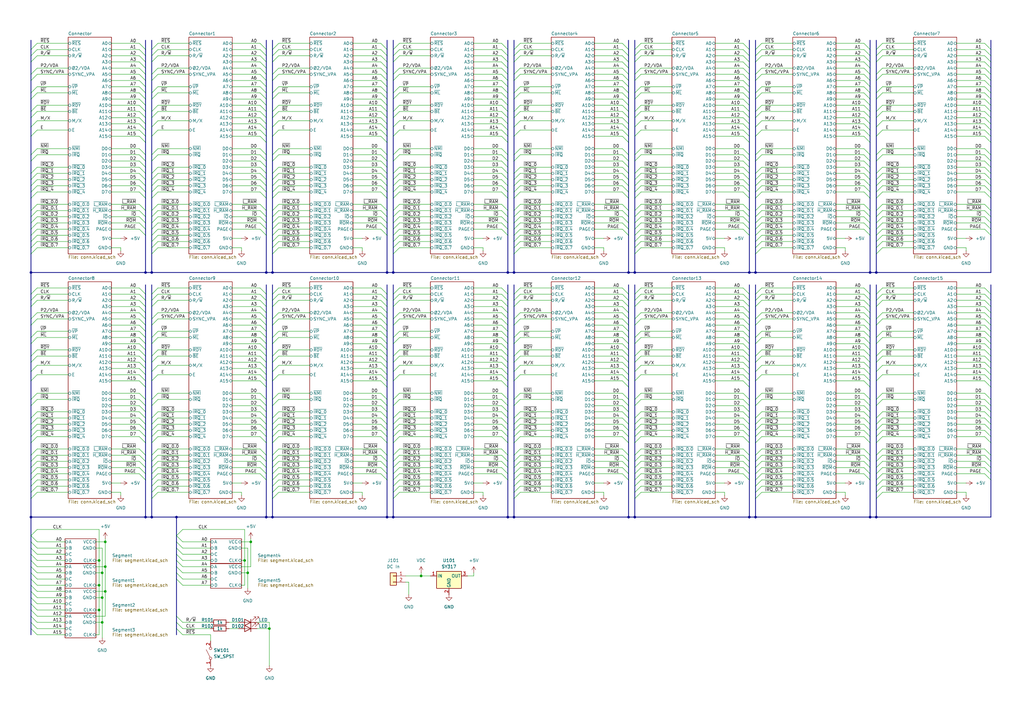
<source format=kicad_sch>
(kicad_sch (version 20231120) (generator "eeschema") (generator_version "8.0")
  (paper "A3")
  (title_block (title "SY65 Bus Card x16") (date "2024-06-16") (rev "1.0") (company "github.com/Synthron"))
  (junction (at 110.49 257.81))
  (junction (at 111.76 111.76))
  (junction (at 356.87 111.76))
  (junction (at 356.87 212.09))
  (junction (at 161.29 212.09))
  (junction (at 208.28 111.76))
  (junction (at 109.22 111.76))
  (junction (at 72.39 212.09))
  (junction (at 101.6 234.95))
  (junction (at 43.18 232.41))
  (junction (at 172.72 236.22))
  (junction (at 59.69 212.09))
  (junction (at 111.76 212.09))
  (junction (at 161.29 111.76))
  (junction (at 62.23 111.76))
  (junction (at 59.69 111.76))
  (junction (at 102.87 222.25))
  (junction (at 309.88 212.09))
  (junction (at 41.91 234.95))
  (junction (at 257.81 212.09))
  (junction (at 359.41 212.09))
  (junction (at 109.22 212.09))
  (junction (at 260.35 212.09))
  (junction (at 12.7 212.09))
  (junction (at 309.88 111.76))
  (junction (at 40.64 229.87))
  (junction (at 41.91 255.27))
  (junction (at 307.34 212.09))
  (junction (at 41.91 245.11))
  (junction (at 43.18 222.25))
  (junction (at 158.75 212.09))
  (junction (at 260.35 111.76))
  (junction (at 40.64 250.19))
  (junction (at 62.23 212.09))
  (junction (at 210.82 212.09))
  (junction (at 307.34 111.76))
  (junction (at 210.82 111.76))
  (junction (at 257.81 111.76))
  (junction (at 359.41 111.76))
  (junction (at 158.75 111.76))
  (junction (at 208.28 212.09))
  (junction (at 12.7 111.76))
  (junction (at 100.33 229.87))
  (junction (at 40.64 240.03))
  (junction (at 43.18 242.57))
  (bus_entry (at 255.27 168.91) (size 2.54 2.54))
  (bus_entry (at 304.8 140.97) (size 2.54 2.54))
  (bus_entry (at 312.42 146.05) (size -2.54 2.54))
  (bus_entry (at 213.36 135.89) (size -2.54 2.54))
  (bus_entry (at 403.86 86.36) (size 2.54 2.54))
  (bus_entry (at 156.21 173.99) (size 2.54 2.54))
  (bus_entry (at 361.95 146.05) (size -2.54 2.54))
  (bus_entry (at 262.89 196.85) (size -2.54 2.54))
  (bus_entry (at 361.95 118.11) (size -2.54 2.54))
  (bus_entry (at 64.77 53.34) (size -2.54 2.54))
  (bus_entry (at 213.36 143.51) (size -2.54 2.54))
  (bus_entry (at 15.24 93.98) (size -2.54 2.54))
  (bus_entry (at 156.21 166.37) (size 2.54 2.54))
  (bus_entry (at 15.24 179.07) (size -2.54 2.54))
  (bus_entry (at 304.8 168.91) (size 2.54 2.54))
  (bus_entry (at 213.36 96.52) (size -2.54 2.54))
  (bus_entry (at 15.24 130.81) (size -2.54 2.54))
  (bus_entry (at 163.83 199.39) (size -2.54 2.54))
  (bus_entry (at 106.68 17.78) (size 2.54 2.54))
  (bus_entry (at 213.36 179.07) (size -2.54 2.54))
  (bus_entry (at 304.8 27.94) (size 2.54 2.54))
  (bus_entry (at 403.86 176.53) (size 2.54 2.54))
  (bus_entry (at 262.89 161.29) (size -2.54 2.54))
  (bus_entry (at 213.36 168.91) (size -2.54 2.54))
  (bus_entry (at 312.42 60.96) (size -2.54 2.54))
  (bus_entry (at 354.33 43.18) (size 2.54 2.54))
  (bus_entry (at 262.89 83.82) (size -2.54 2.54))
  (bus_entry (at 312.42 191.77) (size -2.54 2.54))
  (bus_entry (at 57.15 125.73) (size 2.54 2.54))
  (bus_entry (at 312.42 143.51) (size -2.54 2.54))
  (bus_entry (at 15.24 63.5) (size -2.54 2.54))
  (bus_entry (at 156.21 189.23) (size 2.54 2.54))
  (bus_entry (at 213.36 20.32) (size -2.54 2.54))
  (bus_entry (at 361.95 196.85) (size -2.54 2.54))
  (bus_entry (at 156.21 138.43) (size 2.54 2.54))
  (bus_entry (at 15.24 86.36) (size -2.54 2.54))
  (bus_entry (at 205.74 140.97) (size 2.54 2.54))
  (bus_entry (at 205.74 148.59) (size 2.54 2.54))
  (bus_entry (at 72.39 229.87) (size 2.54 2.54))
  (bus_entry (at 354.33 191.77) (size 2.54 2.54))
  (bus_entry (at 262.89 68.58) (size -2.54 2.54))
  (bus_entry (at 262.89 191.77) (size -2.54 2.54))
  (bus_entry (at 312.42 76.2) (size -2.54 2.54))
  (bus_entry (at 114.3 68.58) (size -2.54 2.54))
  (bus_entry (at 114.3 120.65) (size -2.54 2.54))
  (bus_entry (at 255.27 140.97) (size 2.54 2.54))
  (bus_entry (at 213.36 60.96) (size -2.54 2.54))
  (bus_entry (at 304.8 91.44) (size 2.54 2.54))
  (bus_entry (at 255.27 135.89) (size 2.54 2.54))
  (bus_entry (at 361.95 27.94) (size -2.54 2.54))
  (bus_entry (at 163.83 22.86) (size -2.54 2.54))
  (bus_entry (at 74.93 255.27) (size -2.54 -2.54))
  (bus_entry (at 361.95 161.29) (size -2.54 2.54))
  (bus_entry (at 213.36 73.66) (size -2.54 2.54))
  (bus_entry (at 205.74 71.12) (size 2.54 2.54))
  (bus_entry (at 403.86 76.2) (size 2.54 2.54))
  (bus_entry (at 106.68 93.98) (size 2.54 2.54))
  (bus_entry (at 64.77 199.39) (size -2.54 2.54))
  (bus_entry (at 156.21 55.88) (size 2.54 2.54))
  (bus_entry (at 213.36 49.53) (size -2.54 2.54))
  (bus_entry (at 213.36 38.1) (size -2.54 2.54))
  (bus_entry (at 57.15 184.15) (size 2.54 2.54))
  (bus_entry (at 262.89 120.65) (size -2.54 2.54))
  (bus_entry (at 361.95 189.23) (size -2.54 2.54))
  (bus_entry (at 114.3 35.56) (size -2.54 2.54))
  (bus_entry (at 403.86 91.44) (size 2.54 2.54))
  (bus_entry (at 205.74 86.36) (size 2.54 2.54))
  (bus_entry (at 163.83 35.56) (size -2.54 2.54))
  (bus_entry (at 163.83 60.96) (size -2.54 2.54))
  (bus_entry (at 304.8 45.72) (size 2.54 2.54))
  (bus_entry (at 64.77 196.85) (size -2.54 2.54))
  (bus_entry (at 114.3 201.93) (size -2.54 2.54))
  (bus_entry (at 262.89 128.27) (size -2.54 2.54))
  (bus_entry (at 361.95 38.1) (size -2.54 2.54))
  (bus_entry (at 163.83 38.1) (size -2.54 2.54))
  (bus_entry (at 255.27 76.2) (size 2.54 2.54))
  (bus_entry (at 106.68 60.96) (size 2.54 2.54))
  (bus_entry (at 304.8 138.43) (size 2.54 2.54))
  (bus_entry (at 262.89 20.32) (size -2.54 2.54))
  (bus_entry (at 205.74 83.82) (size 2.54 2.54))
  (bus_entry (at 15.24 99.06) (size -2.54 2.54))
  (bus_entry (at 361.95 130.81) (size -2.54 2.54))
  (bus_entry (at 312.42 199.39) (size -2.54 2.54))
  (bus_entry (at 255.27 189.23) (size 2.54 2.54))
  (bus_entry (at 304.8 30.48) (size 2.54 2.54))
  (bus_entry (at 156.21 20.32) (size 2.54 2.54))
  (bus_entry (at 361.95 22.86) (size -2.54 2.54))
  (bus_entry (at 15.24 96.52) (size -2.54 2.54))
  (bus_entry (at 312.42 35.56) (size -2.54 2.54))
  (bus_entry (at 64.77 143.51) (size -2.54 2.54))
  (bus_entry (at 361.95 135.89) (size -2.54 2.54))
  (bus_entry (at 64.77 173.99) (size -2.54 2.54))
  (bus_entry (at 354.33 68.58) (size 2.54 2.54))
  (bus_entry (at 255.27 66.04) (size 2.54 2.54))
  (bus_entry (at 114.3 149.86) (size -2.54 2.54))
  (bus_entry (at 205.74 168.91) (size 2.54 2.54))
  (bus_entry (at 156.21 17.78) (size 2.54 2.54))
  (bus_entry (at 361.95 199.39) (size -2.54 2.54))
  (bus_entry (at 361.95 60.96) (size -2.54 2.54))
  (bus_entry (at 205.74 191.77) (size 2.54 2.54))
  (bus_entry (at 64.77 186.69) (size -2.54 2.54))
  (bus_entry (at 64.77 17.78) (size -2.54 2.54))
  (bus_entry (at 57.15 138.43) (size 2.54 2.54))
  (bus_entry (at 255.27 146.05) (size 2.54 2.54))
  (bus_entry (at 64.77 76.2) (size -2.54 2.54))
  (bus_entry (at 262.89 78.74) (size -2.54 2.54))
  (bus_entry (at 205.74 78.74) (size 2.54 2.54))
  (bus_entry (at 156.21 130.81) (size 2.54 2.54))
  (bus_entry (at 114.3 161.29) (size -2.54 2.54))
  (bus_entry (at 106.68 38.1) (size 2.54 2.54))
  (bus_entry (at 262.89 143.51) (size -2.54 2.54))
  (bus_entry (at 262.89 76.2) (size -2.54 2.54))
  (bus_entry (at 312.42 184.15) (size -2.54 2.54))
  (bus_entry (at 15.24 199.39) (size -2.54 2.54))
  (bus_entry (at 106.68 176.53) (size 2.54 2.54))
  (bus_entry (at 114.3 96.52) (size -2.54 2.54))
  (bus_entry (at 312.42 20.32) (size -2.54 2.54))
  (bus_entry (at 106.68 63.5) (size 2.54 2.54))
  (bus_entry (at 72.39 224.79) (size 2.54 2.54))
  (bus_entry (at 156.21 60.96) (size 2.54 2.54))
  (bus_entry (at 312.42 83.82) (size -2.54 2.54))
  (bus_entry (at 156.21 25.4) (size 2.54 2.54))
  (bus_entry (at 312.42 91.44) (size -2.54 2.54))
  (bus_entry (at 114.3 118.11) (size -2.54 2.54))
  (bus_entry (at 304.8 43.18) (size 2.54 2.54))
  (bus_entry (at 205.74 176.53) (size 2.54 2.54))
  (bus_entry (at 15.24 194.31) (size -2.54 2.54))
  (bus_entry (at 354.33 163.83) (size 2.54 2.54))
  (bus_entry (at 156.21 78.74) (size 2.54 2.54))
  (bus_entry (at 304.8 68.58) (size 2.54 2.54))
  (bus_entry (at 361.95 63.5) (size -2.54 2.54))
  (bus_entry (at 64.77 153.67) (size -2.54 2.54))
  (bus_entry (at 72.39 232.41) (size 2.54 2.54))
  (bus_entry (at 163.83 186.69) (size -2.54 2.54))
  (bus_entry (at 304.8 88.9) (size 2.54 2.54))
  (bus_entry (at 15.24 49.53) (size -2.54 2.54))
  (bus_entry (at 163.83 171.45) (size -2.54 2.54))
  (bus_entry (at 205.74 146.05) (size 2.54 2.54))
  (bus_entry (at 12.7 224.79) (size 2.54 2.54))
  (bus_entry (at 114.3 30.48) (size -2.54 2.54))
  (bus_entry (at 361.95 186.69) (size -2.54 2.54))
  (bus_entry (at 403.86 83.82) (size 2.54 2.54))
  (bus_entry (at 163.83 163.83) (size -2.54 2.54))
  (bus_entry (at 262.89 88.9) (size -2.54 2.54))
  (bus_entry (at 57.15 146.05) (size 2.54 2.54))
  (bus_entry (at 106.68 184.15) (size 2.54 2.54))
  (bus_entry (at 64.77 130.81) (size -2.54 2.54))
  (bus_entry (at 15.24 88.9) (size -2.54 2.54))
  (bus_entry (at 205.74 38.1) (size 2.54 2.54))
  (bus_entry (at 312.42 138.43) (size -2.54 2.54))
  (bus_entry (at 262.89 118.11) (size -2.54 2.54))
  (bus_entry (at 156.21 184.15) (size 2.54 2.54))
  (bus_entry (at 106.68 76.2) (size 2.54 2.54))
  (bus_entry (at 255.27 30.48) (size 2.54 2.54))
  (bus_entry (at 57.15 176.53) (size 2.54 2.54))
  (bus_entry (at 106.68 25.4) (size 2.54 2.54))
  (bus_entry (at 354.33 83.82) (size 2.54 2.54))
  (bus_entry (at 304.8 133.35) (size 2.54 2.54))
  (bus_entry (at 312.42 194.31) (size -2.54 2.54))
  (bus_entry (at 304.8 151.13) (size 2.54 2.54))
  (bus_entry (at 304.8 71.12) (size 2.54 2.54))
  (bus_entry (at 255.27 191.77) (size 2.54 2.54))
  (bus_entry (at 213.36 22.86) (size -2.54 2.54))
  (bus_entry (at 74.93 217.17) (size -2.54 2.54))
  (bus_entry (at 106.68 168.91) (size 2.54 2.54))
  (bus_entry (at 57.15 171.45) (size 2.54 2.54))
  (bus_entry (at 403.86 135.89) (size 2.54 2.54))
  (bus_entry (at 156.21 43.18) (size 2.54 2.54))
  (bus_entry (at 403.86 73.66) (size 2.54 2.54))
  (bus_entry (at 312.42 96.52) (size -2.54 2.54))
  (bus_entry (at 213.36 99.06) (size -2.54 2.54))
  (bus_entry (at 205.74 45.72) (size 2.54 2.54))
  (bus_entry (at 213.36 163.83) (size -2.54 2.54))
  (bus_entry (at 57.15 30.48) (size 2.54 2.54))
  (bus_entry (at 304.8 148.59) (size 2.54 2.54))
  (bus_entry (at 361.95 49.53) (size -2.54 2.54))
  (bus_entry (at 403.86 120.65) (size 2.54 2.54))
  (bus_entry (at 15.24 20.32) (size -2.54 2.54))
  (bus_entry (at 213.36 76.2) (size -2.54 2.54))
  (bus_entry (at 156.21 194.31) (size 2.54 2.54))
  (bus_entry (at 163.83 17.78) (size -2.54 2.54))
  (bus_entry (at 354.33 86.36) (size 2.54 2.54))
  (bus_entry (at 304.8 93.98) (size 2.54 2.54))
  (bus_entry (at 213.36 71.12) (size -2.54 2.54))
  (bus_entry (at 57.15 168.91) (size 2.54 2.54))
  (bus_entry (at 255.27 33.02) (size 2.54 2.54))
  (bus_entry (at 64.77 83.82) (size -2.54 2.54))
  (bus_entry (at 213.36 45.72) (size -2.54 2.54))
  (bus_entry (at 354.33 146.05) (size 2.54 2.54))
  (bus_entry (at 361.95 96.52) (size -2.54 2.54))
  (bus_entry (at 255.27 27.94) (size 2.54 2.54))
  (bus_entry (at 64.77 86.36) (size -2.54 2.54))
  (bus_entry (at 106.68 128.27) (size 2.54 2.54))
  (bus_entry (at 354.33 66.04) (size 2.54 2.54))
  (bus_entry (at 213.36 101.6) (size -2.54 2.54))
  (bus_entry (at 57.15 20.32) (size 2.54 2.54))
  (bus_entry (at 354.33 179.07) (size 2.54 2.54))
  (bus_entry (at 312.42 135.89) (size -2.54 2.54))
  (bus_entry (at 213.36 30.48) (size -2.54 2.54))
  (bus_entry (at 255.27 86.36) (size 2.54 2.54))
  (bus_entry (at 403.86 179.07) (size 2.54 2.54))
  (bus_entry (at 255.27 38.1) (size 2.54 2.54))
  (bus_entry (at 213.36 194.31) (size -2.54 2.54))
  (bus_entry (at 205.74 17.78) (size 2.54 2.54))
  (bus_entry (at 163.83 120.65) (size -2.54 2.54))
  (bus_entry (at 205.74 189.23) (size 2.54 2.54))
  (bus_entry (at 361.95 128.27) (size -2.54 2.54))
  (bus_entry (at 205.74 173.99) (size 2.54 2.54))
  (bus_entry (at 12.7 237.49) (size 2.54 2.54))
  (bus_entry (at 304.8 48.26) (size 2.54 2.54))
  (bus_entry (at 312.42 176.53) (size -2.54 2.54))
  (bus_entry (at 57.15 71.12) (size 2.54 2.54))
  (bus_entry (at 163.83 189.23) (size -2.54 2.54))
  (bus_entry (at 12.7 219.71) (size 2.54 2.54))
  (bus_entry (at 312.42 189.23) (size -2.54 2.54))
  (bus_entry (at 255.27 153.67) (size 2.54 2.54))
  (bus_entry (at 403.86 189.23) (size 2.54 2.54))
  (bus_entry (at 361.95 194.31) (size -2.54 2.54))
  (bus_entry (at 312.42 153.67) (size -2.54 2.54))
  (bus_entry (at 205.74 93.98) (size 2.54 2.54))
  (bus_entry (at 403.86 130.81) (size 2.54 2.54))
  (bus_entry (at 57.15 86.36) (size 2.54 2.54))
  (bus_entry (at 361.95 43.18) (size -2.54 2.54))
  (bus_entry (at 304.8 118.11) (size 2.54 2.54))
  (bus_entry (at 163.83 130.81) (size -2.54 2.54))
  (bus_entry (at 57.15 186.69) (size 2.54 2.54))
  (bus_entry (at 205.74 151.13) (size 2.54 2.54))
  (bus_entry (at 354.33 186.69) (size 2.54 2.54))
  (bus_entry (at 57.15 55.88) (size 2.54 2.54))
  (bus_entry (at 156.21 91.44) (size 2.54 2.54))
  (bus_entry (at 106.68 156.21) (size 2.54 2.54))
  (bus_entry (at 156.21 191.77) (size 2.54 2.54))
  (bus_entry (at 106.68 27.94) (size 2.54 2.54))
  (bus_entry (at 15.24 120.65) (size -2.54 2.54))
  (bus_entry (at 205.74 128.27) (size 2.54 2.54))
  (bus_entry (at 64.77 146.05) (size -2.54 2.54))
  (bus_entry (at 156.21 30.48) (size 2.54 2.54))
  (bus_entry (at 64.77 68.58) (size -2.54 2.54))
  (bus_entry (at 15.24 38.1) (size -2.54 2.54))
  (bus_entry (at 403.86 146.05) (size 2.54 2.54))
  (bus_entry (at 262.89 168.91) (size -2.54 2.54))
  (bus_entry (at 312.42 43.18) (size -2.54 2.54))
  (bus_entry (at 403.86 118.11) (size 2.54 2.54))
  (bus_entry (at 64.77 149.86) (size -2.54 2.54))
  (bus_entry (at 106.68 135.89) (size 2.54 2.54))
  (bus_entry (at 114.3 130.81) (size -2.54 2.54))
  (bus_entry (at 64.77 161.29) (size -2.54 2.54))
  (bus_entry (at 163.83 71.12) (size -2.54 2.54))
  (bus_entry (at 57.15 88.9) (size 2.54 2.54))
  (bus_entry (at 354.33 71.12) (size 2.54 2.54))
  (bus_entry (at 74.93 257.81) (size -2.54 -2.54))
  (bus_entry (at 163.83 176.53) (size -2.54 2.54))
  (bus_entry (at 205.74 120.65) (size 2.54 2.54))
  (bus_entry (at 57.15 173.99) (size 2.54 2.54))
  (bus_entry (at 156.21 146.05) (size 2.54 2.54))
  (bus_entry (at 354.33 123.19) (size 2.54 2.54))
  (bus_entry (at 262.89 138.43) (size -2.54 2.54))
  (bus_entry (at 106.68 143.51) (size 2.54 2.54))
  (bus_entry (at 57.15 194.31) (size 2.54 2.54))
  (bus_entry (at 304.8 173.99) (size 2.54 2.54))
  (bus_entry (at 114.3 76.2) (size -2.54 2.54))
  (bus_entry (at 12.7 247.65) (size 2.54 2.54))
  (bus_entry (at 15.24 196.85) (size -2.54 2.54))
  (bus_entry (at 304.8 146.05) (size 2.54 2.54))
  (bus_entry (at 205.74 60.96) (size 2.54 2.54))
  (bus_entry (at 255.27 184.15) (size 2.54 2.54))
  (bus_entry (at 262.89 186.69) (size -2.54 2.54))
  (bus_entry (at 64.77 27.94) (size -2.54 2.54))
  (bus_entry (at 156.21 133.35) (size 2.54 2.54))
  (bus_entry (at 262.89 176.53) (size -2.54 2.54))
  (bus_entry (at 156.21 171.45) (size 2.54 2.54))
  (bus_entry (at 205.74 50.8) (size 2.54 2.54))
  (bus_entry (at 403.86 45.72) (size 2.54 2.54))
  (bus_entry (at 15.24 91.44) (size -2.54 2.54))
  (bus_entry (at 312.42 149.86) (size -2.54 2.54))
  (bus_entry (at 354.33 45.72) (size 2.54 2.54))
  (bus_entry (at 106.68 35.56) (size 2.54 2.54))
  (bus_entry (at 304.8 143.51) (size 2.54 2.54))
  (bus_entry (at 205.74 88.9) (size 2.54 2.54))
  (bus_entry (at 361.95 68.58) (size -2.54 2.54))
  (bus_entry (at 15.24 168.91) (size -2.54 2.54))
  (bus_entry (at 106.68 22.86) (size 2.54 2.54))
  (bus_entry (at 262.89 71.12) (size -2.54 2.54))
  (bus_entry (at 262.89 43.18) (size -2.54 2.54))
  (bus_entry (at 304.8 76.2) (size 2.54 2.54))
  (bus_entry (at 312.42 179.07) (size -2.54 2.54))
  (bus_entry (at 262.89 184.15) (size -2.54 2.54))
  (bus_entry (at 156.21 48.26) (size 2.54 2.54))
  (bus_entry (at 403.86 30.48) (size 2.54 2.54))
  (bus_entry (at 354.33 153.67) (size 2.54 2.54))
  (bus_entry (at 64.77 63.5) (size -2.54 2.54))
  (bus_entry (at 255.27 35.56) (size 2.54 2.54))
  (bus_entry (at 114.3 45.72) (size -2.54 2.54))
  (bus_entry (at 262.89 93.98) (size -2.54 2.54))
  (bus_entry (at 304.8 194.31) (size 2.54 2.54))
  (bus_entry (at 262.89 153.67) (size -2.54 2.54))
  (bus_entry (at 361.95 30.48) (size -2.54 2.54))
  (bus_entry (at 114.3 163.83) (size -2.54 2.54))
  (bus_entry (at 156.21 68.58) (size 2.54 2.54))
  (bus_entry (at 57.15 130.81) (size 2.54 2.54))
  (bus_entry (at 114.3 184.15) (size -2.54 2.54))
  (bus_entry (at 64.77 91.44) (size -2.54 2.54))
  (bus_entry (at 354.33 35.56) (size 2.54 2.54))
  (bus_entry (at 304.8 38.1) (size 2.54 2.54))
  (bus_entry (at 361.95 83.82) (size -2.54 2.54))
  (bus_entry (at 403.86 71.12) (size 2.54 2.54))
  (bus_entry (at 163.83 91.44) (size -2.54 2.54))
  (bus_entry (at 205.74 138.43) (size 2.54 2.54))
  (bus_entry (at 255.27 45.72) (size 2.54 2.54))
  (bus_entry (at 163.83 143.51) (size -2.54 2.54))
  (bus_entry (at 163.83 123.19) (size -2.54 2.54))
  (bus_entry (at 304.8 161.29) (size 2.54 2.54))
  (bus_entry (at 15.24 138.43) (size -2.54 2.54))
  (bus_entry (at 205.74 130.81) (size 2.54 2.54))
  (bus_entry (at 15.24 101.6) (size -2.54 2.54))
  (bus_entry (at 156.21 153.67) (size 2.54 2.54))
  (bus_entry (at 361.95 93.98) (size -2.54 2.54))
  (bus_entry (at 64.77 176.53) (size -2.54 2.54))
  (bus_entry (at 213.36 118.11) (size -2.54 2.54))
  (bus_entry (at 163.83 73.66) (size -2.54 2.54))
  (bus_entry (at 213.36 173.99) (size -2.54 2.54))
  (bus_entry (at 15.24 163.83) (size -2.54 2.54))
  (bus_entry (at 15.24 146.05) (size -2.54 2.54))
  (bus_entry (at 57.15 143.51) (size 2.54 2.54))
  (bus_entry (at 361.95 20.32) (size -2.54 2.54))
  (bus_entry (at 72.39 234.95) (size 2.54 2.54))
  (bus_entry (at 15.24 173.99) (size -2.54 2.54))
  (bus_entry (at 205.74 91.44) (size 2.54 2.54))
  (bus_entry (at 312.42 17.78) (size -2.54 2.54))
  (bus_entry (at 361.95 120.65) (size -2.54 2.54))
  (bus_entry (at 156.21 156.21) (size 2.54 2.54))
  (bus_entry (at 354.33 189.23) (size 2.54 2.54))
  (bus_entry (at 262.89 149.86) (size -2.54 2.54))
  (bus_entry (at 213.36 83.82) (size -2.54 2.54))
  (bus_entry (at 57.15 53.34) (size 2.54 2.54))
  (bus_entry (at 312.42 168.91) (size -2.54 2.54))
  (bus_entry (at 64.77 128.27) (size -2.54 2.54))
  (bus_entry (at 156.21 38.1) (size 2.54 2.54))
  (bus_entry (at 57.15 83.82) (size 2.54 2.54))
  (bus_entry (at 72.39 237.49) (size 2.54 2.54))
  (bus_entry (at 57.15 133.35) (size 2.54 2.54))
  (bus_entry (at 255.27 63.5) (size 2.54 2.54))
  (bus_entry (at 106.68 161.29) (size 2.54 2.54))
  (bus_entry (at 106.68 166.37) (size 2.54 2.54))
  (bus_entry (at 403.86 40.64) (size 2.54 2.54))
  (bus_entry (at 354.33 93.98) (size 2.54 2.54))
  (bus_entry (at 156.21 118.11) (size 2.54 2.54))
  (bus_entry (at 403.86 168.91) (size 2.54 2.54))
  (bus_entry (at 213.36 184.15) (size -2.54 2.54))
  (bus_entry (at 262.89 201.93) (size -2.54 2.54))
  (bus_entry (at 403.86 173.99) (size 2.54 2.54))
  (bus_entry (at 12.7 227.33) (size 2.54 2.54))
  (bus_entry (at 213.36 123.19) (size -2.54 2.54))
  (bus_entry (at 64.77 179.07) (size -2.54 2.54))
  (bus_entry (at 114.3 143.51) (size -2.54 2.54))
  (bus_entry (at 361.95 35.56) (size -2.54 2.54))
  (bus_entry (at 205.74 73.66) (size 2.54 2.54))
  (bus_entry (at 361.95 149.86) (size -2.54 2.54))
  (bus_entry (at 114.3 83.82) (size -2.54 2.54))
  (bus_entry (at 106.68 45.72) (size 2.54 2.54))
  (bus_entry (at 354.33 120.65) (size 2.54 2.54))
  (bus_entry (at 15.24 118.11) (size -2.54 2.54))
  (bus_entry (at 106.68 48.26) (size 2.54 2.54))
  (bus_entry (at 156.21 163.83) (size 2.54 2.54))
  (bus_entry (at 361.95 184.15) (size -2.54 2.54))
  (bus_entry (at 64.77 194.31) (size -2.54 2.54))
  (bus_entry (at 15.24 135.89) (size -2.54 2.54))
  (bus_entry (at 57.15 93.98) (size 2.54 2.54))
  (bus_entry (at 255.27 148.59) (size 2.54 2.54))
  (bus_entry (at 64.77 99.06) (size -2.54 2.54))
  (bus_entry (at 255.27 22.86) (size 2.54 2.54))
  (bus_entry (at 255.27 143.51) (size 2.54 2.54))
  (bus_entry (at 114.3 191.77) (size -2.54 2.54))
  (bus_entry (at 12.7 252.73) (size 2.54 2.54))
  (bus_entry (at 57.15 166.37) (size 2.54 2.54))
  (bus_entry (at 354.33 133.35) (size 2.54 2.54))
  (bus_entry (at 156.21 148.59) (size 2.54 2.54))
  (bus_entry (at 64.77 78.74) (size -2.54 2.54))
  (bus_entry (at 255.27 156.21) (size 2.54 2.54))
  (bus_entry (at 156.21 35.56) (size 2.54 2.54))
  (bus_entry (at 361.95 143.51) (size -2.54 2.54))
  (bus_entry (at 57.15 27.94) (size 2.54 2.54))
  (bus_entry (at 403.86 20.32) (size 2.54 2.54))
  (bus_entry (at 205.74 66.04) (size 2.54 2.54))
  (bus_entry (at 12.7 257.81) (size 2.54 2.54))
  (bus_entry (at 163.83 86.36) (size -2.54 2.54))
  (bus_entry (at 163.83 168.91) (size -2.54 2.54))
  (bus_entry (at 255.27 60.96) (size 2.54 2.54))
  (bus_entry (at 354.33 148.59) (size 2.54 2.54))
  (bus_entry (at 213.36 91.44) (size -2.54 2.54))
  (bus_entry (at 354.33 91.44) (size 2.54 2.54))
  (bus_entry (at 114.3 17.78) (size -2.54 2.54))
  (bus_entry (at 15.24 153.67) (size -2.54 2.54))
  (bus_entry (at 64.77 71.12) (size -2.54 2.54))
  (bus_entry (at 255.27 25.4) (size 2.54 2.54))
  (bus_entry (at 156.21 125.73) (size 2.54 2.54))
  (bus_entry (at 114.3 128.27) (size -2.54 2.54))
  (bus_entry (at 57.15 73.66) (size 2.54 2.54))
  (bus_entry (at 64.77 138.43) (size -2.54 2.54))
  (bus_entry (at 255.27 173.99) (size 2.54 2.54))
  (bus_entry (at 163.83 30.48) (size -2.54 2.54))
  (bus_entry (at 15.24 68.58) (size -2.54 2.54))
  (bus_entry (at 213.36 161.29) (size -2.54 2.54))
  (bus_entry (at 156.21 53.34) (size 2.54 2.54))
  (bus_entry (at 361.95 73.66) (size -2.54 2.54))
  (bus_entry (at 64.77 93.98) (size -2.54 2.54))
  (bus_entry (at 114.3 73.66) (size -2.54 2.54))
  (bus_entry (at 262.89 63.5) (size -2.54 2.54))
  (bus_entry (at 114.3 63.5) (size -2.54 2.54))
  (bus_entry (at 255.27 73.66) (size 2.54 2.54))
  (bus_entry (at 262.89 199.39) (size -2.54 2.54))
  (bus_entry (at 255.27 78.74) (size 2.54 2.54))
  (bus_entry (at 156.21 186.69) (size 2.54 2.54))
  (bus_entry (at 106.68 66.04) (size 2.54 2.54))
  (bus_entry (at 403.86 133.35) (size 2.54 2.54))
  (bus_entry (at 262.89 179.07) (size -2.54 2.54))
  (bus_entry (at 64.77 184.15) (size -2.54 2.54))
  (bus_entry (at 12.7 242.57) (size 2.54 2.54))
  (bus_entry (at 354.33 55.88) (size 2.54 2.54))
  (bus_entry (at 114.3 101.6) (size -2.54 2.54))
  (bus_entry (at 12.7 240.03) (size 2.54 2.54))
  (bus_entry (at 403.86 68.58) (size 2.54 2.54))
  (bus_entry (at 205.74 48.26) (size 2.54 2.54))
  (bus_entry (at 354.33 38.1) (size 2.54 2.54))
  (bus_entry (at 361.95 123.19) (size -2.54 2.54))
  (bus_entry (at 403.86 191.77) (size 2.54 2.54))
  (bus_entry (at 354.33 73.66) (size 2.54 2.54))
  (bus_entry (at 163.83 93.98) (size -2.54 2.54))
  (bus_entry (at 205.74 184.15) (size 2.54 2.54))
  (bus_entry (at 163.83 53.34) (size -2.54 2.54))
  (bus_entry (at 156.21 140.97) (size 2.54 2.54))
  (bus_entry (at 15.24 30.48) (size -2.54 2.54))
  (bus_entry (at 106.68 88.9) (size 2.54 2.54))
  (bus_entry (at 262.89 53.34) (size -2.54 2.54))
  (bus_entry (at 304.8 17.78) (size 2.54 2.54))
  (bus_entry (at 262.89 38.1) (size -2.54 2.54))
  (bus_entry (at 312.42 93.98) (size -2.54 2.54))
  (bus_entry (at 403.86 171.45) (size 2.54 2.54))
  (bus_entry (at 403.86 48.26) (size 2.54 2.54))
  (bus_entry (at 403.86 33.02) (size 2.54 2.54))
  (bus_entry (at 354.33 88.9) (size 2.54 2.54))
  (bus_entry (at 114.3 123.19) (size -2.54 2.54))
  (bus_entry (at 106.68 91.44) (size 2.54 2.54))
  (bus_entry (at 361.95 86.36) (size -2.54 2.54))
  (bus_entry (at 255.27 128.27) (size 2.54 2.54))
  (bus_entry (at 64.77 168.91) (size -2.54 2.54))
  (bus_entry (at 163.83 101.6) (size -2.54 2.54))
  (bus_entry (at 304.8 166.37) (size 2.54 2.54))
  (bus_entry (at 354.33 171.45) (size 2.54 2.54))
  (bus_entry (at 304.8 83.82) (size 2.54 2.54))
  (bus_entry (at 255.27 176.53) (size 2.54 2.54))
  (bus_entry (at 106.68 120.65) (size 2.54 2.54))
  (bus_entry (at 156.21 45.72) (size 2.54 2.54))
  (bus_entry (at 12.7 250.19) (size 2.54 2.54))
  (bus_entry (at 12.7 255.27) (size 2.54 2.54))
  (bus_entry (at 403.86 143.51) (size 2.54 2.54))
  (bus_entry (at 57.15 45.72) (size 2.54 2.54))
  (bus_entry (at 354.33 138.43) (size 2.54 2.54))
  (bus_entry (at 64.77 22.86) (size -2.54 2.54))
  (bus_entry (at 156.21 128.27) (size 2.54 2.54))
  (bus_entry (at 213.36 86.36) (size -2.54 2.54))
  (bus_entry (at 354.33 140.97) (size 2.54 2.54))
  (bus_entry (at 12.7 245.11) (size 2.54 2.54))
  (bus_entry (at 106.68 123.19) (size 2.54 2.54))
  (bus_entry (at 57.15 128.27) (size 2.54 2.54))
  (bus_entry (at 15.24 143.51) (size -2.54 2.54))
  (bus_entry (at 106.68 125.73) (size 2.54 2.54))
  (bus_entry (at 213.36 130.81) (size -2.54 2.54))
  (bus_entry (at 15.24 184.15) (size -2.54 2.54))
  (bus_entry (at 156.21 176.53) (size 2.54 2.54))
  (bus_entry (at 304.8 66.04) (size 2.54 2.54))
  (bus_entry (at 163.83 128.27) (size -2.54 2.54))
  (bus_entry (at 361.95 173.99) (size -2.54 2.54))
  (bus_entry (at 312.42 101.6) (size -2.54 2.54))
  (bus_entry (at 361.95 78.74) (size -2.54 2.54))
  (bus_entry (at 114.3 86.36) (size -2.54 2.54))
  (bus_entry (at 213.36 176.53) (size -2.54 2.54))
  (bus_entry (at 262.89 96.52) (size -2.54 2.54))
  (bus_entry (at 156.21 22.86) (size 2.54 2.54))
  (bus_entry (at 163.83 161.29) (size -2.54 2.54))
  (bus_entry (at 262.89 194.31) (size -2.54 2.54))
  (bus_entry (at 312.42 45.72) (size -2.54 2.54))
  (bus_entry (at 15.24 53.34) (size -2.54 2.54))
  (bus_entry (at 12.7 229.87) (size 2.54 2.54))
  (bus_entry (at 354.33 63.5) (size 2.54 2.54))
  (bus_entry (at 15.24 73.66) (size -2.54 2.54))
  (bus_entry (at 304.8 186.69) (size 2.54 2.54))
  (bus_entry (at 163.83 138.43) (size -2.54 2.54))
  (bus_entry (at 262.89 91.44) (size -2.54 2.54))
  (bus_entry (at 304.8 123.19) (size 2.54 2.54))
  (bus_entry (at 163.83 135.89) (size -2.54 2.54))
  (bus_entry (at 15.24 27.94) (size -2.54 2.54))
  (bus_entry (at 205.74 179.07) (size 2.54 2.54))
  (bus_entry (at 114.3 179.07) (size -2.54 2.54))
  (bus_entry (at 57.15 161.29) (size 2.54 2.54))
  (bus_entry (at 64.77 135.89) (size -2.54 2.54))
  (bus_entry (at 57.15 135.89) (size 2.54 2.54))
  (bus_entry (at 72.39 219.71) (size 2.54 2.54))
  (bus_entry (at 15.24 78.74) (size -2.54 2.54))
  (bus_entry (at 205.74 55.88) (size 2.54 2.54))
  (bus_entry (at 312.42 49.53) (size -2.54 2.54))
  (bus_entry (at 57.15 163.83) (size 2.54 2.54))
  (bus_entry (at 262.89 22.86) (size -2.54 2.54))
  (bus_entry (at 15.24 17.78) (size -2.54 2.54))
  (bus_entry (at 403.86 161.29) (size 2.54 2.54))
  (bus_entry (at 205.74 43.18) (size 2.54 2.54))
  (bus_entry (at 361.95 45.72) (size -2.54 2.54))
  (bus_entry (at 114.3 91.44) (size -2.54 2.54))
  (bus_entry (at 57.15 156.21) (size 2.54 2.54))
  (bus_entry (at 304.8 191.77) (size 2.54 2.54))
  (bus_entry (at 312.42 196.85) (size -2.54 2.54))
  (bus_entry (at 15.24 123.19) (size -2.54 2.54))
  (bus_entry (at 57.15 91.44) (size 2.54 2.54))
  (bus_entry (at 106.68 138.43) (size 2.54 2.54))
  (bus_entry (at 304.8 171.45) (size 2.54 2.54))
  (bus_entry (at 255.27 166.37) (size 2.54 2.54))
  (bus_entry (at 262.89 35.56) (size -2.54 2.54))
  (bus_entry (at 106.68 53.34) (size 2.54 2.54))
  (bus_entry (at 304.8 53.34) (size 2.54 2.54))
  (bus_entry (at 15.24 45.72) (size -2.54 2.54))
  (bus_entry (at 64.77 88.9) (size -2.54 2.54))
  (bus_entry (at 106.68 78.74) (size 2.54 2.54))
  (bus_entry (at 163.83 76.2) (size -2.54 2.54))
  (bus_entry (at 57.15 120.65) (size 2.54 2.54))
  (bus_entry (at 255.27 179.07) (size 2.54 2.54))
  (bus_entry (at 15.24 189.23) (size -2.54 2.54))
  (bus_entry (at 255.27 83.82) (size 2.54 2.54))
  (bus_entry (at 403.86 60.96) (size 2.54 2.54))
  (bus_entry (at 403.86 22.86) (size 2.54 2.54))
  (bus_entry (at 262.89 146.05) (size -2.54 2.54))
  (bus_entry (at 114.3 49.53) (size -2.54 2.54))
  (bus_entry (at 57.15 123.19) (size 2.54 2.54))
  (bus_entry (at 15.24 71.12) (size -2.54 2.54))
  (bus_entry (at 114.3 53.34) (size -2.54 2.54))
  (bus_entry (at 255.27 133.35) (size 2.54 2.54))
  (bus_entry (at 114.3 168.91) (size -2.54 2.54))
  (bus_entry (at 403.86 156.21) (size 2.54 2.54))
  (bus_entry (at 64.77 20.32) (size -2.54 2.54))
  (bus_entry (at 354.33 25.4) (size 2.54 2.54))
  (bus_entry (at 354.33 128.27) (size 2.54 2.54))
  (bus_entry (at 163.83 194.31) (size -2.54 2.54))
  (bus_entry (at 64.77 123.19) (size -2.54 2.54))
  (bus_entry (at 57.15 60.96) (size 2.54 2.54))
  (bus_entry (at 114.3 199.39) (size -2.54 2.54))
  (bus_entry (at 106.68 71.12) (size 2.54 2.54))
  (bus_entry (at 213.36 78.74) (size -2.54 2.54))
  (bus_entry (at 255.27 17.78) (size 2.54 2.54))
  (bus_entry (at 312.42 161.29) (size -2.54 2.54))
  (bus_entry (at 403.86 55.88) (size 2.54 2.54))
  (bus_entry (at 163.83 43.18) (size -2.54 2.54))
  (bus_entry (at 403.86 38.1) (size 2.54 2.54))
  (bus_entry (at 64.77 35.56) (size -2.54 2.54))
  (bus_entry (at 57.15 68.58) (size 2.54 2.54))
  (bus_entry (at 403.86 88.9) (size 2.54 2.54))
  (bus_entry (at 106.68 189.23) (size 2.54 2.54))
  (bus_entry (at 354.33 30.48) (size 2.54 2.54))
  (bus_entry (at 403.86 140.97) (size 2.54 2.54))
  (bus_entry (at 106.68 179.07) (size 2.54 2.54))
  (bus_entry (at 12.7 222.25) (size 2.54 2.54))
  (bus_entry (at 57.15 153.67) (size 2.54 2.54))
  (bus_entry (at 57.15 50.8) (size 2.54 2.54))
  (bus_entry (at 156.21 33.02) (size 2.54 2.54))
  (bus_entry (at 156.21 161.29) (size 2.54 2.54))
  (bus_entry (at 57.15 66.04) (size 2.54 2.54))
  (bus_entry (at 312.42 88.9) (size -2.54 2.54))
  (bus_entry (at 361.95 53.34) (size -2.54 2.54))
  (bus_entry (at 156.21 93.98) (size 2.54 2.54))
  (bus_entry (at 255.27 123.19) (size 2.54 2.54))
  (bus_entry (at 312.42 86.36) (size -2.54 2.54))
  (bus_entry (at 403.86 125.73) (size 2.54 2.54))
  (bus_entry (at 163.83 96.52) (size -2.54 2.54))
  (bus_entry (at 156.21 88.9) (size 2.54 2.54))
  (bus_entry (at 213.36 93.98) (size -2.54 2.54))
  (bus_entry (at 403.86 27.94) (size 2.54 2.54))
  (bus_entry (at 312.42 78.74) (size -2.54 2.54))
  (bus_entry (at 354.33 20.32) (size 2.54 2.54))
  (bus_entry (at 262.89 45.72) (size -2.54 2.54))
  (bus_entry (at 57.15 189.23) (size 2.54 2.54))
  (bus_entry (at 156.21 27.94) (size 2.54 2.54))
  (bus_entry (at 163.83 184.15) (size -2.54 2.54))
  (bus_entry (at 106.68 40.64) (size 2.54 2.54))
  (bus_entry (at 106.68 146.05) (size 2.54 2.54))
  (bus_entry (at 312.42 99.06) (size -2.54 2.54))
  (bus_entry (at 354.33 194.31) (size 2.54 2.54))
  (bus_entry (at 205.74 133.35) (size 2.54 2.54))
  (bus_entry (at 403.86 153.67) (size 2.54 2.54))
  (bus_entry (at 156.21 143.51) (size 2.54 2.54))
  (bus_entry (at 262.89 17.78) (size -2.54 2.54))
  (bus_entry (at 403.86 163.83) (size 2.54 2.54))
  (bus_entry (at 64.77 43.18) (size -2.54 2.54))
  (bus_entry (at 114.3 186.69) (size -2.54 2.54))
  (bus_entry (at 163.83 173.99) (size -2.54 2.54))
  (bus_entry (at 106.68 173.99) (size 2.54 2.54))
  (bus_entry (at 114.3 60.96) (size -2.54 2.54))
  (bus_entry (at 163.83 179.07) (size -2.54 2.54))
  (bus_entry (at 312.42 53.34) (size -2.54 2.54))
  (bus_entry (at 304.8 55.88) (size 2.54 2.54))
  (bus_entry (at 255.27 40.64) (size 2.54 2.54))
  (bus_entry (at 163.83 191.77) (size -2.54 2.54))
  (bus_entry (at 361.95 171.45) (size -2.54 2.54))
  (bus_entry (at 403.86 148.59) (size 2.54 2.54))
  (bus_entry (at 304.8 78.74) (size 2.54 2.54))
  (bus_entry (at 304.8 130.81) (size 2.54 2.54))
  (bus_entry (at 106.68 118.11) (size 2.54 2.54))
  (bus_entry (at 304.8 179.07) (size 2.54 2.54))
  (bus_entry (at 57.15 25.4) (size 2.54 2.54))
  (bus_entry (at 205.74 135.89) (size 2.54 2.54))
  (bus_entry (at 64.77 60.96) (size -2.54 2.54))
  (bus_entry (at 114.3 27.94) (size -2.54 2.54))
  (bus_entry (at 57.15 48.26) (size 2.54 2.54))
  (bus_entry (at 57.15 35.56) (size 2.54 2.54))
  (bus_entry (at 57.15 40.64) (size 2.54 2.54))
  (bus_entry (at 156.21 179.07) (size 2.54 2.54))
  (bus_entry (at 205.74 35.56) (size 2.54 2.54))
  (bus_entry (at 361.95 191.77) (size -2.54 2.54))
  (bus_entry (at 205.74 33.02) (size 2.54 2.54))
  (bus_entry (at 255.27 138.43) (size 2.54 2.54))
  (bus_entry (at 156.21 71.12) (size 2.54 2.54))
  (bus_entry (at 156.21 83.82) (size 2.54 2.54))
  (bus_entry (at 304.8 20.32) (size 2.54 2.54))
  (bus_entry (at 312.42 38.1) (size -2.54 2.54))
  (bus_entry (at 354.33 60.96) (size 2.54 2.54))
  (bus_entry (at 262.89 130.81) (size -2.54 2.54))
  (bus_entry (at 255.27 171.45) (size 2.54 2.54))
  (bus_entry (at 403.86 78.74) (size 2.54 2.54))
  (bus_entry (at 304.8 153.67) (size 2.54 2.54))
  (bus_entry (at 64.77 30.48) (size -2.54 2.54))
  (bus_entry (at 304.8 163.83) (size 2.54 2.54))
  (bus_entry (at 15.24 161.29) (size -2.54 2.54))
  (bus_entry (at 354.33 130.81) (size 2.54 2.54))
  (bus_entry (at 262.89 86.36) (size -2.54 2.54))
  (bus_entry (at 312.42 68.58) (size -2.54 2.54))
  (bus_entry (at 262.89 173.99) (size -2.54 2.54))
  (bus_entry (at 205.74 22.86) (size 2.54 2.54))
  (bus_entry (at 114.3 38.1) (size -2.54 2.54))
  (bus_entry (at 255.27 43.18) (size 2.54 2.54))
  (bus_entry (at 354.33 33.02) (size 2.54 2.54))
  (bus_entry (at 114.3 138.43) (size -2.54 2.54))
  (bus_entry (at 64.77 38.1) (size -2.54 2.54))
  (bus_entry (at 312.42 63.5) (size -2.54 2.54))
  (bus_entry (at 57.15 38.1) (size 2.54 2.54))
  (bus_entry (at 64.77 171.45) (size -2.54 2.54))
  (bus_entry (at 64.77 189.23) (size -2.54 2.54))
  (bus_entry (at 403.86 50.8) (size 2.54 2.54))
  (bus_entry (at 12.7 232.41) (size 2.54 2.54))
  (bus_entry (at 205.74 125.73) (size 2.54 2.54))
  (bus_entry (at 361.95 91.44) (size -2.54 2.54))
  (bus_entry (at 106.68 148.59) (size 2.54 2.54))
  (bus_entry (at 361.95 201.93) (size -2.54 2.54))
  (bus_entry (at 304.8 60.96) (size 2.54 2.54))
  (bus_entry (at 213.36 17.78) (size -2.54 2.54))
  (bus_entry (at 114.3 88.9) (size -2.54 2.54))
  (bus_entry (at 114.3 171.45) (size -2.54 2.54))
  (bus_entry (at 163.83 45.72) (size -2.54 2.54))
  (bus_entry (at 213.36 171.45) (size -2.54 2.54))
  (bus_entry (at 106.68 55.88) (size 2.54 2.54))
  (bus_entry (at 15.24 176.53) (size -2.54 2.54))
  (bus_entry (at 312.42 71.12) (size -2.54 2.54))
  (bus_entry (at 304.8 189.23) (size 2.54 2.54))
  (bus_entry (at 114.3 173.99) (size -2.54 2.54))
  (bus_entry (at 312.42 128.27) (size -2.54 2.54))
  (bus_entry (at 312.42 22.86) (size -2.54 2.54))
  (bus_entry (at 255.27 93.98) (size 2.54 2.54))
  (bus_entry (at 213.36 189.23) (size -2.54 2.54))
  (bus_entry (at 213.36 88.9) (size -2.54 2.54))
  (bus_entry (at 213.36 191.77) (size -2.54 2.54))
  (bus_entry (at 312.42 186.69) (size -2.54 2.54))
  (bus_entry (at 64.77 101.6) (size -2.54 2.54))
  (bus_entry (at 354.33 184.15) (size 2.54 2.54))
  (bus_entry (at 163.83 88.9) (size -2.54 2.54))
  (bus_entry (at 64.77 191.77) (size -2.54 2.54))
  (bus_entry (at 403.86 53.34) (size 2.54 2.54))
  (bus_entry (at 106.68 153.67) (size 2.54 2.54))
  (bus_entry (at 106.68 171.45) (size 2.54 2.54))
  (bus_entry (at 361.95 176.53) (size -2.54 2.54))
  (bus_entry (at 403.86 35.56) (size 2.54 2.54))
  (bus_entry (at 354.33 168.91) (size 2.54 2.54))
  (bus_entry (at 312.42 73.66) (size -2.54 2.54))
  (bus_entry (at 361.95 163.83) (size -2.54 2.54))
  (bus_entry (at 304.8 120.65) (size 2.54 2.54))
  (bus_entry (at 262.89 60.96) (size -2.54 2.54))
  (bus_entry (at 361.95 17.78) (size -2.54 2.54))
  (bus_entry (at 403.86 128.27) (size 2.54 2.54))
  (bus_entry (at 205.74 53.34) (size 2.54 2.54))
  (bus_entry (at 361.95 76.2) (size -2.54 2.54))
  (bus_entry (at 205.74 153.67) (size 2.54 2.54))
  (bus_entry (at 163.83 27.94) (size -2.54 2.54))
  (bus_entry (at 354.33 118.11) (size 2.54 2.54))
  (bus_entry (at 205.74 25.4) (size 2.54 2.54))
  (bus_entry (at 312.42 118.11) (size -2.54 2.54))
  (bus_entry (at 15.24 76.2) (size -2.54 2.54))
  (bus_entry (at 163.83 146.05) (size -2.54 2.54))
  (bus_entry (at 64.77 163.83) (size -2.54 2.54))
  (bus_entry (at 213.36 68.58) (size -2.54 2.54))
  (bus_entry (at 156.21 123.19) (size 2.54 2.54))
  (bus_entry (at 213.36 63.5) (size -2.54 2.54))
  (bus_entry (at 57.15 148.59) (size 2.54 2.54))
  (bus_entry (at 106.68 33.02) (size 2.54 2.54))
  (bus_entry (at 354.33 22.86) (size 2.54 2.54))
  (bus_entry (at 255.27 20.32) (size 2.54 2.54))
  (bus_entry (at 312.42 163.83) (size -2.54 2.54))
  (bus_entry (at 72.39 222.25) (size 2.54 2.54))
  (bus_entry (at 304.8 176.53) (size 2.54 2.54))
  (bus_entry (at 205.74 171.45) (size 2.54 2.54))
  (bus_entry (at 255.27 91.44) (size 2.54 2.54))
  (bus_entry (at 304.8 35.56) (size 2.54 2.54))
  (bus_entry (at 114.3 176.53) (size -2.54 2.54))
  (bus_entry (at 156.21 40.64) (size 2.54 2.54))
  (bus_entry (at 304.8 22.86) (size 2.54 2.54))
  (bus_entry (at 403.86 43.18) (size 2.54 2.54))
  (bus_entry (at 106.68 151.13) (size 2.54 2.54))
  (bus_entry (at 156.21 73.66) (size 2.54 2.54))
  (bus_entry (at 312.42 173.99) (size -2.54 2.54))
  (bus_entry (at 403.86 17.78) (size 2.54 2.54))
  (bus_entry (at 354.33 173.99) (size 2.54 2.54))
  (bus_entry (at 205.74 40.64) (size 2.54 2.54))
  (bus_entry (at 57.15 78.74) (size 2.54 2.54))
  (bus_entry (at 255.27 48.26) (size 2.54 2.54))
  (bus_entry (at 57.15 151.13) (size 2.54 2.54))
  (bus_entry (at 205.74 20.32) (size 2.54 2.54))
  (bus_entry (at 15.24 149.86) (size -2.54 2.54))
  (bus_entry (at 156.21 66.04) (size 2.54 2.54))
  (bus_entry (at 57.15 22.86) (size 2.54 2.54))
  (bus_entry (at 403.86 25.4) (size 2.54 2.54))
  (bus_entry (at 205.74 166.37) (size 2.54 2.54))
  (bus_entry (at 213.36 120.65) (size -2.54 2.54))
  (bus_entry (at 15.24 22.86) (size -2.54 2.54))
  (bus_entry (at 106.68 68.58) (size 2.54 2.54))
  (bus_entry (at 57.15 140.97) (size 2.54 2.54))
  (bus_entry (at 361.95 153.67) (size -2.54 2.54))
  (bus_entry (at 114.3 78.74) (size -2.54 2.54))
  (bus_entry (at 304.8 63.5) (size 2.54 2.54))
  (bus_entry (at 354.33 27.94) (size 2.54 2.54))
  (bus_entry (at 255.27 130.81) (size 2.54 2.54))
  (bus_entry (at 205.74 194.31) (size 2.54 2.54))
  (bus_entry (at 106.68 73.66) (size 2.54 2.54))
  (bus_entry (at 213.36 43.18) (size -2.54 2.54))
  (bus_entry (at 213.36 138.43) (size -2.54 2.54))
  (bus_entry (at 403.86 194.31) (size 2.54 2.54))
  (bus_entry (at 156.21 63.5) (size 2.54 2.54))
  (bus_entry (at 354.33 125.73) (size 2.54 2.54))
  (bus_entry (at 213.36 35.56) (size -2.54 2.54))
  (bus_entry (at 156.21 135.89) (size 2.54 2.54))
  (bus_entry (at 354.33 17.78) (size 2.54 2.54))
  (bus_entry (at 156.21 76.2) (size 2.54 2.54))
  (bus_entry (at 106.68 194.31) (size 2.54 2.54))
  (bus_entry (at 15.24 128.27) (size -2.54 2.54))
  (bus_entry (at 312.42 171.45) (size -2.54 2.54))
  (bus_entry (at 354.33 78.74) (size 2.54 2.54))
  (bus_entry (at 64.77 73.66) (size -2.54 2.54))
  (bus_entry (at 213.36 199.39) (size -2.54 2.54))
  (bus_entry (at 163.83 99.06) (size -2.54 2.54))
  (bus_entry (at 354.33 156.21) (size 2.54 2.54))
  (bus_entry (at 114.3 146.05) (size -2.54 2.54))
  (bus_entry (at 15.24 60.96) (size -2.54 2.54))
  (bus_entry (at 64.77 96.52) (size -2.54 2.54))
  (bus_entry (at 262.89 49.53) (size -2.54 2.54))
  (bus_entry (at 403.86 63.5) (size 2.54 2.54))
  (bus_entry (at 304.8 33.02) (size 2.54 2.54))
  (bus_entry (at 205.74 30.48) (size 2.54 2.54))
  (bus_entry (at 403.86 166.37) (size 2.54 2.54))
  (bus_entry (at 163.83 153.67) (size -2.54 2.54))
  (bus_entry (at 15.24 186.69) (size -2.54 2.54))
  (bus_entry (at 205.74 76.2) (size 2.54 2.54))
  (bus_entry (at 163.83 149.86) (size -2.54 2.54))
  (bus_entry (at 403.86 93.98) (size 2.54 2.54))
  (bus_entry (at 304.8 50.8) (size 2.54 2.54))
  (bus_entry (at 205.74 161.29) (size 2.54 2.54))
  (bus_entry (at 205.74 27.94) (size 2.54 2.54))
  (bus_entry (at 354.33 135.89) (size 2.54 2.54))
  (bus_entry (at 163.83 196.85) (size -2.54 2.54))
  (bus_entry (at 106.68 133.35) (size 2.54 2.54))
  (bus_entry (at 312.42 120.65) (size -2.54 2.54))
  (bus_entry (at 354.33 161.29) (size 2.54 2.54))
  (bus_entry (at 114.3 153.67) (size -2.54 2.54))
  (bus_entry (at 114.3 194.31) (size -2.54 2.54))
  (bus_entry (at 205.74 186.69) (size 2.54 2.54))
  (bus_entry (at 205.74 143.51) (size 2.54 2.54))
  (bus_entry (at 361.95 168.91) (size -2.54 2.54))
  (bus_entry (at 354.33 48.26) (size 2.54 2.54))
  (bus_entry (at 255.27 118.11) (size 2.54 2.54))
  (bus_entry (at 114.3 20.32) (size -2.54 2.54))
  (bus_entry (at 361.95 101.6) (size -2.54 2.54))
  (bus_entry (at 255.27 50.8) (size 2.54 2.54))
  (bus_entry (at 361.95 88.9) (size -2.54 2.54))
  (bus_entry (at 156.21 120.65) (size 2.54 2.54))
  (bus_entry (at 255.27 163.83) (size 2.54 2.54))
  (bus_entry (at 354.33 76.2) (size 2.54 2.54))
  (bus_entry (at 57.15 118.11) (size 2.54 2.54))
  (bus_entry (at 15.24 83.82) (size -2.54 2.54))
  (bus_entry (at 205.74 163.83) (size 2.54 2.54))
  (bus_entry (at 255.27 88.9) (size 2.54 2.54))
  (bus_entry (at 354.33 166.37) (size 2.54 2.54))
  (bus_entry (at 255.27 186.69) (size 2.54 2.54))
  (bus_entry (at 354.33 151.13) (size 2.54 2.54))
  (bus_entry (at 403.86 184.15) (size 2.54 2.54))
  (bus_entry (at 114.3 99.06) (size -2.54 2.54))
  (bus_entry (at 205.74 68.58) (size 2.54 2.54))
  (bus_entry (at 312.42 123.19) (size -2.54 2.54))
  (bus_entry (at 403.86 123.19) (size 2.54 2.54))
  (bus_entry (at 15.24 171.45) (size -2.54 2.54))
  (bus_entry (at 361.95 71.12) (size -2.54 2.54))
  (bus_entry (at 114.3 189.23) (size -2.54 2.54))
  (bus_entry (at 106.68 86.36) (size 2.54 2.54))
  (bus_entry (at 163.83 20.32) (size -2.54 2.54))
  (bus_entry (at 255.27 125.73) (size 2.54 2.54))
  (bus_entry (at 354.33 53.34) (size 2.54 2.54))
  (bus_entry (at 304.8 135.89) (size 2.54 2.54))
  (bus_entry (at 114.3 135.89) (size -2.54 2.54))
  (bus_entry (at 106.68 186.69) (size 2.54 2.54))
  (bus_entry (at 312.42 201.93) (size -2.54 2.54))
  (bus_entry (at 262.89 30.48) (size -2.54 2.54))
  (bus_entry (at 72.39 227.33) (size 2.54 2.54))
  (bus_entry (at 57.15 179.07) (size 2.54 2.54))
  (bus_entry (at 304.8 25.4) (size 2.54 2.54))
  (bus_entry (at 64.77 120.65) (size -2.54 2.54))
  (bus_entry (at 163.83 78.74) (size -2.54 2.54))
  (bus_entry (at 106.68 140.97) (size 2.54 2.54))
  (bus_entry (at 304.8 86.36) (size 2.54 2.54))
  (bus_entry (at 57.15 191.77) (size 2.54 2.54))
  (bus_entry (at 255.27 120.65) (size 2.54 2.54))
  (bus_entry (at 361.95 99.06) (size -2.54 2.54))
  (bus_entry (at 312.42 30.48) (size -2.54 2.54))
  (bus_entry (at 163.83 118.11) (size -2.54 2.54))
  (bus_entry (at 304.8 125.73) (size 2.54 2.54))
  (bus_entry (at 262.89 189.23) (size -2.54 2.54))
  (bus_entry (at 213.36 53.34) (size -2.54 2.54))
  (bus_entry (at 163.83 201.93) (size -2.54 2.54))
  (bus_entry (at 163.83 49.53) (size -2.54 2.54))
  (bus_entry (at 255.27 53.34) (size 2.54 2.54))
  (bus_entry (at 106.68 50.8) (size 2.54 2.54))
  (bus_entry (at 262.89 135.89) (size -2.54 2.54))
  (bus_entry (at 262.89 99.06) (size -2.54 2.54))
  (bus_entry (at 262.89 73.66) (size -2.54 2.54))
  (bus_entry (at 57.15 63.5) (size 2.54 2.54))
  (bus_entry (at 15.24 43.18) (size -2.54 2.54))
  (bus_entry (at 403.86 138.43) (size 2.54 2.54))
  (bus_entry (at 163.83 83.82) (size -2.54 2.54))
  (bus_entry (at 106.68 163.83) (size 2.54 2.54))
  (bus_entry (at 163.83 68.58) (size -2.54 2.54))
  (bus_entry (at 354.33 176.53) (size 2.54 2.54))
  (bus_entry (at 114.3 196.85) (size -2.54 2.54))
  (bus_entry (at 213.36 153.67) (size -2.54 2.54))
  (bus_entry (at 205.74 118.11) (size 2.54 2.54))
  (bus_entry (at 262.89 163.83) (size -2.54 2.54))
  (bus_entry (at 262.89 123.19) (size -2.54 2.54))
  (bus_entry (at 156.21 151.13) (size 2.54 2.54))
  (bus_entry (at 262.89 101.6) (size -2.54 2.54))
  (bus_entry (at 354.33 50.8) (size 2.54 2.54))
  (bus_entry (at 64.77 201.93) (size -2.54 2.54))
  (bus_entry (at 213.36 149.86) (size -2.54 2.54))
  (bus_entry (at 106.68 43.18) (size 2.54 2.54))
  (bus_entry (at 114.3 22.86) (size -2.54 2.54))
  (bus_entry (at 64.77 49.53) (size -2.54 2.54))
  (bus_entry (at 57.15 43.18) (size 2.54 2.54))
  (bus_entry (at 255.27 151.13) (size 2.54 2.54))
  (bus_entry (at 106.68 83.82) (size 2.54 2.54))
  (bus_entry (at 15.24 201.93) (size -2.54 2.54))
  (bus_entry (at 262.89 171.45) (size -2.54 2.54))
  (bus_entry (at 361.95 138.43) (size -2.54 2.54))
  (bus_entry (at 403.86 186.69) (size 2.54 2.54))
  (bus_entry (at 64.77 118.11) (size -2.54 2.54))
  (bus_entry (at 205.74 63.5) (size 2.54 2.54))
  (bus_entry (at 156.21 50.8) (size 2.54 2.54))
  (bus_entry (at 255.27 161.29) (size 2.54 2.54))
  (bus_entry (at 114.3 71.12) (size -2.54 2.54))
  (bus_entry (at 262.89 27.94) (size -2.54 2.54))
  (bus_entry (at 57.15 17.78) (size 2.54 2.54))
  (bus_entry (at 106.68 191.77) (size 2.54 2.54))
  (bus_entry (at 156.21 168.91) (size 2.54 2.54))
  (bus_entry (at 156.21 86.36) (size 2.54 2.54))
  (bus_entry (at 213.36 196.85) (size -2.54 2.54))
  (bus_entry (at 403.86 66.04) (size 2.54 2.54))
  (bus_entry (at 64.77 45.72) (size -2.54 2.54))
  (bus_entry (at 57.15 33.02) (size 2.54 2.54))
  (bus_entry (at 213.36 146.05) (size -2.54 2.54))
  (bus_entry (at 74.93 260.35) (size -2.54 -2.54))
  (bus_entry (at 57.15 76.2) (size 2.54 2.54))
  (bus_entry (at 255.27 71.12) (size 2.54 2.54))
  (bus_entry (at 304.8 128.27) (size 2.54 2.54))
  (bus_entry (at 205.74 123.19) (size 2.54 2.54))
  (bus_entry (at 12.7 234.95) (size 2.54 2.54))
  (bus_entry (at 304.8 40.64) (size 2.54 2.54))
  (bus_entry (at 304.8 184.15) (size 2.54 2.54))
  (bus_entry (at 163.83 63.5) (size -2.54 2.54))
  (bus_entry (at 403.86 151.13) (size 2.54 2.54))
  (bus_entry (at 213.36 128.27) (size -2.54 2.54))
  (bus_entry (at 255.27 68.58) (size 2.54 2.54))
  (bus_entry (at 354.33 143.51) (size 2.54 2.54))
  (bus_entry (at 106.68 30.48) (size 2.54 2.54))
  (bus_entry (at 255.27 194.31) (size 2.54 2.54))
  (bus_entry (at 114.3 43.18) (size -2.54 2.54))
  (bus_entry (at 361.95 179.07) (size -2.54 2.54))
  (bus_entry (at 15.24 191.77) (size -2.54 2.54))
  (bus_entry (at 106.68 130.81) (size 2.54 2.54))
  (bus_entry (at 205.74 156.21) (size 2.54 2.54))
  (bus_entry (at 106.68 20.32) (size 2.54 2.54))
  (bus_entry (at 213.36 201.93) (size -2.54 2.54))
  (bus_entry (at 114.3 93.98) (size -2.54 2.54))
  (bus_entry (at 213.36 186.69) (size -2.54 2.54))
  (bus_entry (at 15.24 35.56) (size -2.54 2.54))
  (bus_entry (at 304.8 73.66) (size 2.54 2.54))
  (bus_entry (at 312.42 27.94) (size -2.54 2.54))
  (bus_entry (at 304.8 156.21) (size 2.54 2.54))
  (bus_entry (at 255.27 55.88) (size 2.54 2.54))
  (bus_entry (at 354.33 40.64) (size 2.54 2.54))
  (bus_entry (at 312.42 130.81) (size -2.54 2.54))
  (bus_entry (at 213.36 27.94) (size -2.54 2.54))
  (bus_entry (at 15.24 217.17) (size -2.54 2.54))
  (bus (pts (xy 12.7 30.48) (xy 12.7 33.02)))
  (bus (pts (xy 406.4 55.88) (xy 406.4 58.42)))
  (wire (pts (xy 243.84 93.98) (xy 255.27 93.98)))
  (bus (pts (xy 208.28 48.26) (xy 208.28 50.8)))
  (bus (pts (xy 62.23 181.61) (xy 62.23 186.69)))
  (wire (pts (xy 361.95 171.45) (xy 374.65 171.45)))
  (wire (pts (xy 64.77 78.74) (xy 77.47 78.74)))
  (bus (pts (xy 309.88 99.06) (xy 309.88 101.6)))
  (wire (pts (xy 45.72 191.77) (xy 57.15 191.77)))
  (bus (pts (xy 210.82 73.66) (xy 210.82 76.2)))
  (bus (pts (xy 260.35 48.26) (xy 260.35 52.07)))
  (bus (pts (xy 158.75 76.2) (xy 158.75 78.74)))
  (bus (pts (xy 260.35 20.32) (xy 260.35 22.86)))
  (wire (pts (xy 312.42 96.52) (xy 325.12 96.52)))
  (bus (pts (xy 62.23 212.09) (xy 72.39 212.09)))
  (wire (pts (xy 262.89 130.81) (xy 275.59 130.81)))
  (wire (pts (xy 45.72 168.91) (xy 57.15 168.91)))
  (wire (pts (xy 194.31 25.4) (xy 205.74 25.4)))
  (bus (pts (xy 158.75 53.34) (xy 158.75 55.88)))
  (bus (pts (xy 158.75 179.07) (xy 158.75 181.61)))
  (bus (pts (xy 62.23 194.31) (xy 62.23 196.85)))
  (bus (pts (xy 406.4 166.37) (xy 406.4 168.91)))
  (wire (pts (xy 95.25 168.91) (xy 106.68 168.91)))
  (bus (pts (xy 307.34 78.74) (xy 307.34 81.28)))
  (bus (pts (xy 62.23 111.76) (xy 109.22 111.76)))
  (bus (pts (xy 62.23 52.07) (xy 62.23 55.88)))
  (bus (pts (xy 356.87 168.91) (xy 356.87 171.45)))
  (bus (pts (xy 161.29 173.99) (xy 161.29 176.53)))
  (wire (pts (xy 262.89 78.74) (xy 275.59 78.74)))
  (bus (pts (xy 208.28 148.59) (xy 208.28 151.13)))
  (bus (pts (xy 406.4 88.9) (xy 406.4 91.44)))
  (wire (pts (xy 15.24 91.44) (xy 27.94 91.44)))
  (bus (pts (xy 62.23 173.99) (xy 62.23 176.53)))
  (bus (pts (xy 257.81 171.45) (xy 257.81 173.99)))
  (wire (pts (xy 144.78 133.35) (xy 156.21 133.35)))
  (wire (pts (xy 293.37 91.44) (xy 304.8 91.44)))
  (bus (pts (xy 62.23 86.36) (xy 62.23 88.9)))
  (bus (pts (xy 356.87 138.43) (xy 356.87 140.97)))
  (bus (pts (xy 406.4 25.4) (xy 406.4 27.94)))
  (bus (pts (xy 59.69 156.21) (xy 59.69 158.75)))
  (bus (pts (xy 356.87 20.32) (xy 356.87 22.86)))
  (bus (pts (xy 359.41 191.77) (xy 359.41 194.31)))
  (bus (pts (xy 260.35 104.14) (xy 260.35 111.76)))
  (wire (pts (xy 243.84 184.15) (xy 255.27 184.15)))
  (bus (pts (xy 210.82 123.19) (xy 210.82 125.73)))
  (bus (pts (xy 62.23 25.4) (xy 62.23 30.48)))
  (wire (pts (xy 213.36 53.34) (xy 226.06 53.34)))
  (wire (pts (xy 213.36 63.5) (xy 226.06 63.5)))
  (wire (pts (xy 392.43 78.74) (xy 403.86 78.74)))
  (bus (pts (xy 208.28 143.51) (xy 208.28 146.05)))
  (bus (pts (xy 158.75 196.85) (xy 158.75 212.09)))
  (bus (pts (xy 210.82 96.52) (xy 210.82 99.06)))
  (wire (pts (xy 342.9 66.04) (xy 354.33 66.04)))
  (wire (pts (xy 312.42 184.15) (xy 325.12 184.15)))
  (bus (pts (xy 260.35 71.12) (xy 260.35 73.66)))
  (bus (pts (xy 257.81 76.2) (xy 257.81 78.74)))
  (wire (pts (xy 293.37 38.1) (xy 304.8 38.1)))
  (bus (pts (xy 158.75 86.36) (xy 158.75 88.9)))
  (bus (pts (xy 111.76 48.26) (xy 111.76 52.07)))
  (bus (pts (xy 406.4 20.32) (xy 406.4 22.86)))
  (bus (pts (xy 158.75 27.94) (xy 158.75 30.48)))
  (wire (pts (xy 243.84 33.02) (xy 255.27 33.02)))
  (wire (pts (xy 194.31 30.48) (xy 205.74 30.48)))
  (wire (pts (xy 342.9 43.18) (xy 354.33 43.18)))
  (bus (pts (xy 257.81 125.73) (xy 257.81 128.27)))
  (bus (pts (xy 59.69 171.45) (xy 59.69 173.99)))
  (bus (pts (xy 111.76 194.31) (xy 111.76 196.85)))
  (wire (pts (xy 293.37 78.74) (xy 304.8 78.74)))
  (bus (pts (xy 307.34 58.42) (xy 307.34 63.5)))
  (bus (pts (xy 62.23 176.53) (xy 62.23 179.07)))
  (bus (pts (xy 208.28 111.76) (xy 210.82 111.76)))
  (wire (pts (xy 99.06 201.93) (xy 99.06 203.2)))
  (wire (pts (xy 262.89 146.05) (xy 275.59 146.05)))
  (wire (pts (xy 45.72 63.5) (xy 57.15 63.5)))
  (wire (pts (xy 95.25 118.11) (xy 106.68 118.11)))
  (bus (pts (xy 210.82 25.4) (xy 210.82 30.48)))
  (wire (pts (xy 342.9 101.6) (xy 346.71 101.6)))
  (bus (pts (xy 307.34 30.48) (xy 307.34 33.02)))
  (bus (pts (xy 257.81 123.19) (xy 257.81 125.73)))
  (wire (pts (xy 293.37 179.07) (xy 304.8 179.07)))
  (wire (pts (xy 45.72 133.35) (xy 57.15 133.35)))
  (wire (pts (xy 392.43 148.59) (xy 403.86 148.59)))
  (bus (pts (xy 210.82 152.4) (xy 210.82 156.21)))
  (wire (pts (xy 39.37 229.87) (xy 40.64 229.87)))
  (bus (pts (xy 406.4 194.31) (xy 406.4 196.85)))
  (wire (pts (xy 293.37 71.12) (xy 304.8 71.12)))
  (bus (pts (xy 161.29 152.4) (xy 161.29 156.21)))
  (bus (pts (xy 12.7 125.73) (xy 12.7 130.81)))
  (bus (pts (xy 210.82 179.07) (xy 210.82 181.61)))
  (bus (pts (xy 307.34 55.88) (xy 307.34 58.42)))
  (bus (pts (xy 257.81 50.8) (xy 257.81 53.34)))
  (bus (pts (xy 158.75 58.42) (xy 158.75 63.5)))
  (wire (pts (xy 114.3 45.72) (xy 127 45.72)))
  (wire (pts (xy 100.33 217.17) (xy 100.33 229.87)))
  (wire (pts (xy 342.9 151.13) (xy 354.33 151.13)))
  (wire (pts (xy 392.43 73.66) (xy 403.86 73.66)))
  (bus (pts (xy 111.76 191.77) (xy 111.76 194.31)))
  (bus (pts (xy 356.87 111.76) (xy 359.41 111.76)))
  (wire (pts (xy 15.24 143.51) (xy 27.94 143.51)))
  (bus (pts (xy 359.41 78.74) (xy 359.41 81.28)))
  (bus (pts (xy 62.23 33.02) (xy 62.23 38.1)))
  (bus (pts (xy 59.69 20.32) (xy 59.69 22.86)))
  (wire (pts (xy 293.37 168.91) (xy 304.8 168.91)))
  (bus (pts (xy 356.87 153.67) (xy 356.87 156.21)))
  (wire (pts (xy 45.72 171.45) (xy 57.15 171.45)))
  (wire (pts (xy 64.77 153.67) (xy 77.47 153.67)))
  (wire (pts (xy 45.72 173.99) (xy 57.15 173.99)))
  (wire (pts (xy 95.25 138.43) (xy 106.68 138.43)))
  (wire (pts (xy 114.3 88.9) (xy 127 88.9)))
  (bus (pts (xy 309.88 88.9) (xy 309.88 91.44)))
  (bus (pts (xy 356.87 166.37) (xy 356.87 168.91)))
  (bus (pts (xy 12.7 93.98) (xy 12.7 96.52)))
  (wire (pts (xy 342.9 168.91) (xy 354.33 168.91)))
  (wire (pts (xy 194.31 135.89) (xy 205.74 135.89)))
  (bus (pts (xy 12.7 63.5) (xy 12.7 66.04)))
  (bus (pts (xy 260.35 199.39) (xy 260.35 201.93)))
  (bus (pts (xy 161.29 166.37) (xy 161.29 171.45)))
  (bus (pts (xy 208.28 186.69) (xy 208.28 189.23)))
  (bus (pts (xy 309.88 212.09) (xy 356.87 212.09)))
  (bus (pts (xy 210.82 146.05) (xy 210.82 148.59)))
  (wire (pts (xy 262.89 49.53) (xy 275.59 49.53)))
  (bus (pts (xy 257.81 135.89) (xy 257.81 138.43)))
  (wire (pts (xy 15.24 118.11) (xy 27.94 118.11)))
  (bus (pts (xy 406.4 73.66) (xy 406.4 76.2)))
  (wire (pts (xy 361.95 146.05) (xy 374.65 146.05)))
  (wire (pts (xy 45.72 146.05) (xy 57.15 146.05)))
  (wire (pts (xy 45.72 76.2) (xy 57.15 76.2)))
  (wire (pts (xy 262.89 43.18) (xy 275.59 43.18)))
  (bus (pts (xy 406.4 146.05) (xy 406.4 148.59)))
  (wire (pts (xy 342.9 91.44) (xy 354.33 91.44)))
  (wire (pts (xy 144.78 63.5) (xy 156.21 63.5)))
  (wire (pts (xy 213.36 199.39) (xy 226.06 199.39)))
  (wire (pts (xy 243.84 143.51) (xy 255.27 143.51)))
  (wire (pts (xy 95.25 135.89) (xy 106.68 135.89)))
  (wire (pts (xy 213.36 60.96) (xy 226.06 60.96)))
  (bus (pts (xy 62.23 123.19) (xy 62.23 125.73)))
  (wire (pts (xy 45.72 17.78) (xy 57.15 17.78)))
  (wire (pts (xy 64.77 83.82) (xy 77.47 83.82)))
  (bus (pts (xy 62.23 30.48) (xy 62.23 33.02)))
  (wire (pts (xy 342.9 88.9) (xy 354.33 88.9)))
  (bus (pts (xy 406.4 53.34) (xy 406.4 55.88)))
  (wire (pts (xy 194.31 88.9) (xy 205.74 88.9)))
  (wire (pts (xy 45.72 148.59) (xy 57.15 148.59)))
  (wire (pts (xy 361.95 17.78) (xy 374.65 17.78)))
  (wire (pts (xy 262.89 186.69) (xy 275.59 186.69)))
  (bus (pts (xy 260.35 63.5) (xy 260.35 66.04)))
  (wire (pts (xy 15.24 76.2) (xy 27.94 76.2)))
  (bus (pts (xy 62.23 22.86) (xy 62.23 25.4)))
  (bus (pts (xy 359.41 55.88) (xy 359.41 63.5)))
  (bus (pts (xy 257.81 148.59) (xy 257.81 151.13)))
  (bus (pts (xy 359.41 20.32) (xy 359.41 22.86)))
  (bus (pts (xy 161.29 194.31) (xy 161.29 196.85)))
  (bus (pts (xy 406.4 93.98) (xy 406.4 96.52)))
  (wire (pts (xy 114.3 83.82) (xy 127 83.82)))
  (bus (pts (xy 161.29 33.02) (xy 161.29 38.1)))
  (bus (pts (xy 309.88 66.04) (xy 309.88 71.12)))
  (bus (pts (xy 208.28 71.12) (xy 208.28 73.66)))
  (wire (pts (xy 45.72 140.97) (xy 57.15 140.97)))
  (bus (pts (xy 208.28 120.65) (xy 208.28 123.19)))
  (bus (pts (xy 356.87 179.07) (xy 356.87 181.61)))
  (bus (pts (xy 210.82 171.45) (xy 210.82 173.99)))
  (wire (pts (xy 243.84 38.1) (xy 255.27 38.1)))
  (wire (pts (xy 64.77 120.65) (xy 77.47 120.65)))
  (bus (pts (xy 406.4 96.52) (xy 406.4 111.76)))
  (bus (pts (xy 109.22 27.94) (xy 109.22 30.48)))
  (bus (pts (xy 12.7 96.52) (xy 12.7 99.06)))
  (wire (pts (xy 361.95 86.36) (xy 374.65 86.36)))
  (bus (pts (xy 309.88 173.99) (xy 309.88 176.53)))
  (wire (pts (xy 114.3 179.07) (xy 127 179.07)))
  (wire (pts (xy 194.31 184.15) (xy 205.74 184.15)))
  (bus (pts (xy 210.82 140.97) (xy 210.82 146.05)))
  (wire (pts (xy 342.9 194.31) (xy 354.33 194.31)))
  (bus (pts (xy 111.76 93.98) (xy 111.76 96.52)))
  (wire (pts (xy 243.84 45.72) (xy 255.27 45.72)))
  (bus (pts (xy 59.69 16.51) (xy 59.69 20.32)))
  (wire (pts (xy 144.78 27.94) (xy 156.21 27.94)))
  (bus (pts (xy 208.28 176.53) (xy 208.28 179.07)))
  (wire (pts (xy 45.72 78.74) (xy 57.15 78.74)))
  (bus (pts (xy 12.7 234.95) (xy 12.7 237.49)))
  (wire (pts (xy 114.3 93.98) (xy 127 93.98)))
  (bus (pts (xy 62.23 55.88) (xy 62.23 63.5)))
  (wire (pts (xy 262.89 163.83) (xy 275.59 163.83)))
  (bus (pts (xy 260.35 148.59) (xy 260.35 152.4)))
  (wire (pts (xy 45.72 27.94) (xy 57.15 27.94)))
  (bus (pts (xy 161.29 52.07) (xy 161.29 55.88)))
  (wire (pts (xy 247.65 101.6) (xy 247.65 102.87)))
  (bus (pts (xy 62.23 146.05) (xy 62.23 148.59)))
  (bus (pts (xy 12.7 204.47) (xy 12.7 212.09)))
  (wire (pts (xy 392.43 66.04) (xy 403.86 66.04)))
  (bus (pts (xy 72.39 219.71) (xy 72.39 222.25)))
  (wire (pts (xy 95.25 17.78) (xy 106.68 17.78)))
  (wire (pts (xy 64.77 184.15) (xy 77.47 184.15)))
  (bus (pts (xy 72.39 212.09) (xy 109.22 212.09)))
  (wire (pts (xy 15.24 189.23) (xy 27.94 189.23)))
  (wire (pts (xy 213.36 30.48) (xy 226.06 30.48)))
  (wire (pts (xy 102.87 220.98) (xy 102.87 222.25)))
  (wire (pts (xy 95.25 173.99) (xy 106.68 173.99)))
  (bus (pts (xy 208.28 173.99) (xy 208.28 176.53)))
  (wire (pts (xy 392.43 168.91) (xy 403.86 168.91)))
  (wire (pts (xy 15.24 245.11) (xy 26.67 245.11)))
  (bus (pts (xy 161.29 199.39) (xy 161.29 201.93)))
  (bus (pts (xy 208.28 81.28) (xy 208.28 86.36)))
  (wire (pts (xy 114.3 17.78) (xy 127 17.78)))
  (bus (pts (xy 109.22 163.83) (xy 109.22 166.37)))
  (bus (pts (xy 210.82 199.39) (xy 210.82 201.93)))
  (wire (pts (xy 15.24 101.6) (xy 27.94 101.6)))
  (bus (pts (xy 72.39 222.25) (xy 72.39 224.79)))
  (wire (pts (xy 114.3 99.06) (xy 127 99.06)))
  (wire (pts (xy 342.9 120.65) (xy 354.33 120.65)))
  (bus (pts (xy 59.69 78.74) (xy 59.69 81.28)))
  (wire (pts (xy 243.84 43.18) (xy 255.27 43.18)))
  (wire (pts (xy 361.95 143.51) (xy 374.65 143.51)))
  (wire (pts (xy 144.78 25.4) (xy 156.21 25.4)))
  (wire (pts (xy 95.25 30.48) (xy 106.68 30.48)))
  (wire (pts (xy 114.3 149.86) (xy 127 149.86)))
  (wire (pts (xy 262.89 99.06) (xy 275.59 99.06)))
  (wire (pts (xy 15.24 224.79) (xy 26.67 224.79)))
  (bus (pts (xy 307.34 40.64) (xy 307.34 43.18)))
  (bus (pts (xy 161.29 40.64) (xy 161.29 45.72)))
  (bus (pts (xy 260.35 88.9) (xy 260.35 91.44)))
  (bus (pts (xy 59.69 189.23) (xy 59.69 191.77)))
  (wire (pts (xy 15.24 99.06) (xy 27.94 99.06)))
  (wire (pts (xy 392.43 60.96) (xy 403.86 60.96)))
  (bus (pts (xy 161.29 123.19) (xy 161.29 125.73)))
  (bus (pts (xy 161.29 45.72) (xy 161.29 48.26)))
  (wire (pts (xy 293.37 22.86) (xy 304.8 22.86)))
  (wire (pts (xy 262.89 38.1) (xy 275.59 38.1)))
  (bus (pts (xy 111.76 63.5) (xy 111.76 66.04)))
  (bus (pts (xy 309.88 189.23) (xy 309.88 191.77)))
  (wire (pts (xy 213.36 91.44) (xy 226.06 91.44)))
  (bus (pts (xy 406.4 33.02) (xy 406.4 35.56)))
  (bus (pts (xy 356.87 91.44) (xy 356.87 93.98)))
  (bus (pts (xy 406.4 50.8) (xy 406.4 53.34)))
  (wire (pts (xy 392.43 173.99) (xy 403.86 173.99)))
  (wire (pts (xy 144.78 128.27) (xy 156.21 128.27)))
  (bus (pts (xy 309.88 179.07) (xy 309.88 181.61)))
  (bus (pts (xy 62.23 138.43) (xy 62.23 140.97)))
  (wire (pts (xy 95.25 148.59) (xy 106.68 148.59)))
  (wire (pts (xy 114.3 35.56) (xy 127 35.56)))
  (wire (pts (xy 293.37 128.27) (xy 304.8 128.27)))
  (bus (pts (xy 257.81 55.88) (xy 257.81 58.42)))
  (bus (pts (xy 111.76 201.93) (xy 111.76 204.47)))
  (wire (pts (xy 243.84 101.6) (xy 247.65 101.6)))
  (wire (pts (xy 40.64 240.03) (xy 40.64 250.19)))
  (bus (pts (xy 309.88 120.65) (xy 309.88 123.19)))
  (bus (pts (xy 109.22 30.48) (xy 109.22 33.02)))
  (wire (pts (xy 342.9 40.64) (xy 354.33 40.64)))
  (bus (pts (xy 12.7 120.65) (xy 12.7 123.19)))
  (wire (pts (xy 144.78 143.51) (xy 156.21 143.51)))
  (wire (pts (xy 45.72 73.66) (xy 57.15 73.66)))
  (bus (pts (xy 109.22 63.5) (xy 109.22 66.04)))
  (wire (pts (xy 163.83 186.69) (xy 176.53 186.69)))
  (wire (pts (xy 293.37 151.13) (xy 304.8 151.13)))
  (wire (pts (xy 144.78 173.99) (xy 156.21 173.99)))
  (wire (pts (xy 194.31 27.94) (xy 205.74 27.94)))
  (wire (pts (xy 114.3 176.53) (xy 127 176.53)))
  (bus (pts (xy 59.69 71.12) (xy 59.69 73.66)))
  (wire (pts (xy 95.25 40.64) (xy 106.68 40.64)))
  (bus (pts (xy 257.81 73.66) (xy 257.81 76.2)))
  (bus (pts (xy 356.87 73.66) (xy 356.87 76.2)))
  (bus (pts (xy 260.35 30.48) (xy 260.35 33.02)))
  (wire (pts (xy 342.9 25.4) (xy 354.33 25.4)))
  (bus (pts (xy 109.22 78.74) (xy 109.22 81.28)))
  (bus (pts (xy 59.69 66.04) (xy 59.69 68.58)))
  (bus (pts (xy 406.4 91.44) (xy 406.4 93.98)))
  (bus (pts (xy 72.39 212.09) (xy 72.39 219.71)))
  (wire (pts (xy 243.84 73.66) (xy 255.27 73.66)))
  (wire (pts (xy 95.25 60.96) (xy 106.68 60.96)))
  (wire (pts (xy 293.37 50.8) (xy 304.8 50.8)))
  (wire (pts (xy 64.77 27.94) (xy 77.47 27.94)))
  (wire (pts (xy 392.43 38.1) (xy 403.86 38.1)))
  (wire (pts (xy 342.9 45.72) (xy 354.33 45.72)))
  (wire (pts (xy 110.49 257.81) (xy 110.49 255.27)))
  (wire (pts (xy 144.78 66.04) (xy 156.21 66.04)))
  (wire (pts (xy 262.89 17.78) (xy 275.59 17.78)))
  (wire (pts (xy 64.77 196.85) (xy 77.47 196.85)))
  (wire (pts (xy 194.31 201.93) (xy 198.12 201.93)))
  (wire (pts (xy 392.43 140.97) (xy 403.86 140.97)))
  (wire (pts (xy 342.9 30.48) (xy 354.33 30.48)))
  (wire (pts (xy 392.43 30.48) (xy 403.86 30.48)))
  (wire (pts (xy 361.95 189.23) (xy 374.65 189.23)))
  (wire (pts (xy 41.91 234.95) (xy 41.91 224.79)))
  (wire (pts (xy 144.78 138.43) (xy 156.21 138.43)))
  (bus (pts (xy 359.41 196.85) (xy 359.41 199.39)))
  (bus (pts (xy 309.88 146.05) (xy 309.88 148.59)))
  (bus (pts (xy 208.28 22.86) (xy 208.28 25.4)))
  (bus (pts (xy 356.87 93.98) (xy 356.87 96.52)))
  (bus (pts (xy 109.22 181.61) (xy 109.22 186.69)))
  (wire (pts (xy 262.89 120.65) (xy 275.59 120.65)))
  (bus (pts (xy 359.41 30.48) (xy 359.41 33.02)))
  (bus (pts (xy 59.69 146.05) (xy 59.69 148.59)))
  (bus (pts (xy 307.34 140.97) (xy 307.34 143.51)))
  (bus (pts (xy 406.4 133.35) (xy 406.4 135.89)))
  (bus (pts (xy 406.4 78.74) (xy 406.4 81.28)))
  (bus (pts (xy 12.7 48.26) (xy 12.7 52.07)))
  (bus (pts (xy 158.75 171.45) (xy 158.75 173.99)))
  (bus (pts (xy 59.69 43.18) (xy 59.69 45.72)))
  (wire (pts (xy 312.42 83.82) (xy 325.12 83.82)))
  (bus (pts (xy 257.81 16.51) (xy 257.81 20.32)))
  (bus (pts (xy 62.23 186.69) (xy 62.23 189.23)))
  (wire (pts (xy 312.42 38.1) (xy 325.12 38.1)))
  (wire (pts (xy 95.25 45.72) (xy 106.68 45.72)))
  (wire (pts (xy 262.89 45.72) (xy 275.59 45.72)))
  (bus (pts (xy 406.4 30.48) (xy 406.4 33.02)))
  (bus (pts (xy 161.29 30.48) (xy 161.29 33.02)))
  (wire (pts (xy 293.37 35.56) (xy 304.8 35.56)))
  (wire (pts (xy 64.77 123.19) (xy 77.47 123.19)))
  (bus (pts (xy 12.7 16.51) (xy 12.7 20.32)))
  (wire (pts (xy 144.78 191.77) (xy 156.21 191.77)))
  (bus (pts (xy 59.69 135.89) (xy 59.69 138.43)))
  (wire (pts (xy 95.25 83.82) (xy 106.68 83.82)))
  (bus (pts (xy 359.41 173.99) (xy 359.41 176.53)))
  (bus (pts (xy 260.35 196.85) (xy 260.35 199.39)))
  (bus (pts (xy 111.76 166.37) (xy 111.76 171.45)))
  (wire (pts (xy 95.25 130.81) (xy 106.68 130.81)))
  (wire (pts (xy 342.9 53.34) (xy 354.33 53.34)))
  (wire (pts (xy 15.24 68.58) (xy 27.94 68.58)))
  (bus (pts (xy 406.4 168.91) (xy 406.4 171.45)))
  (bus (pts (xy 260.35 99.06) (xy 260.35 101.6)))
  (wire (pts (xy 293.37 201.93) (xy 297.18 201.93)))
  (bus (pts (xy 111.76 156.21) (xy 111.76 163.83)))
  (wire (pts (xy 243.84 118.11) (xy 255.27 118.11)))
  (wire (pts (xy 262.89 20.32) (xy 275.59 20.32)))
  (wire (pts (xy 95.25 133.35) (xy 106.68 133.35)))
  (bus (pts (xy 257.81 166.37) (xy 257.81 168.91)))
  (wire (pts (xy 144.78 76.2) (xy 156.21 76.2)))
  (wire (pts (xy 45.72 130.81) (xy 57.15 130.81)))
  (bus (pts (xy 307.34 120.65) (xy 307.34 123.19)))
  (bus (pts (xy 307.34 93.98) (xy 307.34 96.52)))
  (bus (pts (xy 62.23 104.14) (xy 62.23 111.76)))
  (bus (pts (xy 406.4 181.61) (xy 406.4 186.69)))
  (wire (pts (xy 95.25 88.9) (xy 106.68 88.9)))
  (wire (pts (xy 213.36 149.86) (xy 226.06 149.86)))
  (wire (pts (xy 392.43 25.4) (xy 403.86 25.4)))
  (wire (pts (xy 213.36 45.72) (xy 226.06 45.72)))
  (bus (pts (xy 109.22 168.91) (xy 109.22 171.45)))
  (bus (pts (xy 12.7 255.27) (xy 12.7 257.81)))
  (wire (pts (xy 163.83 17.78) (xy 176.53 17.78)))
  (wire (pts (xy 163.83 161.29) (xy 176.53 161.29)))
  (wire (pts (xy 144.78 118.11) (xy 156.21 118.11)))
  (bus (pts (xy 12.7 99.06) (xy 12.7 101.6)))
  (bus (pts (xy 260.35 45.72) (xy 260.35 48.26)))
  (bus (pts (xy 260.35 40.64) (xy 260.35 45.72)))
  (bus (pts (xy 307.34 33.02) (xy 307.34 35.56)))
  (wire (pts (xy 312.42 27.94) (xy 325.12 27.94)))
  (wire (pts (xy 15.24 184.15) (xy 27.94 184.15)))
  (bus (pts (xy 257.81 173.99) (xy 257.81 176.53)))
  (bus (pts (xy 307.34 146.05) (xy 307.34 148.59)))
  (wire (pts (xy 342.9 189.23) (xy 354.33 189.23)))
  (bus (pts (xy 356.87 78.74) (xy 356.87 81.28)))
  (bus (pts (xy 406.4 148.59) (xy 406.4 151.13)))
  (bus (pts (xy 257.81 66.04) (xy 257.81 68.58)))
  (wire (pts (xy 163.83 60.96) (xy 176.53 60.96)))
  (bus (pts (xy 208.28 191.77) (xy 208.28 194.31)))
  (wire (pts (xy 342.9 201.93) (xy 346.71 201.93)))
  (wire (pts (xy 194.31 130.81) (xy 205.74 130.81)))
  (bus (pts (xy 257.81 143.51) (xy 257.81 146.05)))
  (bus (pts (xy 72.39 227.33) (xy 72.39 229.87)))
  (wire (pts (xy 243.84 191.77) (xy 255.27 191.77)))
  (wire (pts (xy 293.37 88.9) (xy 304.8 88.9)))
  (wire (pts (xy 361.95 153.67) (xy 374.65 153.67)))
  (wire (pts (xy 247.65 201.93) (xy 247.65 203.2)))
  (wire (pts (xy 396.24 101.6) (xy 396.24 102.87)))
  (wire (pts (xy 114.3 128.27) (xy 127 128.27)))
  (bus (pts (xy 59.69 163.83) (xy 59.69 166.37)))
  (wire (pts (xy 114.3 86.36) (xy 127 86.36)))
  (bus (pts (xy 359.41 63.5) (xy 359.41 66.04)))
  (wire (pts (xy 74.93 234.95) (xy 86.36 234.95)))
  (wire (pts (xy 74.93 255.27) (xy 86.36 255.27)))
  (wire (pts (xy 392.43 63.5) (xy 403.86 63.5)))
  (bus (pts (xy 59.69 55.88) (xy 59.69 58.42)))
  (bus (pts (xy 161.29 71.12) (xy 161.29 73.66)))
  (bus (pts (xy 12.7 219.71) (xy 12.7 222.25)))
  (bus (pts (xy 208.28 53.34) (xy 208.28 55.88)))
  (bus (pts (xy 158.75 173.99) (xy 158.75 176.53)))
  (wire (pts (xy 15.24 96.52) (xy 27.94 96.52)))
  (bus (pts (xy 210.82 52.07) (xy 210.82 55.88)))
  (bus (pts (xy 111.76 33.02) (xy 111.76 38.1)))
  (bus (pts (xy 210.82 176.53) (xy 210.82 179.07)))
  (bus (pts (xy 111.76 66.04) (xy 111.76 71.12)))
  (wire (pts (xy 194.31 78.74) (xy 205.74 78.74)))
  (bus (pts (xy 309.88 33.02) (xy 309.88 38.1)))
  (wire (pts (xy 95.25 50.8) (xy 106.68 50.8)))
  (bus (pts (xy 356.87 88.9) (xy 356.87 91.44)))
  (wire (pts (xy 64.77 20.32) (xy 77.47 20.32)))
  (wire (pts (xy 74.93 217.17) (xy 100.33 217.17)))
  (wire (pts (xy 243.84 50.8) (xy 255.27 50.8)))
  (bus (pts (xy 111.76 138.43) (xy 111.76 140.97)))
  (bus (pts (xy 257.81 146.05) (xy 257.81 148.59)))
  (bus (pts (xy 260.35 212.09) (xy 307.34 212.09)))
  (wire (pts (xy 392.43 176.53) (xy 403.86 176.53)))
  (wire (pts (xy 293.37 184.15) (xy 304.8 184.15)))
  (bus (pts (xy 406.4 179.07) (xy 406.4 181.61)))
  (bus (pts (xy 12.7 111.76) (xy 59.69 111.76)))
  (wire (pts (xy 392.43 171.45) (xy 403.86 171.45)))
  (wire (pts (xy 64.77 38.1) (xy 77.47 38.1)))
  (bus (pts (xy 257.81 156.21) (xy 257.81 158.75)))
  (bus (pts (xy 356.87 71.12) (xy 356.87 73.66)))
  (wire (pts (xy 144.78 86.36) (xy 156.21 86.36)))
  (bus (pts (xy 161.29 20.32) (xy 161.29 22.86)))
  (wire (pts (xy 64.77 186.69) (xy 77.47 186.69)))
  (wire (pts (xy 361.95 35.56) (xy 374.65 35.56)))
  (bus (pts (xy 307.34 196.85) (xy 307.34 212.09)))
  (wire (pts (xy 45.72 143.51) (xy 57.15 143.51)))
  (bus (pts (xy 210.82 186.69) (xy 210.82 189.23)))
  (wire (pts (xy 392.43 33.02) (xy 403.86 33.02)))
  (wire (pts (xy 93.98 257.81) (xy 97.79 257.81)))
  (wire (pts (xy 15.24 161.29) (xy 27.94 161.29)))
  (wire (pts (xy 15.24 130.81) (xy 27.94 130.81)))
  (wire (pts (xy 262.89 135.89) (xy 275.59 135.89)))
  (wire (pts (xy 262.89 153.67) (xy 275.59 153.67)))
  (wire (pts (xy 342.9 38.1) (xy 354.33 38.1)))
  (wire (pts (xy 392.43 20.32) (xy 403.86 20.32)))
  (wire (pts (xy 194.31 45.72) (xy 205.74 45.72)))
  (wire (pts (xy 163.83 118.11) (xy 176.53 118.11)))
  (wire (pts (xy 243.84 25.4) (xy 255.27 25.4)))
  (wire (pts (xy 144.78 140.97) (xy 156.21 140.97)))
  (wire (pts (xy 95.25 22.86) (xy 106.68 22.86)))
  (bus (pts (xy 158.75 186.69) (xy 158.75 189.23)))
  (bus (pts (xy 257.81 189.23) (xy 257.81 191.77)))
  (wire (pts (xy 361.95 120.65) (xy 374.65 120.65)))
  (bus (pts (xy 307.34 171.45) (xy 307.34 173.99)))
  (bus (pts (xy 307.34 135.89) (xy 307.34 138.43)))
  (bus (pts (xy 359.41 194.31) (xy 359.41 196.85)))
  (bus (pts (xy 359.41 130.81) (xy 359.41 133.35)))
  (bus (pts (xy 111.76 86.36) (xy 111.76 88.9)))
  (bus (pts (xy 260.35 156.21) (xy 260.35 163.83)))
  (bus (pts (xy 109.22 76.2) (xy 109.22 78.74)))
  (bus (pts (xy 59.69 81.28) (xy 59.69 86.36)))
  (bus (pts (xy 158.75 16.51) (xy 158.75 20.32)))
  (wire (pts (xy 144.78 198.12) (xy 148.59 198.12)))
  (bus (pts (xy 257.81 27.94) (xy 257.81 30.48)))
  (bus (pts (xy 62.23 189.23) (xy 62.23 191.77)))
  (bus (pts (xy 109.22 146.05) (xy 109.22 148.59)))
  (bus (pts (xy 260.35 16.51) (xy 260.35 20.32)))
  (bus (pts (xy 59.69 76.2) (xy 59.69 78.74)))
  (wire (pts (xy 74.93 224.79) (xy 86.36 224.79)))
  (bus (pts (xy 356.87 50.8) (xy 356.87 53.34)))
  (wire (pts (xy 361.95 20.32) (xy 374.65 20.32)))
  (wire (pts (xy 213.36 78.74) (xy 226.06 78.74)))
  (wire (pts (xy 312.42 168.91) (xy 325.12 168.91)))
  (wire (pts (xy 15.24 237.49) (xy 26.67 237.49)))
  (bus (pts (xy 59.69 30.48) (xy 59.69 33.02)))
  (bus (pts (xy 406.4 189.23) (xy 406.4 191.77)))
  (wire (pts (xy 361.95 128.27) (xy 374.65 128.27)))
  (bus (pts (xy 158.75 143.51) (xy 158.75 146.05)))
  (bus (pts (xy 12.7 250.19) (xy 12.7 252.73)))
  (wire (pts (xy 213.36 93.98) (xy 226.06 93.98)))
  (wire (pts (xy 194.31 166.37) (xy 205.74 166.37)))
  (wire (pts (xy 163.83 176.53) (xy 176.53 176.53)))
  (bus (pts (xy 158.75 111.76) (xy 161.29 111.76)))
  (wire (pts (xy 194.31 43.18) (xy 205.74 43.18)))
  (bus (pts (xy 307.34 151.13) (xy 307.34 153.67)))
  (wire (pts (xy 243.84 148.59) (xy 255.27 148.59)))
  (wire (pts (xy 144.78 151.13) (xy 156.21 151.13)))
  (wire (pts (xy 243.84 55.88) (xy 255.27 55.88)))
  (wire (pts (xy 45.72 186.69) (xy 57.15 186.69)))
  (bus (pts (xy 208.28 27.94) (xy 208.28 30.48)))
  (bus (pts (xy 356.87 181.61) (xy 356.87 186.69)))
  (wire (pts (xy 40.64 250.19) (xy 40.64 260.35)))
  (bus (pts (xy 12.7 257.81) (xy 12.7 260.35)))
  (wire (pts (xy 361.95 96.52) (xy 374.65 96.52)))
  (wire (pts (xy 243.84 194.31) (xy 255.27 194.31)))
  (wire (pts (xy 392.43 191.77) (xy 403.86 191.77)))
  (wire (pts (xy 293.37 123.19) (xy 304.8 123.19)))
  (wire (pts (xy 213.36 143.51) (xy 226.06 143.51)))
  (bus (pts (xy 356.87 45.72) (xy 356.87 48.26)))
  (bus (pts (xy 208.28 212.09) (xy 210.82 212.09)))
  (bus (pts (xy 109.22 20.32) (xy 109.22 22.86)))
  (wire (pts (xy 262.89 128.27) (xy 275.59 128.27)))
  (bus (pts (xy 59.69 133.35) (xy 59.69 135.89)))
  (wire (pts (xy 163.83 38.1) (xy 176.53 38.1)))
  (bus (pts (xy 257.81 30.48) (xy 257.81 33.02)))
  (wire (pts (xy 361.95 199.39) (xy 374.65 199.39)))
  (wire (pts (xy 163.83 86.36) (xy 176.53 86.36)))
  (wire (pts (xy 293.37 60.96) (xy 304.8 60.96)))
  (wire (pts (xy 15.24 163.83) (xy 27.94 163.83)))
  (bus (pts (xy 109.22 93.98) (xy 109.22 96.52)))
  (bus (pts (xy 307.34 38.1) (xy 307.34 40.64)))
  (wire (pts (xy 15.24 49.53) (xy 27.94 49.53)))
  (bus (pts (xy 161.29 191.77) (xy 161.29 194.31)))
  (wire (pts (xy 163.83 43.18) (xy 176.53 43.18)))
  (wire (pts (xy 243.84 128.27) (xy 255.27 128.27)))
  (wire (pts (xy 194.31 60.96) (xy 205.74 60.96)))
  (wire (pts (xy 95.25 184.15) (xy 106.68 184.15)))
  (wire (pts (xy 293.37 68.58) (xy 304.8 68.58)))
  (wire (pts (xy 74.93 257.81) (xy 86.36 257.81)))
  (bus (pts (xy 59.69 173.99) (xy 59.69 176.53)))
  (bus (pts (xy 161.29 76.2) (xy 161.29 78.74)))
  (bus (pts (xy 309.88 194.31) (xy 309.88 196.85)))
  (bus (pts (xy 12.7 227.33) (xy 12.7 229.87)))
  (bus (pts (xy 208.28 91.44) (xy 208.28 93.98)))
  (bus (pts (xy 62.23 148.59) (xy 62.23 152.4)))
  (wire (pts (xy 45.72 120.65) (xy 57.15 120.65)))
  (wire (pts (xy 43.18 242.57) (xy 43.18 252.73)))
  (bus (pts (xy 208.28 166.37) (xy 208.28 168.91)))
  (wire (pts (xy 144.78 55.88) (xy 156.21 55.88)))
  (bus (pts (xy 359.41 152.4) (xy 359.41 156.21)))
  (bus (pts (xy 359.41 171.45) (xy 359.41 173.99)))
  (wire (pts (xy 163.83 96.52) (xy 176.53 96.52)))
  (bus (pts (xy 62.23 81.28) (xy 62.23 86.36)))
  (bus (pts (xy 307.34 81.28) (xy 307.34 86.36)))
  (wire (pts (xy 95.25 48.26) (xy 106.68 48.26)))
  (wire (pts (xy 144.78 50.8) (xy 156.21 50.8)))
  (wire (pts (xy 293.37 17.78) (xy 304.8 17.78)))
  (bus (pts (xy 309.88 101.6) (xy 309.88 104.14)))
  (wire (pts (xy 213.36 179.07) (xy 226.06 179.07)))
  (wire (pts (xy 312.42 171.45) (xy 325.12 171.45)))
  (wire (pts (xy 243.84 163.83) (xy 255.27 163.83)))
  (bus (pts (xy 12.7 152.4) (xy 12.7 156.21)))
  (bus (pts (xy 12.7 181.61) (xy 12.7 186.69)))
  (bus (pts (xy 161.29 120.65) (xy 161.29 123.19)))
  (bus (pts (xy 210.82 91.44) (xy 210.82 93.98)))
  (wire (pts (xy 43.18 252.73) (xy 39.37 252.73)))
  (bus (pts (xy 359.41 91.44) (xy 359.41 93.98)))
  (wire (pts (xy 243.84 63.5) (xy 255.27 63.5)))
  (bus (pts (xy 356.87 191.77) (xy 356.87 194.31)))
  (bus (pts (xy 12.7 45.72) (xy 12.7 48.26)))
  (wire (pts (xy 293.37 125.73) (xy 304.8 125.73)))
  (wire (pts (xy 163.83 146.05) (xy 176.53 146.05)))
  (bus (pts (xy 109.22 186.69) (xy 109.22 189.23)))
  (bus (pts (xy 257.81 111.76) (xy 260.35 111.76)))
  (wire (pts (xy 15.24 217.17) (xy 40.64 217.17)))
  (bus (pts (xy 359.41 138.43) (xy 359.41 140.97)))
  (wire (pts (xy 361.95 138.43) (xy 374.65 138.43)))
  (bus (pts (xy 356.87 135.89) (xy 356.87 138.43)))
  (bus (pts (xy 260.35 189.23) (xy 260.35 191.77)))
  (wire (pts (xy 15.24 242.57) (xy 26.67 242.57)))
  (bus (pts (xy 208.28 73.66) (xy 208.28 76.2)))
  (wire (pts (xy 148.59 201.93) (xy 148.59 203.2)))
  (bus (pts (xy 161.29 181.61) (xy 161.29 186.69)))
  (wire (pts (xy 361.95 186.69) (xy 374.65 186.69)))
  (wire (pts (xy 15.24 173.99) (xy 27.94 173.99)))
  (bus (pts (xy 307.34 156.21) (xy 307.34 158.75)))
  (wire (pts (xy 293.37 189.23) (xy 304.8 189.23)))
  (wire (pts (xy 293.37 73.66) (xy 304.8 73.66)))
  (wire (pts (xy 64.77 199.39) (xy 77.47 199.39)))
  (wire (pts (xy 95.25 101.6) (xy 99.06 101.6)))
  (wire (pts (xy 342.9 33.02) (xy 354.33 33.02)))
  (bus (pts (xy 356.87 33.02) (xy 356.87 35.56)))
  (wire (pts (xy 312.42 130.81) (xy 325.12 130.81)))
  (bus (pts (xy 161.29 125.73) (xy 161.29 130.81)))
  (bus (pts (xy 210.82 38.1) (xy 210.82 40.64)))
  (bus (pts (xy 406.4 86.36) (xy 406.4 88.9)))
  (bus (pts (xy 109.22 40.64) (xy 109.22 43.18)))
  (wire (pts (xy 243.84 86.36) (xy 255.27 86.36)))
  (wire (pts (xy 361.95 163.83) (xy 374.65 163.83)))
  (wire (pts (xy 243.84 140.97) (xy 255.27 140.97)))
  (wire (pts (xy 163.83 201.93) (xy 176.53 201.93)))
  (wire (pts (xy 95.25 97.79) (xy 99.06 97.79)))
  (wire (pts (xy 213.36 163.83) (xy 226.06 163.83)))
  (wire (pts (xy 114.3 73.66) (xy 127 73.66)))
  (bus (pts (xy 158.75 146.05) (xy 158.75 148.59)))
  (bus (pts (xy 260.35 81.28) (xy 260.35 86.36)))
  (wire (pts (xy 392.43 53.34) (xy 403.86 53.34)))
  (wire (pts (xy 15.24 71.12) (xy 27.94 71.12)))
  (bus (pts (xy 260.35 194.31) (xy 260.35 196.85)))
  (wire (pts (xy 293.37 146.05) (xy 304.8 146.05)))
  (bus (pts (xy 210.82 93.98) (xy 210.82 96.52)))
  (bus (pts (xy 109.22 158.75) (xy 109.22 163.83)))
  (wire (pts (xy 293.37 43.18) (xy 304.8 43.18)))
  (wire (pts (xy 194.31 33.02) (xy 205.74 33.02)))
  (bus (pts (xy 210.82 48.26) (xy 210.82 52.07)))
  (wire (pts (xy 64.77 173.99) (xy 77.47 173.99)))
  (bus (pts (xy 210.82 33.02) (xy 210.82 38.1)))
  (bus (pts (xy 12.7 191.77) (xy 12.7 194.31)))
  (wire (pts (xy 243.84 48.26) (xy 255.27 48.26)))
  (wire (pts (xy 262.89 194.31) (xy 275.59 194.31)))
  (wire (pts (xy 64.77 201.93) (xy 77.47 201.93)))
  (bus (pts (xy 356.87 30.48) (xy 356.87 33.02)))
  (wire (pts (xy 243.84 198.12) (xy 247.65 198.12)))
  (wire (pts (xy 312.42 53.34) (xy 325.12 53.34)))
  (bus (pts (xy 406.4 116.84) (xy 406.4 120.65)))
  (bus (pts (xy 210.82 63.5) (xy 210.82 66.04)))
  (bus (pts (xy 359.41 199.39) (xy 359.41 201.93)))
  (wire (pts (xy 297.18 101.6) (xy 297.18 102.87)))
  (wire (pts (xy 15.24 123.19) (xy 27.94 123.19)))
  (bus (pts (xy 257.81 168.91) (xy 257.81 171.45)))
  (wire (pts (xy 95.25 146.05) (xy 106.68 146.05)))
  (bus (pts (xy 111.76 179.07) (xy 111.76 181.61)))
  (bus (pts (xy 406.4 16.51) (xy 406.4 20.32)))
  (bus (pts (xy 109.22 153.67) (xy 109.22 156.21)))
  (bus (pts (xy 161.29 186.69) (xy 161.29 189.23)))
  (wire (pts (xy 312.42 194.31) (xy 325.12 194.31)))
  (wire (pts (xy 163.83 45.72) (xy 176.53 45.72)))
  (wire (pts (xy 41.91 224.79) (xy 39.37 224.79)))
  (bus (pts (xy 161.29 111.76) (xy 208.28 111.76)))
  (wire (pts (xy 243.84 60.96) (xy 255.27 60.96)))
  (wire (pts (xy 194.31 55.88) (xy 205.74 55.88)))
  (wire (pts (xy 361.95 49.53) (xy 374.65 49.53)))
  (bus (pts (xy 406.4 71.12) (xy 406.4 73.66)))
  (bus (pts (xy 356.87 143.51) (xy 356.87 146.05)))
  (bus (pts (xy 307.34 123.19) (xy 307.34 125.73)))
  (wire (pts (xy 194.31 171.45) (xy 205.74 171.45)))
  (bus (pts (xy 309.88 152.4) (xy 309.88 156.21)))
  (wire (pts (xy 342.9 86.36) (xy 354.33 86.36)))
  (wire (pts (xy 262.89 173.99) (xy 275.59 173.99)))
  (bus (pts (xy 59.69 22.86) (xy 59.69 25.4)))
  (wire (pts (xy 392.43 161.29) (xy 403.86 161.29)))
  (wire (pts (xy 243.84 17.78) (xy 255.27 17.78)))
  (wire (pts (xy 114.3 43.18) (xy 127 43.18)))
  (bus (pts (xy 260.35 181.61) (xy 260.35 186.69)))
  (bus (pts (xy 161.29 81.28) (xy 161.29 86.36)))
  (wire (pts (xy 213.36 173.99) (xy 226.06 173.99)))
  (bus (pts (xy 257.81 35.56) (xy 257.81 38.1)))
  (wire (pts (xy 95.25 179.07) (xy 106.68 179.07)))
  (bus (pts (xy 257.81 25.4) (xy 257.81 27.94)))
  (wire (pts (xy 342.9 123.19) (xy 354.33 123.19)))
  (bus (pts (xy 307.34 212.09) (xy 309.88 212.09)))
  (wire (pts (xy 312.42 63.5) (xy 325.12 63.5)))
  (wire (pts (xy 392.43 68.58) (xy 403.86 68.58)))
  (bus (pts (xy 257.81 120.65) (xy 257.81 123.19)))
  (bus (pts (xy 257.81 196.85) (xy 257.81 212.09)))
  (bus (pts (xy 111.76 81.28) (xy 111.76 86.36)))
  (bus (pts (xy 359.41 25.4) (xy 359.41 30.48)))
  (wire (pts (xy 15.24 86.36) (xy 27.94 86.36)))
  (bus (pts (xy 208.28 116.84) (xy 208.28 120.65)))
  (wire (pts (xy 312.42 189.23) (xy 325.12 189.23)))
  (wire (pts (xy 95.25 198.12) (xy 99.06 198.12)))
  (wire (pts (xy 40.64 217.17) (xy 40.64 229.87)))
  (wire (pts (xy 293.37 153.67) (xy 304.8 153.67)))
  (bus (pts (xy 62.23 116.84) (xy 62.23 120.65)))
  (wire (pts (xy 144.78 161.29) (xy 156.21 161.29)))
  (bus (pts (xy 356.87 212.09) (xy 359.41 212.09)))
  (bus (pts (xy 356.87 68.58) (xy 356.87 71.12)))
  (bus (pts (xy 111.76 212.09) (xy 158.75 212.09)))
  (wire (pts (xy 95.25 176.53) (xy 106.68 176.53)))
  (bus (pts (xy 59.69 168.91) (xy 59.69 171.45)))
  (bus (pts (xy 12.7 222.25) (xy 12.7 224.79)))
  (wire (pts (xy 213.36 189.23) (xy 226.06 189.23)))
  (bus (pts (xy 158.75 181.61) (xy 158.75 186.69)))
  (bus (pts (xy 406.4 40.64) (xy 406.4 43.18)))
  (wire (pts (xy 312.42 173.99) (xy 325.12 173.99)))
  (bus (pts (xy 359.41 163.83) (xy 359.41 166.37)))
  (bus (pts (xy 257.81 53.34) (xy 257.81 55.88)))
  (bus (pts (xy 161.29 91.44) (xy 161.29 93.98)))
  (bus (pts (xy 12.7 156.21) (xy 12.7 163.83)))
  (wire (pts (xy 213.36 135.89) (xy 226.06 135.89)))
  (wire (pts (xy 342.9 118.11) (xy 354.33 118.11)))
  (wire (pts (xy 342.9 76.2) (xy 354.33 76.2)))
  (wire (pts (xy 95.25 166.37) (xy 106.68 166.37)))
  (wire (pts (xy 361.95 161.29) (xy 374.65 161.29)))
  (wire (pts (xy 194.31 161.29) (xy 205.74 161.29)))
  (bus (pts (xy 309.88 20.32) (xy 309.88 22.86)))
  (wire (pts (xy 43.18 222.25) (xy 43.18 232.41)))
  (bus (pts (xy 307.34 130.81) (xy 307.34 133.35)))
  (bus (pts (xy 109.22 128.27) (xy 109.22 130.81)))
  (wire (pts (xy 39.37 222.25) (xy 43.18 222.25)))
  (wire (pts (xy 342.9 93.98) (xy 354.33 93.98)))
  (wire (pts (xy 74.93 237.49) (xy 86.36 237.49)))
  (bus (pts (xy 359.41 101.6) (xy 359.41 104.14)))
  (bus (pts (xy 12.7 66.04) (xy 12.7 71.12)))
  (wire (pts (xy 392.43 125.73) (xy 403.86 125.73)))
  (wire (pts (xy 262.89 73.66) (xy 275.59 73.66)))
  (bus (pts (xy 210.82 120.65) (xy 210.82 123.19)))
  (bus (pts (xy 161.29 96.52) (xy 161.29 99.06)))
  (bus (pts (xy 307.34 186.69) (xy 307.34 189.23)))
  (bus (pts (xy 12.7 237.49) (xy 12.7 240.03)))
  (wire (pts (xy 163.83 88.9) (xy 176.53 88.9)))
  (bus (pts (xy 257.81 63.5) (xy 257.81 66.04)))
  (wire (pts (xy 163.83 30.48) (xy 176.53 30.48)))
  (wire (pts (xy 392.43 138.43) (xy 403.86 138.43)))
  (wire (pts (xy 392.43 83.82) (xy 403.86 83.82)))
  (bus (pts (xy 158.75 48.26) (xy 158.75 50.8)))
  (wire (pts (xy 144.78 53.34) (xy 156.21 53.34)))
  (wire (pts (xy 194.31 97.79) (xy 198.12 97.79)))
  (wire (pts (xy 361.95 45.72) (xy 374.65 45.72)))
  (bus (pts (xy 59.69 53.34) (xy 59.69 55.88)))
  (bus (pts (xy 72.39 224.79) (xy 72.39 227.33)))
  (bus (pts (xy 72.39 234.95) (xy 72.39 237.49)))
  (wire (pts (xy 64.77 60.96) (xy 77.47 60.96)))
  (wire (pts (xy 194.31 234.95) (xy 194.31 236.22)))
  (wire (pts (xy 144.78 33.02) (xy 156.21 33.02)))
  (bus (pts (xy 111.76 120.65) (xy 111.76 123.19)))
  (bus (pts (xy 406.4 120.65) (xy 406.4 123.19)))
  (wire (pts (xy 64.77 101.6) (xy 77.47 101.6)))
  (wire (pts (xy 64.77 143.51) (xy 77.47 143.51)))
  (bus (pts (xy 257.81 71.12) (xy 257.81 73.66)))
  (bus (pts (xy 12.7 194.31) (xy 12.7 196.85)))
  (bus (pts (xy 12.7 81.28) (xy 12.7 86.36)))
  (bus (pts (xy 307.34 53.34) (xy 307.34 55.88)))
  (bus (pts (xy 260.35 166.37) (xy 260.35 171.45)))
  (wire (pts (xy 64.77 135.89) (xy 77.47 135.89)))
  (wire (pts (xy 15.24 93.98) (xy 27.94 93.98)))
  (bus (pts (xy 111.76 99.06) (xy 111.76 101.6)))
  (wire (pts (xy 312.42 17.78) (xy 325.12 17.78)))
  (wire (pts (xy 342.9 27.94) (xy 354.33 27.94)))
  (wire (pts (xy 163.83 135.89) (xy 176.53 135.89)))
  (wire (pts (xy 144.78 91.44) (xy 156.21 91.44)))
  (bus (pts (xy 208.28 63.5) (xy 208.28 66.04)))
  (wire (pts (xy 312.42 86.36) (xy 325.12 86.36)))
  (bus (pts (xy 208.28 86.36) (xy 208.28 88.9)))
  (wire (pts (xy 293.37 171.45) (xy 304.8 171.45)))
  (wire (pts (xy 293.37 130.81) (xy 304.8 130.81)))
  (bus (pts (xy 161.29 93.98) (xy 161.29 96.52)))
  (wire (pts (xy 15.24 186.69) (xy 27.94 186.69)))
  (bus (pts (xy 210.82 116.84) (xy 210.82 120.65)))
  (wire (pts (xy 342.9 55.88) (xy 354.33 55.88)))
  (bus (pts (xy 158.75 20.32) (xy 158.75 22.86)))
  (bus (pts (xy 260.35 66.04) (xy 260.35 71.12)))
  (wire (pts (xy 392.43 76.2) (xy 403.86 76.2)))
  (bus (pts (xy 111.76 16.51) (xy 111.76 20.32)))
  (wire (pts (xy 262.89 83.82) (xy 275.59 83.82)))
  (bus (pts (xy 210.82 40.64) (xy 210.82 45.72)))
  (wire (pts (xy 45.72 93.98) (xy 57.15 93.98)))
  (wire (pts (xy 342.9 125.73) (xy 354.33 125.73)))
  (wire (pts (xy 342.9 163.83) (xy 354.33 163.83)))
  (bus (pts (xy 257.81 86.36) (xy 257.81 88.9)))
  (bus (pts (xy 309.88 71.12) (xy 309.88 73.66)))
  (wire (pts (xy 213.36 186.69) (xy 226.06 186.69)))
  (wire (pts (xy 361.95 173.99) (xy 374.65 173.99)))
  (wire (pts (xy 213.36 168.91) (xy 226.06 168.91)))
  (wire (pts (xy 15.24 30.48) (xy 27.94 30.48)))
  (wire (pts (xy 144.78 83.82) (xy 156.21 83.82)))
  (bus (pts (xy 309.88 123.19) (xy 309.88 125.73)))
  (wire (pts (xy 64.77 71.12) (xy 77.47 71.12)))
  (bus (pts (xy 12.7 78.74) (xy 12.7 81.28)))
  (wire (pts (xy 213.36 73.66) (xy 226.06 73.66)))
  (bus (pts (xy 309.88 204.47) (xy 309.88 212.09)))
  (bus (pts (xy 12.7 111.76) (xy 12.7 120.65)))
  (bus (pts (xy 62.23 93.98) (xy 62.23 96.52)))
  (bus (pts (xy 59.69 48.26) (xy 59.69 50.8)))
  (bus (pts (xy 359.41 156.21) (xy 359.41 163.83)))
  (wire (pts (xy 293.37 55.88) (xy 304.8 55.88)))
  (bus (pts (xy 307.34 73.66) (xy 307.34 76.2)))
  (wire (pts (xy 15.24 234.95) (xy 26.67 234.95)))
  (bus (pts (xy 359.41 133.35) (xy 359.41 138.43)))
  (wire (pts (xy 243.84 133.35) (xy 255.27 133.35)))
  (bus (pts (xy 111.76 146.05) (xy 111.76 148.59)))
  (wire (pts (xy 312.42 43.18) (xy 325.12 43.18)))
  (wire (pts (xy 361.95 118.11) (xy 374.65 118.11)))
  (bus (pts (xy 359.41 186.69) (xy 359.41 189.23)))
  (bus (pts (xy 257.81 96.52) (xy 257.81 111.76)))
  (bus (pts (xy 59.69 166.37) (xy 59.69 168.91)))
  (bus (pts (xy 356.87 22.86) (xy 356.87 25.4)))
  (wire (pts (xy 262.89 60.96) (xy 275.59 60.96)))
  (wire (pts (xy 45.72 194.31) (xy 57.15 194.31)))
  (wire (pts (xy 114.3 76.2) (xy 127 76.2)))
  (wire (pts (xy 312.42 146.05) (xy 325.12 146.05)))
  (wire (pts (xy 342.9 17.78) (xy 354.33 17.78)))
  (bus (pts (xy 257.81 212.09) (xy 260.35 212.09)))
  (wire (pts (xy 361.95 184.15) (xy 374.65 184.15)))
  (bus (pts (xy 109.22 133.35) (xy 109.22 135.89)))
  (bus (pts (xy 260.35 33.02) (xy 260.35 38.1)))
  (wire (pts (xy 194.31 236.22) (xy 191.77 236.22)))
  (wire (pts (xy 312.42 120.65) (xy 325.12 120.65)))
  (bus (pts (xy 356.87 76.2) (xy 356.87 78.74)))
  (wire (pts (xy 163.83 149.86) (xy 176.53 149.86)))
  (bus (pts (xy 158.75 55.88) (xy 158.75 58.42)))
  (wire (pts (xy 213.36 201.93) (xy 226.06 201.93)))
  (wire (pts (xy 194.31 101.6) (xy 198.12 101.6)))
  (wire (pts (xy 194.31 93.98) (xy 205.74 93.98)))
  (wire (pts (xy 293.37 53.34) (xy 304.8 53.34)))
  (bus (pts (xy 307.34 76.2) (xy 307.34 78.74)))
  (wire (pts (xy 64.77 43.18) (xy 77.47 43.18)))
  (bus (pts (xy 307.34 128.27) (xy 307.34 130.81)))
  (bus (pts (xy 12.7 212.09) (xy 12.7 219.71)))
  (wire (pts (xy 342.9 50.8) (xy 354.33 50.8)))
  (bus (pts (xy 260.35 38.1) (xy 260.35 40.64)))
  (wire (pts (xy 163.83 68.58) (xy 176.53 68.58)))
  (bus (pts (xy 111.76 78.74) (xy 111.76 81.28)))
  (bus (pts (xy 161.29 55.88) (xy 161.29 63.5)))
  (wire (pts (xy 102.87 232.41) (xy 102.87 222.25)))
  (bus (pts (xy 62.23 171.45) (xy 62.23 173.99)))
  (bus (pts (xy 260.35 146.05) (xy 260.35 148.59)))
  (bus (pts (xy 309.88 30.48) (xy 309.88 33.02)))
  (bus (pts (xy 309.88 63.5) (xy 309.88 66.04)))
  (bus (pts (xy 158.75 116.84) (xy 158.75 120.65)))
  (wire (pts (xy 392.43 135.89) (xy 403.86 135.89)))
  (wire (pts (xy 15.24 222.25) (xy 26.67 222.25)))
  (bus (pts (xy 406.4 58.42) (xy 406.4 63.5)))
  (wire (pts (xy 194.31 173.99) (xy 205.74 173.99)))
  (bus (pts (xy 307.34 176.53) (xy 307.34 179.07)))
  (wire (pts (xy 64.77 30.48) (xy 77.47 30.48)))
  (wire (pts (xy 144.78 38.1) (xy 156.21 38.1)))
  (wire (pts (xy 194.31 198.12) (xy 198.12 198.12)))
  (wire (pts (xy 95.25 163.83) (xy 106.68 163.83)))
  (wire (pts (xy 15.24 88.9) (xy 27.94 88.9)))
  (wire (pts (xy 213.36 128.27) (xy 226.06 128.27)))
  (bus (pts (xy 309.88 104.14) (xy 309.88 111.76)))
  (bus (pts (xy 359.41 45.72) (xy 359.41 48.26)))
  (bus (pts (xy 12.7 240.03) (xy 12.7 242.57)))
  (wire (pts (xy 45.72 161.29) (xy 57.15 161.29)))
  (wire (pts (xy 361.95 191.77) (xy 374.65 191.77)))
  (bus (pts (xy 309.88 133.35) (xy 309.88 138.43)))
  (wire (pts (xy 15.24 120.65) (xy 27.94 120.65)))
  (wire (pts (xy 392.43 130.81) (xy 403.86 130.81)))
  (wire (pts (xy 243.84 125.73) (xy 255.27 125.73)))
  (bus (pts (xy 158.75 135.89) (xy 158.75 138.43)))
  (bus (pts (xy 111.76 116.84) (xy 111.76 120.65)))
  (wire (pts (xy 114.3 120.65) (xy 127 120.65)))
  (bus (pts (xy 109.22 148.59) (xy 109.22 151.13)))
  (wire (pts (xy 15.24 138.43) (xy 27.94 138.43)))
  (wire (pts (xy 163.83 91.44) (xy 176.53 91.44)))
  (wire (pts (xy 312.42 45.72) (xy 325.12 45.72)))
  (bus (pts (xy 406.4 68.58) (xy 406.4 71.12)))
  (bus (pts (xy 208.28 163.83) (xy 208.28 166.37)))
  (bus (pts (xy 208.28 25.4) (xy 208.28 27.94)))
  (bus (pts (xy 59.69 179.07) (xy 59.69 181.61)))
  (wire (pts (xy 213.36 118.11) (xy 226.06 118.11)))
  (bus (pts (xy 260.35 101.6) (xy 260.35 104.14)))
  (wire (pts (xy 64.77 53.34) (xy 77.47 53.34)))
  (bus (pts (xy 356.87 27.94) (xy 356.87 30.48)))
  (wire (pts (xy 342.9 128.27) (xy 354.33 128.27)))
  (wire (pts (xy 312.42 22.86) (xy 325.12 22.86)))
  (wire (pts (xy 144.78 101.6) (xy 148.59 101.6)))
  (bus (pts (xy 111.76 96.52) (xy 111.76 99.06)))
  (wire (pts (xy 95.25 38.1) (xy 106.68 38.1)))
  (bus (pts (xy 406.4 163.83) (xy 406.4 166.37)))
  (bus (pts (xy 59.69 111.76) (xy 62.23 111.76)))
  (wire (pts (xy 312.42 123.19) (xy 325.12 123.19)))
  (bus (pts (xy 210.82 138.43) (xy 210.82 140.97)))
  (wire (pts (xy 361.95 38.1) (xy 374.65 38.1)))
  (bus (pts (xy 307.34 153.67) (xy 307.34 156.21)))
  (wire (pts (xy 342.9 153.67) (xy 354.33 153.67)))
  (wire (pts (xy 213.36 171.45) (xy 226.06 171.45)))
  (wire (pts (xy 213.36 176.53) (xy 226.06 176.53)))
  (wire (pts (xy 262.89 168.91) (xy 275.59 168.91)))
  (wire (pts (xy 163.83 191.77) (xy 176.53 191.77)))
  (wire (pts (xy 213.36 76.2) (xy 226.06 76.2)))
  (wire (pts (xy 144.78 189.23) (xy 156.21 189.23)))
  (wire (pts (xy 293.37 173.99) (xy 304.8 173.99)))
  (bus (pts (xy 59.69 191.77) (xy 59.69 194.31)))
  (wire (pts (xy 342.9 73.66) (xy 354.33 73.66)))
  (wire (pts (xy 95.25 35.56) (xy 106.68 35.56)))
  (wire (pts (xy 99.06 234.95) (xy 101.6 234.95)))
  (bus (pts (xy 208.28 130.81) (xy 208.28 133.35)))
  (wire (pts (xy 194.31 194.31) (xy 205.74 194.31)))
  (bus (pts (xy 406.4 158.75) (xy 406.4 163.83)))
  (wire (pts (xy 95.25 20.32) (xy 106.68 20.32)))
  (bus (pts (xy 109.22 138.43) (xy 109.22 140.97)))
  (bus (pts (xy 111.76 171.45) (xy 111.76 173.99)))
  (wire (pts (xy 243.84 91.44) (xy 255.27 91.44)))
  (bus (pts (xy 257.81 33.02) (xy 257.81 35.56)))
  (bus (pts (xy 161.29 176.53) (xy 161.29 179.07)))
  (wire (pts (xy 45.72 33.02) (xy 57.15 33.02)))
  (bus (pts (xy 356.87 158.75) (xy 356.87 163.83)))
  (bus (pts (xy 158.75 73.66) (xy 158.75 76.2)))
  (wire (pts (xy 163.83 63.5) (xy 176.53 63.5)))
  (bus (pts (xy 109.22 73.66) (xy 109.22 76.2)))
  (bus (pts (xy 359.41 96.52) (xy 359.41 99.06)))
  (wire (pts (xy 41.91 261.62) (xy 41.91 255.27)))
  (wire (pts (xy 293.37 33.02) (xy 304.8 33.02)))
  (bus (pts (xy 109.22 166.37) (xy 109.22 168.91)))
  (bus (pts (xy 208.28 179.07) (xy 208.28 181.61)))
  (bus (pts (xy 72.39 252.73) (xy 72.39 255.27)))
  (wire (pts (xy 392.43 22.86) (xy 403.86 22.86)))
  (wire (pts (xy 163.83 196.85) (xy 176.53 196.85)))
  (wire (pts (xy 95.25 91.44) (xy 106.68 91.44)))
  (bus (pts (xy 406.4 138.43) (xy 406.4 140.97)))
  (bus (pts (xy 356.87 96.52) (xy 356.87 111.76)))
  (wire (pts (xy 114.3 199.39) (xy 127 199.39)))
  (wire (pts (xy 40.64 260.35) (xy 39.37 260.35)))
  (bus (pts (xy 359.41 212.09) (xy 406.4 212.09)))
  (wire (pts (xy 262.89 88.9) (xy 275.59 88.9)))
  (bus (pts (xy 158.75 168.91) (xy 158.75 171.45)))
  (bus (pts (xy 309.88 22.86) (xy 309.88 25.4)))
  (wire (pts (xy 114.3 22.86) (xy 127 22.86)))
  (wire (pts (xy 163.83 153.67) (xy 176.53 153.67)))
  (bus (pts (xy 257.81 81.28) (xy 257.81 86.36)))
  (wire (pts (xy 392.43 118.11) (xy 403.86 118.11)))
  (wire (pts (xy 102.87 222.25) (xy 99.06 222.25)))
  (wire (pts (xy 45.72 86.36) (xy 57.15 86.36)))
  (wire (pts (xy 312.42 153.67) (xy 325.12 153.67)))
  (bus (pts (xy 111.76 45.72) (xy 111.76 48.26)))
  (bus (pts (xy 12.7 71.12) (xy 12.7 73.66)))
  (wire (pts (xy 243.84 20.32) (xy 255.27 20.32)))
  (wire (pts (xy 144.78 184.15) (xy 156.21 184.15)))
  (wire (pts (xy 39.37 242.57) (xy 43.18 242.57)))
  (wire (pts (xy 213.36 184.15) (xy 226.06 184.15)))
  (wire (pts (xy 114.3 91.44) (xy 127 91.44)))
  (bus (pts (xy 158.75 22.86) (xy 158.75 25.4)))
  (wire (pts (xy 45.72 153.67) (xy 57.15 153.67)))
  (bus (pts (xy 158.75 130.81) (xy 158.75 133.35)))
  (bus (pts (xy 257.81 48.26) (xy 257.81 50.8)))
  (bus (pts (xy 12.7 138.43) (xy 12.7 140.97)))
  (bus (pts (xy 62.23 163.83) (xy 62.23 166.37)))
  (bus (pts (xy 307.34 158.75) (xy 307.34 163.83)))
  (wire (pts (xy 213.36 123.19) (xy 226.06 123.19)))
  (wire (pts (xy 342.9 71.12) (xy 354.33 71.12)))
  (bus (pts (xy 111.76 20.32) (xy 111.76 22.86)))
  (wire (pts (xy 74.93 222.25) (xy 86.36 222.25)))
  (bus (pts (xy 210.82 156.21) (xy 210.82 163.83)))
  (bus (pts (xy 59.69 140.97) (xy 59.69 143.51)))
  (bus (pts (xy 59.69 212.09) (xy 62.23 212.09)))
  (bus (pts (xy 12.7 86.36) (xy 12.7 88.9)))
  (wire (pts (xy 392.43 101.6) (xy 396.24 101.6)))
  (wire (pts (xy 213.36 153.67) (xy 226.06 153.67)))
  (wire (pts (xy 114.3 130.81) (xy 127 130.81)))
  (bus (pts (xy 307.34 189.23) (xy 307.34 191.77)))
  (bus (pts (xy 208.28 58.42) (xy 208.28 63.5)))
  (bus (pts (xy 62.23 76.2) (xy 62.23 78.74)))
  (bus (pts (xy 161.29 171.45) (xy 161.29 173.99)))
  (bus (pts (xy 12.7 140.97) (xy 12.7 146.05)))
  (wire (pts (xy 95.25 120.65) (xy 106.68 120.65)))
  (bus (pts (xy 12.7 166.37) (xy 12.7 171.45)))
  (wire (pts (xy 144.78 43.18) (xy 156.21 43.18)))
  (wire (pts (xy 293.37 118.11) (xy 304.8 118.11)))
  (bus (pts (xy 210.82 88.9) (xy 210.82 91.44)))
  (wire (pts (xy 262.89 189.23) (xy 275.59 189.23)))
  (wire (pts (xy 243.84 176.53) (xy 255.27 176.53)))
  (wire (pts (xy 95.25 194.31) (xy 106.68 194.31)))
  (bus (pts (xy 359.41 38.1) (xy 359.41 40.64)))
  (wire (pts (xy 213.36 43.18) (xy 226.06 43.18)))
  (wire (pts (xy 114.3 118.11) (xy 127 118.11)))
  (bus (pts (xy 359.41 123.19) (xy 359.41 125.73)))
  (bus (pts (xy 161.29 116.84) (xy 161.29 120.65)))
  (bus (pts (xy 257.81 22.86) (xy 257.81 25.4)))
  (bus (pts (xy 257.81 45.72) (xy 257.81 48.26)))
  (wire (pts (xy 15.24 171.45) (xy 27.94 171.45)))
  (bus (pts (xy 59.69 196.85) (xy 59.69 212.09)))
  (wire (pts (xy 172.72 236.22) (xy 176.53 236.22)))
  (wire (pts (xy 95.25 55.88) (xy 106.68 55.88)))
  (bus (pts (xy 356.87 140.97) (xy 356.87 143.51)))
  (wire (pts (xy 194.31 189.23) (xy 205.74 189.23)))
  (wire (pts (xy 95.25 153.67) (xy 106.68 153.67)))
  (wire (pts (xy 342.9 156.21) (xy 354.33 156.21)))
  (wire (pts (xy 144.78 88.9) (xy 156.21 88.9)))
  (bus (pts (xy 210.82 191.77) (xy 210.82 194.31)))
  (bus (pts (xy 158.75 38.1) (xy 158.75 40.64)))
  (bus (pts (xy 111.76 196.85) (xy 111.76 199.39)))
  (bus (pts (xy 309.88 201.93) (xy 309.88 204.47)))
  (wire (pts (xy 194.31 191.77) (xy 205.74 191.77)))
  (bus (pts (xy 307.34 43.18) (xy 307.34 45.72)))
  (wire (pts (xy 114.3 135.89) (xy 127 135.89)))
  (bus (pts (xy 111.76 22.86) (xy 111.76 25.4)))
  (wire (pts (xy 95.25 86.36) (xy 106.68 86.36)))
  (bus (pts (xy 356.87 196.85) (xy 356.87 212.09)))
  (wire (pts (xy 45.72 156.21) (xy 57.15 156.21)))
  (wire (pts (xy 342.9 143.51) (xy 354.33 143.51)))
  (bus (pts (xy 208.28 50.8) (xy 208.28 53.34)))
  (bus (pts (xy 59.69 63.5) (xy 59.69 66.04)))
  (wire (pts (xy 144.78 166.37) (xy 156.21 166.37)))
  (wire (pts (xy 39.37 250.19) (xy 40.64 250.19)))
  (bus (pts (xy 359.41 73.66) (xy 359.41 76.2)))
  (bus (pts (xy 307.34 25.4) (xy 307.34 27.94)))
  (wire (pts (xy 64.77 168.91) (xy 77.47 168.91)))
  (bus (pts (xy 309.88 176.53) (xy 309.88 179.07)))
  (wire (pts (xy 342.9 166.37) (xy 354.33 166.37)))
  (wire (pts (xy 95.25 161.29) (xy 106.68 161.29)))
  (bus (pts (xy 210.82 78.74) (xy 210.82 81.28)))
  (wire (pts (xy 194.31 68.58) (xy 205.74 68.58)))
  (wire (pts (xy 243.84 138.43) (xy 255.27 138.43)))
  (wire (pts (xy 110.49 273.05) (xy 110.49 257.81)))
  (wire (pts (xy 312.42 186.69) (xy 325.12 186.69)))
  (wire (pts (xy 163.83 73.66) (xy 176.53 73.66)))
  (wire (pts (xy 392.43 93.98) (xy 403.86 93.98)))
  (bus (pts (xy 309.88 186.69) (xy 309.88 189.23)))
  (bus (pts (xy 59.69 38.1) (xy 59.69 40.64)))
  (bus (pts (xy 111.76 91.44) (xy 111.76 93.98)))
  (wire (pts (xy 114.3 161.29) (xy 127 161.29)))
  (bus (pts (xy 111.76 125.73) (xy 111.76 130.81)))
  (bus (pts (xy 307.34 45.72) (xy 307.34 48.26)))
  (wire (pts (xy 293.37 27.94) (xy 304.8 27.94)))
  (wire (pts (xy 262.89 184.15) (xy 275.59 184.15)))
  (bus (pts (xy 111.76 140.97) (xy 111.76 146.05)))
  (wire (pts (xy 144.78 120.65) (xy 156.21 120.65)))
  (wire (pts (xy 95.25 53.34) (xy 106.68 53.34)))
  (bus (pts (xy 359.41 86.36) (xy 359.41 88.9)))
  (bus (pts (xy 158.75 43.18) (xy 158.75 45.72)))
  (wire (pts (xy 45.72 71.12) (xy 57.15 71.12)))
  (bus (pts (xy 309.88 116.84) (xy 309.88 120.65)))
  (bus (pts (xy 260.35 176.53) (xy 260.35 179.07)))
  (wire (pts (xy 342.9 22.86) (xy 354.33 22.86)))
  (bus (pts (xy 161.29 130.81) (xy 161.29 133.35)))
  (wire (pts (xy 392.43 201.93) (xy 396.24 201.93)))
  (wire (pts (xy 163.83 20.32) (xy 176.53 20.32)))
  (wire (pts (xy 194.31 83.82) (xy 205.74 83.82)))
  (wire (pts (xy 45.72 35.56) (xy 57.15 35.56)))
  (wire (pts (xy 392.43 55.88) (xy 403.86 55.88)))
  (wire (pts (xy 45.72 118.11) (xy 57.15 118.11)))
  (wire (pts (xy 243.84 186.69) (xy 255.27 186.69)))
  (wire (pts (xy 194.31 186.69) (xy 205.74 186.69)))
  (bus (pts (xy 260.35 116.84) (xy 260.35 120.65)))
  (bus (pts (xy 158.75 93.98) (xy 158.75 96.52)))
  (wire (pts (xy 95.25 140.97) (xy 106.68 140.97)))
  (bus (pts (xy 356.87 86.36) (xy 356.87 88.9)))
  (bus (pts (xy 72.39 237.49) (xy 72.39 252.73)))
  (bus (pts (xy 208.28 194.31) (xy 208.28 196.85)))
  (bus (pts (xy 307.34 179.07) (xy 307.34 181.61)))
  (wire (pts (xy 213.36 96.52) (xy 226.06 96.52)))
  (wire (pts (xy 194.31 66.04) (xy 205.74 66.04)))
  (bus (pts (xy 210.82 166.37) (xy 210.82 171.45)))
  (wire (pts (xy 312.42 71.12) (xy 325.12 71.12)))
  (wire (pts (xy 213.36 191.77) (xy 226.06 191.77)))
  (wire (pts (xy 163.83 27.94) (xy 176.53 27.94)))
  (bus (pts (xy 12.7 173.99) (xy 12.7 176.53)))
  (wire (pts (xy 144.78 179.07) (xy 156.21 179.07)))
  (bus (pts (xy 12.7 91.44) (xy 12.7 93.98)))
  (wire (pts (xy 213.36 194.31) (xy 226.06 194.31)))
  (wire (pts (xy 167.64 238.76) (xy 167.64 243.84)))
  (wire (pts (xy 293.37 86.36) (xy 304.8 86.36)))
  (wire (pts (xy 361.95 135.89) (xy 374.65 135.89)))
  (wire (pts (xy 144.78 17.78) (xy 156.21 17.78)))
  (wire (pts (xy 243.84 151.13) (xy 255.27 151.13)))
  (wire (pts (xy 342.9 35.56) (xy 354.33 35.56)))
  (wire (pts (xy 392.43 189.23) (xy 403.86 189.23)))
  (wire (pts (xy 262.89 143.51) (xy 275.59 143.51)))
  (bus (pts (xy 208.28 16.51) (xy 208.28 20.32)))
  (wire (pts (xy 293.37 30.48) (xy 304.8 30.48)))
  (wire (pts (xy 312.42 73.66) (xy 325.12 73.66)))
  (bus (pts (xy 111.76 181.61) (xy 111.76 186.69)))
  (bus (pts (xy 72.39 232.41) (xy 72.39 234.95)))
  (wire (pts (xy 74.93 232.41) (xy 86.36 232.41)))
  (wire (pts (xy 243.84 22.86) (xy 255.27 22.86)))
  (bus (pts (xy 62.23 130.81) (xy 62.23 133.35)))
  (bus (pts (xy 307.34 111.76) (xy 309.88 111.76)))
  (bus (pts (xy 12.7 123.19) (xy 12.7 125.73)))
  (wire (pts (xy 99.06 101.6) (xy 99.06 102.87)))
  (wire (pts (xy 49.53 201.93) (xy 49.53 203.2)))
  (wire (pts (xy 194.31 71.12) (xy 205.74 71.12)))
  (wire (pts (xy 293.37 25.4) (xy 304.8 25.4)))
  (wire (pts (xy 312.42 163.83) (xy 325.12 163.83)))
  (wire (pts (xy 262.89 63.5) (xy 275.59 63.5)))
  (bus (pts (xy 158.75 96.52) (xy 158.75 111.76)))
  (bus (pts (xy 62.23 63.5) (xy 62.23 66.04)))
  (bus (pts (xy 406.4 191.77) (xy 406.4 194.31)))
  (wire (pts (xy 64.77 161.29) (xy 77.47 161.29)))
  (bus (pts (xy 62.23 71.12) (xy 62.23 73.66)))
  (bus (pts (xy 62.23 140.97) (xy 62.23 146.05)))
  (bus (pts (xy 62.23 66.04) (xy 62.23 71.12)))
  (wire (pts (xy 262.89 35.56) (xy 275.59 35.56)))
  (bus (pts (xy 72.39 229.87) (xy 72.39 232.41)))
  (wire (pts (xy 39.37 240.03) (xy 40.64 240.03)))
  (bus (pts (xy 309.88 181.61) (xy 309.88 186.69)))
  (bus (pts (xy 111.76 111.76) (xy 158.75 111.76)))
  (bus (pts (xy 109.22 48.26) (xy 109.22 50.8)))
  (wire (pts (xy 293.37 48.26) (xy 304.8 48.26)))
  (bus (pts (xy 208.28 138.43) (xy 208.28 140.97)))
  (bus (pts (xy 356.87 151.13) (xy 356.87 153.67)))
  (wire (pts (xy 45.72 40.64) (xy 57.15 40.64)))
  (wire (pts (xy 194.31 151.13) (xy 205.74 151.13)))
  (bus (pts (xy 359.41 104.14) (xy 359.41 111.76)))
  (bus (pts (xy 62.23 20.32) (xy 62.23 22.86)))
  (bus (pts (xy 109.22 123.19) (xy 109.22 125.73)))
  (wire (pts (xy 95.25 123.19) (xy 106.68 123.19)))
  (wire (pts (xy 293.37 161.29) (xy 304.8 161.29)))
  (bus (pts (xy 260.35 123.19) (xy 260.35 125.73)))
  (wire (pts (xy 243.84 146.05) (xy 255.27 146.05)))
  (wire (pts (xy 15.24 43.18) (xy 27.94 43.18)))
  (bus (pts (xy 307.34 133.35) (xy 307.34 135.89)))
  (wire (pts (xy 144.78 45.72) (xy 156.21 45.72)))
  (wire (pts (xy 144.78 40.64) (xy 156.21 40.64)))
  (wire (pts (xy 392.43 166.37) (xy 403.86 166.37)))
  (wire (pts (xy 243.84 130.81) (xy 255.27 130.81)))
  (wire (pts (xy 312.42 60.96) (xy 325.12 60.96)))
  (wire (pts (xy 64.77 191.77) (xy 77.47 191.77)))
  (bus (pts (xy 309.88 111.76) (xy 356.87 111.76)))
  (bus (pts (xy 260.35 191.77) (xy 260.35 194.31)))
  (wire (pts (xy 114.3 101.6) (xy 127 101.6)))
  (wire (pts (xy 64.77 35.56) (xy 77.47 35.56)))
  (wire (pts (xy 194.31 40.64) (xy 205.74 40.64)))
  (wire (pts (xy 312.42 30.48) (xy 325.12 30.48)))
  (wire (pts (xy 64.77 171.45) (xy 77.47 171.45)))
  (bus (pts (xy 257.81 133.35) (xy 257.81 135.89)))
  (wire (pts (xy 95.25 189.23) (xy 106.68 189.23)))
  (wire (pts (xy 64.77 68.58) (xy 77.47 68.58)))
  (wire (pts (xy 213.36 68.58) (xy 226.06 68.58)))
  (wire (pts (xy 262.89 30.48) (xy 275.59 30.48)))
  (bus (pts (xy 158.75 140.97) (xy 158.75 143.51)))
  (bus (pts (xy 158.75 35.56) (xy 158.75 38.1)))
  (wire (pts (xy 361.95 194.31) (xy 374.65 194.31)))
  (wire (pts (xy 45.72 38.1) (xy 57.15 38.1)))
  (bus (pts (xy 109.22 33.02) (xy 109.22 35.56)))
  (bus (pts (xy 260.35 73.66) (xy 260.35 76.2)))
  (bus (pts (xy 109.22 212.09) (xy 111.76 212.09)))
  (wire (pts (xy 114.3 71.12) (xy 127 71.12)))
  (wire (pts (xy 95.25 191.77) (xy 106.68 191.77)))
  (bus (pts (xy 406.4 66.04) (xy 406.4 68.58)))
  (bus (pts (xy 161.29 88.9) (xy 161.29 91.44)))
  (wire (pts (xy 194.31 146.05) (xy 205.74 146.05)))
  (wire (pts (xy 163.83 93.98) (xy 176.53 93.98)))
  (wire (pts (xy 45.72 101.6) (xy 49.53 101.6)))
  (wire (pts (xy 15.24 20.32) (xy 27.94 20.32)))
  (bus (pts (xy 109.22 38.1) (xy 109.22 40.64)))
  (bus (pts (xy 406.4 171.45) (xy 406.4 173.99)))
  (wire (pts (xy 262.89 71.12) (xy 275.59 71.12)))
  (bus (pts (xy 307.34 125.73) (xy 307.34 128.27)))
  (bus (pts (xy 111.76 199.39) (xy 111.76 201.93)))
  (wire (pts (xy 45.72 66.04) (xy 57.15 66.04)))
  (bus (pts (xy 161.29 25.4) (xy 161.29 30.48)))
  (bus (pts (xy 309.88 163.83) (xy 309.88 166.37)))
  (bus (pts (xy 111.76 101.6) (xy 111.76 104.14)))
  (wire (pts (xy 144.78 35.56) (xy 156.21 35.56)))
  (bus (pts (xy 109.22 45.72) (xy 109.22 48.26)))
  (wire (pts (xy 342.9 198.12) (xy 346.71 198.12)))
  (bus (pts (xy 210.82 55.88) (xy 210.82 63.5)))
  (wire (pts (xy 15.24 73.66) (xy 27.94 73.66)))
  (bus (pts (xy 158.75 151.13) (xy 158.75 153.67)))
  (bus (pts (xy 208.28 88.9) (xy 208.28 91.44)))
  (wire (pts (xy 194.31 176.53) (xy 205.74 176.53)))
  (wire (pts (xy 243.84 201.93) (xy 247.65 201.93)))
  (wire (pts (xy 293.37 93.98) (xy 304.8 93.98)))
  (bus (pts (xy 62.23 16.51) (xy 62.23 20.32)))
  (wire (pts (xy 114.3 196.85) (xy 127 196.85)))
  (wire (pts (xy 15.24 17.78) (xy 27.94 17.78)))
  (wire (pts (xy 100.33 240.03) (xy 99.06 240.03)))
  (wire (pts (xy 45.72 55.88) (xy 57.15 55.88)))
  (bus (pts (xy 210.82 101.6) (xy 210.82 104.14)))
  (wire (pts (xy 114.3 186.69) (xy 127 186.69)))
  (wire (pts (xy 361.95 149.86) (xy 374.65 149.86)))
  (wire (pts (xy 39.37 232.41) (xy 43.18 232.41)))
  (bus (pts (xy 307.34 71.12) (xy 307.34 73.66)))
  (bus (pts (xy 59.69 91.44) (xy 59.69 93.98)))
  (bus (pts (xy 59.69 138.43) (xy 59.69 140.97)))
  (wire (pts (xy 144.78 30.48) (xy 156.21 30.48)))
  (bus (pts (xy 356.87 63.5) (xy 356.87 66.04)))
  (wire (pts (xy 144.78 148.59) (xy 156.21 148.59)))
  (bus (pts (xy 257.81 194.31) (xy 257.81 196.85)))
  (wire (pts (xy 144.78 171.45) (xy 156.21 171.45)))
  (bus (pts (xy 309.88 171.45) (xy 309.88 173.99)))
  (bus (pts (xy 356.87 163.83) (xy 356.87 166.37)))
  (wire (pts (xy 342.9 191.77) (xy 354.33 191.77)))
  (wire (pts (xy 95.25 63.5) (xy 106.68 63.5)))
  (bus (pts (xy 59.69 151.13) (xy 59.69 153.67)))
  (wire (pts (xy 213.36 161.29) (xy 226.06 161.29)))
  (bus (pts (xy 257.81 20.32) (xy 257.81 22.86)))
  (bus (pts (xy 158.75 33.02) (xy 158.75 35.56)))
  (wire (pts (xy 392.43 151.13) (xy 403.86 151.13)))
  (wire (pts (xy 15.24 227.33) (xy 26.67 227.33)))
  (bus (pts (xy 208.28 76.2) (xy 208.28 78.74)))
  (bus (pts (xy 109.22 135.89) (xy 109.22 138.43)))
  (wire (pts (xy 101.6 241.3) (xy 101.6 234.95)))
  (bus (pts (xy 12.7 25.4) (xy 12.7 30.48)))
  (bus (pts (xy 307.34 27.94) (xy 307.34 30.48)))
  (wire (pts (xy 361.95 176.53) (xy 374.65 176.53)))
  (wire (pts (xy 45.72 83.82) (xy 57.15 83.82)))
  (bus (pts (xy 210.82 133.35) (xy 210.82 138.43)))
  (wire (pts (xy 213.36 22.86) (xy 226.06 22.86)))
  (bus (pts (xy 158.75 78.74) (xy 158.75 81.28)))
  (wire (pts (xy 213.36 49.53) (xy 226.06 49.53)))
  (bus (pts (xy 359.41 52.07) (xy 359.41 55.88)))
  (wire (pts (xy 243.84 173.99) (xy 255.27 173.99)))
  (bus (pts (xy 210.82 66.04) (xy 210.82 71.12)))
  (bus (pts (xy 161.29 189.23) (xy 161.29 191.77)))
  (bus (pts (xy 257.81 91.44) (xy 257.81 93.98)))
  (bus (pts (xy 12.7 130.81) (xy 12.7 133.35)))
  (wire (pts (xy 15.24 135.89) (xy 27.94 135.89)))
  (wire (pts (xy 163.83 83.82) (xy 176.53 83.82)))
  (wire (pts (xy 15.24 232.41) (xy 26.67 232.41)))
  (wire (pts (xy 114.3 30.48) (xy 127 30.48)))
  (bus (pts (xy 59.69 45.72) (xy 59.69 48.26)))
  (bus (pts (xy 309.88 156.21) (xy 309.88 163.83)))
  (bus (pts (xy 356.87 25.4) (xy 356.87 27.94)))
  (bus (pts (xy 210.82 111.76) (xy 257.81 111.76)))
  (bus (pts (xy 208.28 140.97) (xy 208.28 143.51)))
  (wire (pts (xy 361.95 83.82) (xy 374.65 83.82)))
  (wire (pts (xy 312.42 143.51) (xy 325.12 143.51)))
  (wire (pts (xy 163.83 199.39) (xy 176.53 199.39)))
  (bus (pts (xy 260.35 111.76) (xy 307.34 111.76)))
  (wire (pts (xy 114.3 123.19) (xy 127 123.19)))
  (bus (pts (xy 307.34 168.91) (xy 307.34 171.45)))
  (bus (pts (xy 161.29 38.1) (xy 161.29 40.64)))
  (wire (pts (xy 361.95 60.96) (xy 374.65 60.96)))
  (wire (pts (xy 194.31 76.2) (xy 205.74 76.2)))
  (bus (pts (xy 359.41 76.2) (xy 359.41 78.74)))
  (wire (pts (xy 342.9 146.05) (xy 354.33 146.05)))
  (wire (pts (xy 114.3 189.23) (xy 127 189.23)))
  (wire (pts (xy 262.89 118.11) (xy 275.59 118.11)))
  (bus (pts (xy 309.88 48.26) (xy 309.88 52.07)))
  (wire (pts (xy 361.95 91.44) (xy 374.65 91.44)))
  (bus (pts (xy 359.41 140.97) (xy 359.41 146.05)))
  (bus (pts (xy 260.35 179.07) (xy 260.35 181.61)))
  (bus (pts (xy 257.81 140.97) (xy 257.81 143.51)))
  (wire (pts (xy 342.9 78.74) (xy 354.33 78.74)))
  (wire (pts (xy 95.25 171.45) (xy 106.68 171.45)))
  (bus (pts (xy 257.81 93.98) (xy 257.81 96.52)))
  (bus (pts (xy 210.82 45.72) (xy 210.82 48.26)))
  (wire (pts (xy 194.31 63.5) (xy 205.74 63.5)))
  (bus (pts (xy 59.69 116.84) (xy 59.69 120.65)))
  (wire (pts (xy 213.36 99.06) (xy 226.06 99.06)))
  (wire (pts (xy 243.84 153.67) (xy 255.27 153.67)))
  (bus (pts (xy 309.88 45.72) (xy 309.88 48.26)))
  (wire (pts (xy 95.25 71.12) (xy 106.68 71.12)))
  (bus (pts (xy 161.29 86.36) (xy 161.29 88.9)))
  (wire (pts (xy 64.77 99.06) (xy 77.47 99.06)))
  (bus (pts (xy 208.28 38.1) (xy 208.28 40.64)))
  (wire (pts (xy 361.95 76.2) (xy 374.65 76.2)))
  (bus (pts (xy 260.35 201.93) (xy 260.35 204.47)))
  (wire (pts (xy 64.77 96.52) (xy 77.47 96.52)))
  (wire (pts (xy 312.42 199.39) (xy 325.12 199.39)))
  (wire (pts (xy 312.42 138.43) (xy 325.12 138.43)))
  (bus (pts (xy 356.87 156.21) (xy 356.87 158.75)))
  (wire (pts (xy 392.43 86.36) (xy 403.86 86.36)))
  (bus (pts (xy 109.22 143.51) (xy 109.22 146.05)))
  (bus (pts (xy 309.88 78.74) (xy 309.88 81.28)))
  (bus (pts (xy 359.41 16.51) (xy 359.41 20.32)))
  (wire (pts (xy 312.42 196.85) (xy 325.12 196.85)))
  (wire (pts (xy 194.31 120.65) (xy 205.74 120.65)))
  (wire (pts (xy 262.89 176.53) (xy 275.59 176.53)))
  (wire (pts (xy 392.43 184.15) (xy 403.86 184.15)))
  (bus (pts (xy 158.75 81.28) (xy 158.75 86.36)))
  (wire (pts (xy 74.93 229.87) (xy 86.36 229.87)))
  (bus (pts (xy 356.87 53.34) (xy 356.87 55.88)))
  (bus (pts (xy 356.87 186.69) (xy 356.87 189.23)))
  (wire (pts (xy 194.31 118.11) (xy 205.74 118.11)))
  (bus (pts (xy 109.22 88.9) (xy 109.22 91.44)))
  (wire (pts (xy 293.37 166.37) (xy 304.8 166.37)))
  (bus (pts (xy 260.35 55.88) (xy 260.35 63.5)))
  (wire (pts (xy 144.78 22.86) (xy 156.21 22.86)))
  (wire (pts (xy 342.9 130.81) (xy 354.33 130.81)))
  (bus (pts (xy 208.28 96.52) (xy 208.28 111.76)))
  (wire (pts (xy 243.84 71.12) (xy 255.27 71.12)))
  (bus (pts (xy 210.82 173.99) (xy 210.82 176.53)))
  (wire (pts (xy 114.3 194.31) (xy 127 194.31)))
  (wire (pts (xy 342.9 20.32) (xy 354.33 20.32)))
  (wire (pts (xy 392.43 40.64) (xy 403.86 40.64)))
  (wire (pts (xy 392.43 123.19) (xy 403.86 123.19)))
  (bus (pts (xy 356.87 123.19) (xy 356.87 125.73)))
  (wire (pts (xy 293.37 143.51) (xy 304.8 143.51)))
  (wire (pts (xy 163.83 49.53) (xy 176.53 49.53)))
  (wire (pts (xy 213.36 196.85) (xy 226.06 196.85)))
  (wire (pts (xy 342.9 133.35) (xy 354.33 133.35)))
  (wire (pts (xy 45.72 68.58) (xy 57.15 68.58)))
  (bus (pts (xy 161.29 133.35) (xy 161.29 138.43)))
  (bus (pts (xy 260.35 78.74) (xy 260.35 81.28)))
  (bus (pts (xy 59.69 96.52) (xy 59.69 111.76)))
  (bus (pts (xy 260.35 91.44) (xy 260.35 93.98)))
  (bus (pts (xy 260.35 96.52) (xy 260.35 99.06)))
  (wire (pts (xy 194.31 50.8) (xy 205.74 50.8)))
  (wire (pts (xy 342.9 63.5) (xy 354.33 63.5)))
  (bus (pts (xy 406.4 48.26) (xy 406.4 50.8)))
  (wire (pts (xy 194.31 179.07) (xy 205.74 179.07)))
  (wire (pts (xy 392.43 146.05) (xy 403.86 146.05)))
  (bus (pts (xy 109.22 22.86) (xy 109.22 25.4)))
  (wire (pts (xy 392.43 45.72) (xy 403.86 45.72)))
  (wire (pts (xy 15.24 146.05) (xy 27.94 146.05)))
  (wire (pts (xy 144.78 201.93) (xy 148.59 201.93)))
  (wire (pts (xy 40.64 229.87) (xy 40.64 240.03)))
  (wire (pts (xy 43.18 220.98) (xy 43.18 222.25)))
  (wire (pts (xy 312.42 201.93) (xy 325.12 201.93)))
  (wire (pts (xy 262.89 53.34) (xy 275.59 53.34)))
  (wire (pts (xy 361.95 168.91) (xy 374.65 168.91)))
  (wire (pts (xy 41.91 255.27) (xy 41.91 245.11)))
  (bus (pts (xy 161.29 99.06) (xy 161.29 101.6)))
  (wire (pts (xy 95.25 43.18) (xy 106.68 43.18)))
  (wire (pts (xy 312.42 78.74) (xy 325.12 78.74)))
  (bus (pts (xy 257.81 181.61) (xy 257.81 186.69)))
  (bus (pts (xy 356.87 173.99) (xy 356.87 176.53)))
  (bus (pts (xy 359.41 81.28) (xy 359.41 86.36)))
  (bus (pts (xy 356.87 125.73) (xy 356.87 128.27)))
  (bus (pts (xy 161.29 179.07) (xy 161.29 181.61)))
  (wire (pts (xy 361.95 101.6) (xy 374.65 101.6)))
  (bus (pts (xy 109.22 55.88) (xy 109.22 58.42)))
  (wire (pts (xy 15.24 60.96) (xy 27.94 60.96)))
  (bus (pts (xy 260.35 186.69) (xy 260.35 189.23)))
  (wire (pts (xy 166.37 236.22) (xy 172.72 236.22)))
  (wire (pts (xy 114.3 153.67) (xy 127 153.67)))
  (bus (pts (xy 260.35 76.2) (xy 260.35 78.74)))
  (bus (pts (xy 257.81 176.53) (xy 257.81 179.07)))
  (bus (pts (xy 359.41 201.93) (xy 359.41 204.47)))
  (wire (pts (xy 194.31 128.27) (xy 205.74 128.27)))
  (wire (pts (xy 342.9 83.82) (xy 354.33 83.82)))
  (bus (pts (xy 62.23 78.74) (xy 62.23 81.28)))
  (wire (pts (xy 144.78 78.74) (xy 156.21 78.74)))
  (wire (pts (xy 15.24 35.56) (xy 27.94 35.56)))
  (bus (pts (xy 309.88 130.81) (xy 309.88 133.35)))
  (bus (pts (xy 158.75 128.27) (xy 158.75 130.81)))
  (bus (pts (xy 111.76 104.14) (xy 111.76 111.76)))
  (wire (pts (xy 361.95 68.58) (xy 374.65 68.58)))
  (bus (pts (xy 260.35 204.47) (xy 260.35 212.09)))
  (wire (pts (xy 194.31 48.26) (xy 205.74 48.26)))
  (wire (pts (xy 114.3 63.5) (xy 127 63.5)))
  (wire (pts (xy 45.72 166.37) (xy 57.15 166.37)))
  (wire (pts (xy 15.24 257.81) (xy 26.67 257.81)))
  (wire (pts (xy 312.42 128.27) (xy 325.12 128.27)))
  (bus (pts (xy 406.4 76.2) (xy 406.4 78.74)))
  (bus (pts (xy 208.28 35.56) (xy 208.28 38.1)))
  (wire (pts (xy 312.42 176.53) (xy 325.12 176.53)))
  (bus (pts (xy 356.87 133.35) (xy 356.87 135.89)))
  (wire (pts (xy 163.83 171.45) (xy 176.53 171.45)))
  (wire (pts (xy 342.9 48.26) (xy 354.33 48.26)))
  (bus (pts (xy 307.34 181.61) (xy 307.34 186.69)))
  (bus (pts (xy 406.4 156.21) (xy 406.4 158.75)))
  (wire (pts (xy 293.37 40.64) (xy 304.8 40.64)))
  (wire (pts (xy 95.25 73.66) (xy 106.68 73.66)))
  (bus (pts (xy 111.76 130.81) (xy 111.76 133.35)))
  (bus (pts (xy 208.28 146.05) (xy 208.28 148.59)))
  (bus (pts (xy 161.29 63.5) (xy 161.29 66.04)))
  (wire (pts (xy 342.9 184.15) (xy 354.33 184.15)))
  (bus (pts (xy 59.69 125.73) (xy 59.69 128.27)))
  (wire (pts (xy 144.78 125.73) (xy 156.21 125.73)))
  (wire (pts (xy 64.77 118.11) (xy 77.47 118.11)))
  (wire (pts (xy 312.42 76.2) (xy 325.12 76.2)))
  (bus (pts (xy 111.76 71.12) (xy 111.76 73.66)))
  (wire (pts (xy 144.78 93.98) (xy 156.21 93.98)))
  (bus (pts (xy 210.82 130.81) (xy 210.82 133.35)))
  (bus (pts (xy 12.7 55.88) (xy 12.7 63.5)))
  (bus (pts (xy 359.41 22.86) (xy 359.41 25.4)))
  (bus (pts (xy 208.28 153.67) (xy 208.28 156.21)))
  (bus (pts (xy 111.76 55.88) (xy 111.76 63.5)))
  (bus (pts (xy 257.81 38.1) (xy 257.81 40.64)))
  (bus (pts (xy 12.7 201.93) (xy 12.7 204.47)))
  (wire (pts (xy 99.06 232.41) (xy 102.87 232.41)))
  (bus (pts (xy 356.87 146.05) (xy 356.87 148.59)))
  (wire (pts (xy 194.31 148.59) (xy 205.74 148.59)))
  (wire (pts (xy 312.42 161.29) (xy 325.12 161.29)))
  (bus (pts (xy 257.81 179.07) (xy 257.81 181.61)))
  (bus (pts (xy 12.7 88.9) (xy 12.7 91.44)))
  (bus (pts (xy 309.88 86.36) (xy 309.88 88.9)))
  (bus (pts (xy 356.87 55.88) (xy 356.87 58.42)))
  (wire (pts (xy 95.25 143.51) (xy 106.68 143.51)))
  (bus (pts (xy 406.4 128.27) (xy 406.4 130.81)))
  (wire (pts (xy 15.24 260.35) (xy 26.67 260.35)))
  (wire (pts (xy 45.72 163.83) (xy 57.15 163.83)))
  (wire (pts (xy 166.37 238.76) (xy 167.64 238.76)))
  (bus (pts (xy 62.23 152.4) (xy 62.23 156.21)))
  (wire (pts (xy 64.77 194.31) (xy 77.47 194.31)))
  (bus (pts (xy 158.75 158.75) (xy 158.75 163.83)))
  (bus (pts (xy 111.76 189.23) (xy 111.76 191.77)))
  (bus (pts (xy 62.23 179.07) (xy 62.23 181.61)))
  (wire (pts (xy 194.31 163.83) (xy 205.74 163.83)))
  (bus (pts (xy 307.34 63.5) (xy 307.34 66.04)))
  (bus (pts (xy 12.7 245.11) (xy 12.7 247.65)))
  (bus (pts (xy 12.7 38.1) (xy 12.7 40.64)))
  (wire (pts (xy 293.37 176.53) (xy 304.8 176.53)))
  (bus (pts (xy 359.41 93.98) (xy 359.41 96.52)))
  (wire (pts (xy 45.72 20.32) (xy 57.15 20.32)))
  (wire (pts (xy 64.77 189.23) (xy 77.47 189.23)))
  (wire (pts (xy 100.33 229.87) (xy 100.33 240.03)))
  (wire (pts (xy 114.3 38.1) (xy 127 38.1)))
  (wire (pts (xy 163.83 35.56) (xy 176.53 35.56)))
  (bus (pts (xy 59.69 40.64) (xy 59.69 43.18)))
  (wire (pts (xy 95.25 201.93) (xy 99.06 201.93)))
  (wire (pts (xy 312.42 88.9) (xy 325.12 88.9)))
  (bus (pts (xy 111.76 152.4) (xy 111.76 156.21)))
  (bus (pts (xy 111.76 148.59) (xy 111.76 152.4)))
  (bus (pts (xy 161.29 48.26) (xy 161.29 52.07)))
  (wire (pts (xy 213.36 146.05) (xy 226.06 146.05)))
  (wire (pts (xy 243.84 76.2) (xy 255.27 76.2)))
  (wire (pts (xy 243.84 27.94) (xy 255.27 27.94)))
  (bus (pts (xy 161.29 212.09) (xy 208.28 212.09)))
  (bus (pts (xy 406.4 196.85) (xy 406.4 212.09)))
  (bus (pts (xy 62.23 91.44) (xy 62.23 93.98)))
  (wire (pts (xy 15.24 128.27) (xy 27.94 128.27)))
  (bus (pts (xy 161.29 140.97) (xy 161.29 146.05)))
  (wire (pts (xy 15.24 199.39) (xy 27.94 199.39)))
  (bus (pts (xy 161.29 78.74) (xy 161.29 81.28)))
  (bus (pts (xy 158.75 40.64) (xy 158.75 43.18)))
  (wire (pts (xy 312.42 99.06) (xy 325.12 99.06)))
  (bus (pts (xy 307.34 88.9) (xy 307.34 91.44)))
  (wire (pts (xy 293.37 186.69) (xy 304.8 186.69)))
  (bus (pts (xy 59.69 194.31) (xy 59.69 196.85)))
  (wire (pts (xy 15.24 149.86) (xy 27.94 149.86)))
  (wire (pts (xy 163.83 22.86) (xy 176.53 22.86)))
  (bus (pts (xy 210.82 212.09) (xy 257.81 212.09)))
  (bus (pts (xy 260.35 130.81) (xy 260.35 133.35)))
  (wire (pts (xy 144.78 153.67) (xy 156.21 153.67)))
  (bus (pts (xy 257.81 40.64) (xy 257.81 43.18)))
  (bus (pts (xy 309.88 16.51) (xy 309.88 20.32)))
  (wire (pts (xy 95.25 27.94) (xy 106.68 27.94)))
  (wire (pts (xy 45.72 53.34) (xy 57.15 53.34)))
  (wire (pts (xy 163.83 76.2) (xy 176.53 76.2)))
  (wire (pts (xy 243.84 156.21) (xy 255.27 156.21)))
  (bus (pts (xy 307.34 66.04) (xy 307.34 68.58)))
  (bus (pts (xy 12.7 229.87) (xy 12.7 232.41)))
  (wire (pts (xy 262.89 123.19) (xy 275.59 123.19)))
  (wire (pts (xy 213.36 130.81) (xy 226.06 130.81)))
  (wire (pts (xy 293.37 140.97) (xy 304.8 140.97)))
  (wire (pts (xy 243.84 168.91) (xy 255.27 168.91)))
  (wire (pts (xy 45.72 201.93) (xy 49.53 201.93)))
  (bus (pts (xy 59.69 27.94) (xy 59.69 30.48)))
  (wire (pts (xy 15.24 196.85) (xy 27.94 196.85)))
  (wire (pts (xy 95.25 33.02) (xy 106.68 33.02)))
  (wire (pts (xy 312.42 20.32) (xy 325.12 20.32)))
  (wire (pts (xy 194.31 125.73) (xy 205.74 125.73)))
  (bus (pts (xy 109.22 130.81) (xy 109.22 133.35)))
  (wire (pts (xy 293.37 133.35) (xy 304.8 133.35)))
  (wire (pts (xy 392.43 50.8) (xy 403.86 50.8)))
  (bus (pts (xy 161.29 16.51) (xy 161.29 20.32)))
  (wire (pts (xy 163.83 179.07) (xy 176.53 179.07)))
  (bus (pts (xy 356.87 120.65) (xy 356.87 123.19)))
  (bus (pts (xy 307.34 86.36) (xy 307.34 88.9)))
  (bus (pts (xy 62.23 156.21) (xy 62.23 163.83)))
  (bus (pts (xy 406.4 186.69) (xy 406.4 189.23)))
  (wire (pts (xy 163.83 99.06) (xy 176.53 99.06)))
  (wire (pts (xy 163.83 53.34) (xy 176.53 53.34)))
  (wire (pts (xy 243.84 35.56) (xy 255.27 35.56)))
  (bus (pts (xy 109.22 120.65) (xy 109.22 123.19)))
  (bus (pts (xy 260.35 93.98) (xy 260.35 96.52)))
  (bus (pts (xy 62.23 45.72) (xy 62.23 48.26)))
  (bus (pts (xy 359.41 125.73) (xy 359.41 130.81)))
  (wire (pts (xy 262.89 171.45) (xy 275.59 171.45)))
  (bus (pts (xy 109.22 156.21) (xy 109.22 158.75)))
  (wire (pts (xy 342.9 140.97) (xy 354.33 140.97)))
  (wire (pts (xy 45.72 184.15) (xy 57.15 184.15)))
  (wire (pts (xy 243.84 53.34) (xy 255.27 53.34)))
  (wire (pts (xy 392.43 163.83) (xy 403.86 163.83)))
  (bus (pts (xy 208.28 189.23) (xy 208.28 191.77)))
  (wire (pts (xy 114.3 78.74) (xy 127 78.74)))
  (wire (pts (xy 15.24 255.27) (xy 26.67 255.27)))
  (bus (pts (xy 208.28 66.04) (xy 208.28 68.58)))
  (wire (pts (xy 361.95 71.12) (xy 374.65 71.12)))
  (wire (pts (xy 243.84 66.04) (xy 255.27 66.04)))
  (wire (pts (xy 392.43 71.12) (xy 403.86 71.12)))
  (bus (pts (xy 406.4 35.56) (xy 406.4 38.1)))
  (wire (pts (xy 361.95 73.66) (xy 374.65 73.66)))
  (bus (pts (xy 12.7 101.6) (xy 12.7 104.14)))
  (bus (pts (xy 309.88 76.2) (xy 309.88 78.74)))
  (bus (pts (xy 257.81 78.74) (xy 257.81 81.28)))
  (bus (pts (xy 359.41 71.12) (xy 359.41 73.66)))
  (bus (pts (xy 406.4 123.19) (xy 406.4 125.73)))
  (bus (pts (xy 359.41 88.9) (xy 359.41 91.44)))
  (bus (pts (xy 356.87 35.56) (xy 356.87 38.1)))
  (wire (pts (xy 45.72 30.48) (xy 57.15 30.48)))
  (wire (pts (xy 39.37 245.11) (xy 41.91 245.11)))
  (wire (pts (xy 64.77 128.27) (xy 77.47 128.27)))
  (bus (pts (xy 359.41 40.64) (xy 359.41 45.72)))
  (bus (pts (xy 109.22 179.07) (xy 109.22 181.61)))
  (wire (pts (xy 342.9 176.53) (xy 354.33 176.53)))
  (bus (pts (xy 406.4 151.13) (xy 406.4 153.67)))
  (bus (pts (xy 257.81 116.84) (xy 257.81 120.65)))
  (bus (pts (xy 359.41 176.53) (xy 359.41 179.07)))
  (wire (pts (xy 312.42 93.98) (xy 325.12 93.98)))
  (wire (pts (xy 194.31 168.91) (xy 205.74 168.91)))
  (bus (pts (xy 111.76 163.83) (xy 111.76 166.37)))
  (wire (pts (xy 194.31 91.44) (xy 205.74 91.44)))
  (wire (pts (xy 243.84 189.23) (xy 255.27 189.23)))
  (wire (pts (xy 15.24 27.94) (xy 27.94 27.94)))
  (bus (pts (xy 109.22 68.58) (xy 109.22 71.12)))
  (wire (pts (xy 293.37 156.21) (xy 304.8 156.21)))
  (bus (pts (xy 307.34 173.99) (xy 307.34 176.53)))
  (bus (pts (xy 359.41 48.26) (xy 359.41 52.07)))
  (bus (pts (xy 260.35 138.43) (xy 260.35 140.97)))
  (bus (pts (xy 12.7 176.53) (xy 12.7 179.07)))
  (bus (pts (xy 406.4 38.1) (xy 406.4 40.64)))
  (bus (pts (xy 210.82 163.83) (xy 210.82 166.37)))
  (bus (pts (xy 59.69 148.59) (xy 59.69 151.13)))
  (wire (pts (xy 243.84 68.58) (xy 255.27 68.58)))
  (wire (pts (xy 45.72 135.89) (xy 57.15 135.89)))
  (bus (pts (xy 111.76 173.99) (xy 111.76 176.53)))
  (wire (pts (xy 144.78 123.19) (xy 156.21 123.19)))
  (bus (pts (xy 406.4 81.28) (xy 406.4 86.36)))
  (bus (pts (xy 12.7 247.65) (xy 12.7 250.19)))
  (wire (pts (xy 392.43 97.79) (xy 396.24 97.79)))
  (wire (pts (xy 163.83 78.74) (xy 176.53 78.74)))
  (wire (pts (xy 95.25 125.73) (xy 106.68 125.73)))
  (wire (pts (xy 110.49 255.27) (xy 105.41 255.27)))
  (bus (pts (xy 62.23 125.73) (xy 62.23 130.81)))
  (wire (pts (xy 213.36 20.32) (xy 226.06 20.32)))
  (bus (pts (xy 161.29 138.43) (xy 161.29 140.97)))
  (bus (pts (xy 62.23 199.39) (xy 62.23 201.93)))
  (bus (pts (xy 208.28 93.98) (xy 208.28 96.52)))
  (wire (pts (xy 262.89 196.85) (xy 275.59 196.85)))
  (bus (pts (xy 208.28 135.89) (xy 208.28 138.43)))
  (wire (pts (xy 64.77 93.98) (xy 77.47 93.98)))
  (bus (pts (xy 59.69 123.19) (xy 59.69 125.73)))
  (bus (pts (xy 208.28 78.74) (xy 208.28 81.28)))
  (wire (pts (xy 45.72 128.27) (xy 57.15 128.27)))
  (bus (pts (xy 62.23 73.66) (xy 62.23 76.2)))
  (wire (pts (xy 361.95 130.81) (xy 374.65 130.81)))
  (bus (pts (xy 208.28 171.45) (xy 208.28 173.99)))
  (bus (pts (xy 158.75 91.44) (xy 158.75 93.98)))
  (bus (pts (xy 158.75 88.9) (xy 158.75 91.44)))
  (wire (pts (xy 15.24 45.72) (xy 27.94 45.72)))
  (bus (pts (xy 309.88 125.73) (xy 309.88 130.81)))
  (bus (pts (xy 309.88 191.77) (xy 309.88 194.31)))
  (wire (pts (xy 114.3 146.05) (xy 127 146.05)))
  (wire (pts (xy 392.43 43.18) (xy 403.86 43.18)))
  (bus (pts (xy 406.4 125.73) (xy 406.4 128.27)))
  (wire (pts (xy 392.43 17.78) (xy 403.86 17.78)))
  (wire (pts (xy 15.24 194.31) (xy 27.94 194.31)))
  (wire (pts (xy 262.89 201.93) (xy 275.59 201.93)))
  (bus (pts (xy 208.28 156.21) (xy 208.28 158.75)))
  (bus (pts (xy 309.88 55.88) (xy 309.88 63.5)))
  (bus (pts (xy 109.22 71.12) (xy 109.22 73.66)))
  (bus (pts (xy 158.75 66.04) (xy 158.75 68.58)))
  (wire (pts (xy 392.43 153.67) (xy 403.86 153.67)))
  (bus (pts (xy 161.29 201.93) (xy 161.29 204.47)))
  (bus (pts (xy 72.39 255.27) (xy 72.39 257.81)))
  (wire (pts (xy 361.95 22.86) (xy 374.65 22.86)))
  (wire (pts (xy 213.36 27.94) (xy 226.06 27.94)))
  (wire (pts (xy 198.12 201.93) (xy 198.12 203.2)))
  (wire (pts (xy 194.31 38.1) (xy 205.74 38.1)))
  (bus (pts (xy 12.7 189.23) (xy 12.7 191.77)))
  (bus (pts (xy 59.69 50.8) (xy 59.69 53.34)))
  (bus (pts (xy 307.34 22.86) (xy 307.34 25.4)))
  (bus (pts (xy 109.22 191.77) (xy 109.22 194.31)))
  (bus (pts (xy 210.82 16.51) (xy 210.82 20.32)))
  (wire (pts (xy 45.72 22.86) (xy 57.15 22.86)))
  (wire (pts (xy 293.37 148.59) (xy 304.8 148.59)))
  (bus (pts (xy 158.75 156.21) (xy 158.75 158.75)))
  (wire (pts (xy 144.78 146.05) (xy 156.21 146.05)))
  (bus (pts (xy 59.69 58.42) (xy 59.69 63.5)))
  (bus (pts (xy 260.35 133.35) (xy 260.35 138.43)))
  (wire (pts (xy 163.83 123.19) (xy 176.53 123.19)))
  (wire (pts (xy 312.42 149.86) (xy 325.12 149.86)))
  (wire (pts (xy 45.72 88.9) (xy 57.15 88.9)))
  (wire (pts (xy 361.95 99.06) (xy 374.65 99.06)))
  (wire (pts (xy 262.89 86.36) (xy 275.59 86.36)))
  (bus (pts (xy 210.82 181.61) (xy 210.82 186.69)))
  (bus (pts (xy 158.75 176.53) (xy 158.75 179.07)))
  (bus (pts (xy 12.7 104.14) (xy 12.7 111.76)))
  (wire (pts (xy 101.6 224.79) (xy 99.06 224.79)))
  (wire (pts (xy 293.37 163.83) (xy 304.8 163.83)))
  (bus (pts (xy 257.81 186.69) (xy 257.81 189.23)))
  (bus (pts (xy 210.82 148.59) (xy 210.82 152.4)))
  (wire (pts (xy 95.25 25.4) (xy 106.68 25.4)))
  (bus (pts (xy 62.23 204.47) (xy 62.23 212.09)))
  (wire (pts (xy 95.25 93.98) (xy 106.68 93.98)))
  (wire (pts (xy 15.24 83.82) (xy 27.94 83.82)))
  (bus (pts (xy 309.88 81.28) (xy 309.88 86.36)))
  (wire (pts (xy 144.78 20.32) (xy 156.21 20.32)))
  (wire (pts (xy 342.9 171.45) (xy 354.33 171.45)))
  (wire (pts (xy 163.83 163.83) (xy 176.53 163.83)))
  (wire (pts (xy 64.77 86.36) (xy 77.47 86.36)))
  (wire (pts (xy 163.83 138.43) (xy 176.53 138.43)))
  (bus (pts (xy 12.7 148.59) (xy 12.7 152.4)))
  (bus (pts (xy 111.76 123.19) (xy 111.76 125.73)))
  (wire (pts (xy 361.95 179.07) (xy 374.65 179.07)))
  (bus (pts (xy 210.82 81.28) (xy 210.82 86.36)))
  (wire (pts (xy 312.42 35.56) (xy 325.12 35.56)))
  (bus (pts (xy 260.35 173.99) (xy 260.35 176.53)))
  (bus (pts (xy 12.7 52.07) (xy 12.7 55.88)))
  (bus (pts (xy 210.82 201.93) (xy 210.82 204.47)))
  (bus (pts (xy 356.87 171.45) (xy 356.87 173.99)))
  (bus (pts (xy 109.22 125.73) (xy 109.22 128.27)))
  (wire (pts (xy 114.3 143.51) (xy 127 143.51)))
  (wire (pts (xy 243.84 135.89) (xy 255.27 135.89)))
  (wire (pts (xy 312.42 101.6) (xy 325.12 101.6)))
  (wire (pts (xy 243.84 171.45) (xy 255.27 171.45)))
  (bus (pts (xy 111.76 186.69) (xy 111.76 189.23)))
  (wire (pts (xy 342.9 97.79) (xy 346.71 97.79)))
  (wire (pts (xy 262.89 199.39) (xy 275.59 199.39)))
  (wire (pts (xy 144.78 186.69) (xy 156.21 186.69)))
  (bus (pts (xy 109.22 86.36) (xy 109.22 88.9)))
  (bus (pts (xy 208.28 133.35) (xy 208.28 135.89)))
  (bus (pts (xy 109.22 81.28) (xy 109.22 86.36)))
  (wire (pts (xy 293.37 101.6) (xy 297.18 101.6)))
  (wire (pts (xy 64.77 17.78) (xy 77.47 17.78)))
  (bus (pts (xy 161.29 148.59) (xy 161.29 152.4)))
  (wire (pts (xy 392.43 120.65) (xy 403.86 120.65)))
  (bus (pts (xy 210.82 22.86) (xy 210.82 25.4)))
  (wire (pts (xy 64.77 88.9) (xy 77.47 88.9)))
  (bus (pts (xy 109.22 173.99) (xy 109.22 176.53)))
  (wire (pts (xy 262.89 179.07) (xy 275.59 179.07)))
  (wire (pts (xy 243.84 40.64) (xy 255.27 40.64)))
  (wire (pts (xy 64.77 149.86) (xy 77.47 149.86)))
  (bus (pts (xy 12.7 196.85) (xy 12.7 199.39)))
  (bus (pts (xy 406.4 153.67) (xy 406.4 156.21)))
  (bus (pts (xy 307.34 50.8) (xy 307.34 53.34)))
  (bus (pts (xy 257.81 58.42) (xy 257.81 63.5)))
  (wire (pts (xy 213.36 83.82) (xy 226.06 83.82)))
  (bus (pts (xy 309.88 166.37) (xy 309.88 171.45)))
  (bus (pts (xy 260.35 22.86) (xy 260.35 25.4)))
  (wire (pts (xy 293.37 135.89) (xy 304.8 135.89)))
  (bus (pts (xy 208.28 123.19) (xy 208.28 125.73)))
  (wire (pts (xy 144.78 163.83) (xy 156.21 163.83)))
  (wire (pts (xy 213.36 35.56) (xy 226.06 35.56)))
  (bus (pts (xy 109.22 140.97) (xy 109.22 143.51)))
  (bus (pts (xy 62.23 166.37) (xy 62.23 171.45)))
  (wire (pts (xy 64.77 63.5) (xy 77.47 63.5)))
  (bus (pts (xy 111.76 73.66) (xy 111.76 76.2)))
  (wire (pts (xy 243.84 120.65) (xy 255.27 120.65)))
  (bus (pts (xy 158.75 189.23) (xy 158.75 191.77)))
  (bus (pts (xy 356.87 16.51) (xy 356.87 20.32)))
  (bus (pts (xy 109.22 16.51) (xy 109.22 20.32)))
  (wire (pts (xy 163.83 173.99) (xy 176.53 173.99)))
  (wire (pts (xy 392.43 48.26) (xy 403.86 48.26)))
  (bus (pts (xy 260.35 120.65) (xy 260.35 123.19)))
  (wire (pts (xy 114.3 49.53) (xy 127 49.53)))
  (wire (pts (xy 342.9 68.58) (xy 354.33 68.58)))
  (bus (pts (xy 208.28 68.58) (xy 208.28 71.12)))
  (bus (pts (xy 210.82 104.14) (xy 210.82 111.76)))
  (wire (pts (xy 262.89 101.6) (xy 275.59 101.6)))
  (bus (pts (xy 111.76 40.64) (xy 111.76 45.72)))
  (wire (pts (xy 262.89 138.43) (xy 275.59 138.43)))
  (bus (pts (xy 161.29 204.47) (xy 161.29 212.09)))
  (bus (pts (xy 208.28 40.64) (xy 208.28 43.18)))
  (bus (pts (xy 62.23 99.06) (xy 62.23 101.6)))
  (wire (pts (xy 243.84 123.19) (xy 255.27 123.19)))
  (bus (pts (xy 12.7 179.07) (xy 12.7 181.61)))
  (wire (pts (xy 243.84 78.74) (xy 255.27 78.74)))
  (wire (pts (xy 114.3 60.96) (xy 127 60.96)))
  (bus (pts (xy 59.69 130.81) (xy 59.69 133.35)))
  (bus (pts (xy 161.29 73.66) (xy 161.29 76.2)))
  (wire (pts (xy 148.59 101.6) (xy 148.59 102.87)))
  (bus (pts (xy 309.88 96.52) (xy 309.88 99.06)))
  (bus (pts (xy 12.7 40.64) (xy 12.7 45.72)))
  (wire (pts (xy 293.37 194.31) (xy 304.8 194.31)))
  (bus (pts (xy 356.87 176.53) (xy 356.87 179.07)))
  (bus (pts (xy 158.75 133.35) (xy 158.75 135.89)))
  (wire (pts (xy 15.24 250.19) (xy 26.67 250.19)))
  (wire (pts (xy 361.95 123.19) (xy 374.65 123.19)))
  (bus (pts (xy 62.23 201.93) (xy 62.23 204.47)))
  (wire (pts (xy 198.12 101.6) (xy 198.12 102.87)))
  (bus (pts (xy 59.69 186.69) (xy 59.69 189.23)))
  (bus (pts (xy 59.69 181.61) (xy 59.69 186.69)))
  (wire (pts (xy 114.3 171.45) (xy 127 171.45)))
  (wire (pts (xy 213.36 86.36) (xy 226.06 86.36)))
  (bus (pts (xy 161.29 66.04) (xy 161.29 71.12)))
  (wire (pts (xy 262.89 27.94) (xy 275.59 27.94)))
  (bus (pts (xy 161.29 156.21) (xy 161.29 163.83)))
  (wire (pts (xy 163.83 128.27) (xy 176.53 128.27)))
  (wire (pts (xy 114.3 138.43) (xy 127 138.43)))
  (bus (pts (xy 59.69 176.53) (xy 59.69 179.07)))
  (wire (pts (xy 144.78 60.96) (xy 156.21 60.96)))
  (bus (pts (xy 109.22 111.76) (xy 111.76 111.76)))
  (bus (pts (xy 307.34 116.84) (xy 307.34 120.65)))
  (bus (pts (xy 72.39 257.81) (xy 72.39 260.35)))
  (bus (pts (xy 210.82 194.31) (xy 210.82 196.85)))
  (wire (pts (xy 312.42 68.58) (xy 325.12 68.58)))
  (bus (pts (xy 62.23 101.6) (xy 62.23 104.14)))
  (bus (pts (xy 161.29 104.14) (xy 161.29 111.76)))
  (bus (pts (xy 359.41 179.07) (xy 359.41 181.61)))
  (wire (pts (xy 74.93 260.35) (xy 86.36 260.35)))
  (bus (pts (xy 111.76 30.48) (xy 111.76 33.02)))
  (bus (pts (xy 406.4 22.86) (xy 406.4 25.4)))
  (wire (pts (xy 194.31 20.32) (xy 205.74 20.32)))
  (bus (pts (xy 158.75 125.73) (xy 158.75 128.27)))
  (bus (pts (xy 62.23 191.77) (xy 62.23 194.31)))
  (wire (pts (xy 144.78 68.58) (xy 156.21 68.58)))
  (bus (pts (xy 309.88 140.97) (xy 309.88 146.05)))
  (wire (pts (xy 45.72 123.19) (xy 57.15 123.19)))
  (wire (pts (xy 262.89 191.77) (xy 275.59 191.77)))
  (bus (pts (xy 158.75 50.8) (xy 158.75 53.34)))
  (bus (pts (xy 356.87 48.26) (xy 356.87 50.8)))
  (bus (pts (xy 359.41 99.06) (xy 359.41 101.6)))
  (wire (pts (xy 262.89 161.29) (xy 275.59 161.29)))
  (bus (pts (xy 12.7 146.05) (xy 12.7 148.59)))
  (bus (pts (xy 309.88 199.39) (xy 309.88 201.93)))
  (bus (pts (xy 109.22 196.85) (xy 109.22 212.09)))
  (bus (pts (xy 356.87 43.18) (xy 356.87 45.72)))
  (bus (pts (xy 208.28 20.32) (xy 208.28 22.86)))
  (bus (pts (xy 109.22 43.18) (xy 109.22 45.72)))
  (bus (pts (xy 356.87 116.84) (xy 356.87 120.65)))
  (bus (pts (xy 257.81 88.9) (xy 257.81 91.44)))
  (bus (pts (xy 309.88 38.1) (xy 309.88 40.64)))
  (bus (pts (xy 62.23 48.26) (xy 62.23 52.07)))
  (wire (pts (xy 15.24 240.03) (xy 26.67 240.03)))
  (wire (pts (xy 361.95 30.48) (xy 374.65 30.48)))
  (bus (pts (xy 158.75 166.37) (xy 158.75 168.91)))
  (bus (pts (xy 208.28 151.13) (xy 208.28 153.67)))
  (wire (pts (xy 361.95 53.34) (xy 374.65 53.34)))
  (wire (pts (xy 163.83 168.91) (xy 176.53 168.91)))
  (wire (pts (xy 39.37 255.27) (xy 41.91 255.27)))
  (wire (pts (xy 392.43 88.9) (xy 403.86 88.9)))
  (wire (pts (xy 342.9 135.89) (xy 354.33 135.89)))
  (wire (pts (xy 163.83 184.15) (xy 176.53 184.15)))
  (wire (pts (xy 262.89 96.52) (xy 275.59 96.52)))
  (wire (pts (xy 293.37 76.2) (xy 304.8 76.2)))
  (wire (pts (xy 243.84 161.29) (xy 255.27 161.29)))
  (bus (pts (xy 208.28 158.75) (xy 208.28 163.83)))
  (wire (pts (xy 194.31 133.35) (xy 205.74 133.35)))
  (bus (pts (xy 406.4 135.89) (xy 406.4 138.43)))
  (wire (pts (xy 312.42 135.89) (xy 325.12 135.89)))
  (bus (pts (xy 406.4 63.5) (xy 406.4 66.04)))
  (wire (pts (xy 15.24 201.93) (xy 27.94 201.93)))
  (wire (pts (xy 15.24 38.1) (xy 27.94 38.1)))
  (bus (pts (xy 158.75 163.83) (xy 158.75 166.37)))
  (wire (pts (xy 392.43 156.21) (xy 403.86 156.21)))
  (bus (pts (xy 208.28 181.61) (xy 208.28 186.69)))
  (bus (pts (xy 210.82 71.12) (xy 210.82 73.66)))
  (wire (pts (xy 243.84 179.07) (xy 255.27 179.07)))
  (wire (pts (xy 194.31 17.78) (xy 205.74 17.78)))
  (wire (pts (xy 15.24 22.86) (xy 27.94 22.86)))
  (wire (pts (xy 144.78 130.81) (xy 156.21 130.81)))
  (bus (pts (xy 210.82 196.85) (xy 210.82 199.39)))
  (wire (pts (xy 312.42 179.07) (xy 325.12 179.07)))
  (bus (pts (xy 356.87 189.23) (xy 356.87 191.77)))
  (bus (pts (xy 62.23 120.65) (xy 62.23 123.19)))
  (wire (pts (xy 361.95 78.74) (xy 374.65 78.74)))
  (bus (pts (xy 59.69 88.9) (xy 59.69 91.44)))
  (bus (pts (xy 307.34 194.31) (xy 307.34 196.85)))
  (wire (pts (xy 194.31 156.21) (xy 205.74 156.21)))
  (bus (pts (xy 356.87 38.1) (xy 356.87 40.64)))
  (bus (pts (xy 309.88 93.98) (xy 309.88 96.52)))
  (bus (pts (xy 406.4 176.53) (xy 406.4 179.07)))
  (bus (pts (xy 406.4 45.72) (xy 406.4 48.26)))
  (bus (pts (xy 109.22 58.42) (xy 109.22 63.5)))
  (bus (pts (xy 257.81 138.43) (xy 257.81 140.97)))
  (bus (pts (xy 309.88 196.85) (xy 309.88 199.39)))
  (wire (pts (xy 95.25 78.74) (xy 106.68 78.74)))
  (wire (pts (xy 194.31 138.43) (xy 205.74 138.43)))
  (wire (pts (xy 64.77 138.43) (xy 77.47 138.43)))
  (bus (pts (xy 260.35 25.4) (xy 260.35 30.48)))
  (wire (pts (xy 45.72 25.4) (xy 57.15 25.4)))
  (wire (pts (xy 43.18 232.41) (xy 43.18 242.57)))
  (wire (pts (xy 361.95 63.5) (xy 374.65 63.5)))
  (wire (pts (xy 74.93 240.03) (xy 86.36 240.03)))
  (bus (pts (xy 158.75 212.09) (xy 161.29 212.09)))
  (bus (pts (xy 158.75 68.58) (xy 158.75 71.12)))
  (bus (pts (xy 210.82 20.32) (xy 210.82 22.86)))
  (bus (pts (xy 111.76 25.4) (xy 111.76 30.48)))
  (wire (pts (xy 312.42 91.44) (xy 325.12 91.44)))
  (wire (pts (xy 144.78 156.21) (xy 156.21 156.21)))
  (bus (pts (xy 109.22 25.4) (xy 109.22 27.94)))
  (wire (pts (xy 194.31 73.66) (xy 205.74 73.66)))
  (bus (pts (xy 59.69 143.51) (xy 59.69 146.05)))
  (wire (pts (xy 392.43 198.12) (xy 396.24 198.12)))
  (wire (pts (xy 95.25 68.58) (xy 106.68 68.58)))
  (bus (pts (xy 62.23 88.9) (xy 62.23 91.44)))
  (bus (pts (xy 406.4 140.97) (xy 406.4 143.51)))
  (wire (pts (xy 15.24 168.91) (xy 27.94 168.91)))
  (wire (pts (xy 392.43 91.44) (xy 403.86 91.44)))
  (wire (pts (xy 144.78 73.66) (xy 156.21 73.66)))
  (wire (pts (xy 392.43 128.27) (xy 403.86 128.27)))
  (wire (pts (xy 392.43 143.51) (xy 403.86 143.51)))
  (bus (pts (xy 208.28 55.88) (xy 208.28 58.42)))
  (wire (pts (xy 392.43 179.07) (xy 403.86 179.07)))
  (wire (pts (xy 86.36 260.35) (xy 86.36 262.89)))
  (wire (pts (xy 64.77 179.07) (xy 77.47 179.07)))
  (bus (pts (xy 257.81 191.77) (xy 257.81 194.31)))
  (bus (pts (xy 210.82 204.47) (xy 210.82 212.09)))
  (wire (pts (xy 144.78 176.53) (xy 156.21 176.53)))
  (bus (pts (xy 158.75 123.19) (xy 158.75 125.73)))
  (wire (pts (xy 114.3 184.15) (xy 127 184.15)))
  (wire (pts (xy 293.37 97.79) (xy 297.18 97.79)))
  (bus (pts (xy 161.29 146.05) (xy 161.29 148.59)))
  (wire (pts (xy 45.72 43.18) (xy 57.15 43.18)))
  (wire (pts (xy 99.06 229.87) (xy 100.33 229.87)))
  (wire (pts (xy 312.42 191.77) (xy 325.12 191.77)))
  (bus (pts (xy 210.82 86.36) (xy 210.82 88.9)))
  (bus (pts (xy 307.34 191.77) (xy 307.34 194.31)))
  (wire (pts (xy 312.42 118.11) (xy 325.12 118.11)))
  (bus (pts (xy 62.23 40.64) (xy 62.23 45.72)))
  (bus (pts (xy 158.75 191.77) (xy 158.75 194.31)))
  (wire (pts (xy 144.78 135.89) (xy 156.21 135.89)))
  (wire (pts (xy 45.72 48.26) (xy 57.15 48.26)))
  (wire (pts (xy 342.9 138.43) (xy 354.33 138.43)))
  (wire (pts (xy 346.71 201.93) (xy 346.71 203.2)))
  (bus (pts (xy 158.75 148.59) (xy 158.75 151.13)))
  (bus (pts (xy 359.41 166.37) (xy 359.41 171.45)))
  (bus (pts (xy 260.35 163.83) (xy 260.35 166.37)))
  (wire (pts (xy 45.72 138.43) (xy 57.15 138.43)))
  (wire (pts (xy 45.72 151.13) (xy 57.15 151.13)))
  (wire (pts (xy 64.77 45.72) (xy 77.47 45.72)))
  (bus (pts (xy 59.69 35.56) (xy 59.69 38.1)))
  (wire (pts (xy 392.43 27.94) (xy 403.86 27.94)))
  (wire (pts (xy 64.77 130.81) (xy 77.47 130.81)))
  (bus (pts (xy 257.81 68.58) (xy 257.81 71.12)))
  (bus (pts (xy 356.87 58.42) (xy 356.87 63.5)))
  (bus (pts (xy 356.87 81.28) (xy 356.87 86.36)))
  (wire (pts (xy 93.98 255.27) (xy 97.79 255.27)))
  (bus (pts (xy 161.29 163.83) (xy 161.29 166.37)))
  (wire (pts (xy 45.72 179.07) (xy 57.15 179.07)))
  (wire (pts (xy 114.3 191.77) (xy 127 191.77)))
  (bus (pts (xy 210.82 30.48) (xy 210.82 33.02)))
  (bus (pts (xy 260.35 171.45) (xy 260.35 173.99)))
  (bus (pts (xy 59.69 25.4) (xy 59.69 27.94)))
  (wire (pts (xy 262.89 149.86) (xy 275.59 149.86)))
  (bus (pts (xy 359.41 146.05) (xy 359.41 148.59)))
  (bus (pts (xy 109.22 96.52) (xy 109.22 111.76)))
  (wire (pts (xy 293.37 20.32) (xy 304.8 20.32)))
  (bus (pts (xy 309.88 91.44) (xy 309.88 93.98)))
  (bus (pts (xy 62.23 133.35) (xy 62.23 138.43)))
  (bus (pts (xy 59.69 153.67) (xy 59.69 156.21)))
  (wire (pts (xy 114.3 53.34) (xy 127 53.34)))
  (wire (pts (xy 213.36 120.65) (xy 226.06 120.65)))
  (bus (pts (xy 158.75 194.31) (xy 158.75 196.85)))
  (wire (pts (xy 361.95 88.9) (xy 374.65 88.9)))
  (bus (pts (xy 307.34 16.51) (xy 307.34 20.32)))
  (bus (pts (xy 260.35 86.36) (xy 260.35 88.9)))
  (wire (pts (xy 114.3 168.91) (xy 127 168.91)))
  (wire (pts (xy 15.24 176.53) (xy 27.94 176.53)))
  (wire (pts (xy 293.37 63.5) (xy 304.8 63.5)))
  (bus (pts (xy 161.29 22.86) (xy 161.29 25.4)))
  (bus (pts (xy 208.28 30.48) (xy 208.28 33.02)))
  (wire (pts (xy 293.37 45.72) (xy 304.8 45.72)))
  (bus (pts (xy 359.41 204.47) (xy 359.41 212.09)))
  (bus (pts (xy 158.75 25.4) (xy 158.75 27.94)))
  (bus (pts (xy 356.87 128.27) (xy 356.87 130.81)))
  (bus (pts (xy 59.69 93.98) (xy 59.69 96.52)))
  (bus (pts (xy 109.22 116.84) (xy 109.22 120.65)))
  (bus (pts (xy 158.75 63.5) (xy 158.75 66.04)))
  (wire (pts (xy 15.24 53.34) (xy 27.94 53.34)))
  (bus (pts (xy 257.81 158.75) (xy 257.81 163.83)))
  (bus (pts (xy 12.7 33.02) (xy 12.7 38.1)))
  (wire (pts (xy 342.9 60.96) (xy 354.33 60.96)))
  (wire (pts (xy 15.24 63.5) (xy 27.94 63.5)))
  (wire (pts (xy 297.18 201.93) (xy 297.18 203.2)))
  (wire (pts (xy 342.9 148.59) (xy 354.33 148.59)))
  (bus (pts (xy 309.88 148.59) (xy 309.88 152.4)))
  (wire (pts (xy 114.3 163.83) (xy 127 163.83)))
  (wire (pts (xy 163.83 143.51) (xy 176.53 143.51)))
  (bus (pts (xy 260.35 140.97) (xy 260.35 146.05)))
  (bus (pts (xy 12.7 199.39) (xy 12.7 201.93)))
  (wire (pts (xy 163.83 194.31) (xy 176.53 194.31)))
  (bus (pts (xy 356.87 40.64) (xy 356.87 43.18)))
  (bus (pts (xy 59.69 33.02) (xy 59.69 35.56)))
  (wire (pts (xy 64.77 176.53) (xy 77.47 176.53)))
  (wire (pts (xy 213.36 17.78) (xy 226.06 17.78)))
  (wire (pts (xy 194.31 35.56) (xy 205.74 35.56)))
  (bus (pts (xy 359.41 181.61) (xy 359.41 186.69)))
  (bus (pts (xy 210.82 189.23) (xy 210.82 191.77)))
  (wire (pts (xy 114.3 68.58) (xy 127 68.58)))
  (bus (pts (xy 109.22 91.44) (xy 109.22 93.98)))
  (wire (pts (xy 163.83 101.6) (xy 176.53 101.6)))
  (wire (pts (xy 15.24 78.74) (xy 27.94 78.74)))
  (wire (pts (xy 45.72 60.96) (xy 57.15 60.96)))
  (bus (pts (xy 158.75 153.67) (xy 158.75 156.21)))
  (wire (pts (xy 41.91 245.11) (xy 41.91 234.95)))
  (wire (pts (xy 312.42 49.53) (xy 325.12 49.53)))
  (bus (pts (xy 208.28 168.91) (xy 208.28 171.45)))
  (wire (pts (xy 213.36 138.43) (xy 226.06 138.43)))
  (wire (pts (xy 45.72 45.72) (xy 57.15 45.72)))
  (bus (pts (xy 12.7 163.83) (xy 12.7 166.37)))
  (bus (pts (xy 12.7 22.86) (xy 12.7 25.4)))
  (bus (pts (xy 62.23 196.85) (xy 62.23 199.39)))
  (wire (pts (xy 15.24 247.65) (xy 26.67 247.65)))
  (wire (pts (xy 114.3 20.32) (xy 127 20.32)))
  (bus (pts (xy 307.34 96.52) (xy 307.34 111.76)))
  (bus (pts (xy 406.4 27.94) (xy 406.4 30.48)))
  (bus (pts (xy 109.22 194.31) (xy 109.22 196.85)))
  (wire (pts (xy 361.95 196.85) (xy 374.65 196.85)))
  (bus (pts (xy 208.28 33.02) (xy 208.28 35.56)))
  (bus (pts (xy 111.76 88.9) (xy 111.76 91.44)))
  (wire (pts (xy 293.37 191.77) (xy 304.8 191.77)))
  (wire (pts (xy 144.78 97.79) (xy 148.59 97.79)))
  (wire (pts (xy 342.9 179.07) (xy 354.33 179.07)))
  (bus (pts (xy 12.7 76.2) (xy 12.7 78.74)))
  (bus (pts (xy 257.81 130.81) (xy 257.81 133.35)))
  (wire (pts (xy 45.72 189.23) (xy 57.15 189.23)))
  (bus (pts (xy 109.22 35.56) (xy 109.22 38.1)))
  (wire (pts (xy 64.77 49.53) (xy 77.47 49.53)))
  (bus (pts (xy 307.34 143.51) (xy 307.34 146.05)))
  (wire (pts (xy 45.72 176.53) (xy 57.15 176.53)))
  (bus (pts (xy 356.87 194.31) (xy 356.87 196.85)))
  (wire (pts (xy 49.53 101.6) (xy 49.53 102.87)))
  (wire (pts (xy 392.43 194.31) (xy 403.86 194.31)))
  (bus (pts (xy 59.69 68.58) (xy 59.69 71.12)))
  (wire (pts (xy 95.25 128.27) (xy 106.68 128.27)))
  (wire (pts (xy 342.9 186.69) (xy 354.33 186.69)))
  (bus (pts (xy 208.28 45.72) (xy 208.28 48.26)))
  (bus (pts (xy 12.7 232.41) (xy 12.7 234.95)))
  (bus (pts (xy 309.88 52.07) (xy 309.88 55.88)))
  (bus (pts (xy 111.76 204.47) (xy 111.76 212.09)))
  (wire (pts (xy 194.31 22.86) (xy 205.74 22.86)))
  (bus (pts (xy 158.75 138.43) (xy 158.75 140.97)))
  (bus (pts (xy 158.75 30.48) (xy 158.75 33.02)))
  (bus (pts (xy 359.41 66.04) (xy 359.41 71.12)))
  (wire (pts (xy 392.43 133.35) (xy 403.86 133.35)))
  (bus (pts (xy 406.4 43.18) (xy 406.4 45.72)))
  (bus (pts (xy 260.35 52.07) (xy 260.35 55.88)))
  (bus (pts (xy 12.7 242.57) (xy 12.7 245.11)))
  (wire (pts (xy 163.83 120.65) (xy 176.53 120.65)))
  (wire (pts (xy 95.25 186.69) (xy 106.68 186.69)))
  (wire (pts (xy 342.9 161.29) (xy 354.33 161.29)))
  (bus (pts (xy 359.41 111.76) (xy 406.4 111.76)))
  (bus (pts (xy 208.28 43.18) (xy 208.28 45.72)))
  (wire (pts (xy 243.84 30.48) (xy 255.27 30.48)))
  (wire (pts (xy 15.24 229.87) (xy 26.67 229.87)))
  (bus (pts (xy 309.88 25.4) (xy 309.88 30.48)))
  (wire (pts (xy 64.77 91.44) (xy 77.47 91.44)))
  (wire (pts (xy 105.41 257.81) (xy 110.49 257.81)))
  (wire (pts (xy 64.77 76.2) (xy 77.47 76.2)))
  (wire (pts (xy 45.72 50.8) (xy 57.15 50.8)))
  (bus (pts (xy 257.81 163.83) (xy 257.81 166.37)))
  (bus (pts (xy 257.81 43.18) (xy 257.81 45.72)))
  (bus (pts (xy 309.88 40.64) (xy 309.88 45.72)))
  (bus (pts (xy 309.88 138.43) (xy 309.88 140.97)))
  (wire (pts (xy 74.93 227.33) (xy 86.36 227.33)))
  (bus (pts (xy 356.87 148.59) (xy 356.87 151.13)))
  (bus (pts (xy 111.76 176.53) (xy 111.76 179.07)))
  (wire (pts (xy 39.37 234.95) (xy 41.91 234.95)))
  (wire (pts (xy 293.37 120.65) (xy 304.8 120.65)))
  (bus (pts (xy 109.22 171.45) (xy 109.22 173.99)))
  (wire (pts (xy 243.84 166.37) (xy 255.27 166.37)))
  (wire (pts (xy 163.83 189.23) (xy 176.53 189.23)))
  (bus (pts (xy 158.75 120.65) (xy 158.75 123.19)))
  (wire (pts (xy 361.95 43.18) (xy 374.65 43.18)))
  (wire (pts (xy 45.72 125.73) (xy 57.15 125.73)))
  (wire (pts (xy 114.3 96.52) (xy 127 96.52)))
  (wire (pts (xy 243.84 83.82) (xy 255.27 83.82)))
  (bus (pts (xy 158.75 45.72) (xy 158.75 48.26)))
  (bus (pts (xy 210.82 125.73) (xy 210.82 130.81)))
  (wire (pts (xy 392.43 186.69) (xy 403.86 186.69)))
  (bus (pts (xy 109.22 176.53) (xy 109.22 179.07)))
  (wire (pts (xy 262.89 68.58) (xy 275.59 68.58)))
  (wire (pts (xy 262.89 93.98) (xy 275.59 93.98)))
  (wire (pts (xy 194.31 53.34) (xy 205.74 53.34)))
  (wire (pts (xy 194.31 123.19) (xy 205.74 123.19)))
  (bus (pts (xy 307.34 148.59) (xy 307.34 151.13)))
  (wire (pts (xy 163.83 71.12) (xy 176.53 71.12)))
  (bus (pts (xy 111.76 76.2) (xy 111.76 78.74)))
  (wire (pts (xy 15.24 191.77) (xy 27.94 191.77)))
  (bus (pts (xy 406.4 143.51) (xy 406.4 146.05)))
  (bus (pts (xy 12.7 212.09) (xy 59.69 212.09)))
  (bus (pts (xy 59.69 158.75) (xy 59.69 163.83)))
  (wire (pts (xy 361.95 201.93) (xy 374.65 201.93)))
  (bus (pts (xy 109.22 151.13) (xy 109.22 153.67)))
  (bus (pts (xy 210.82 99.06) (xy 210.82 101.6)))
  (bus (pts (xy 307.34 20.32) (xy 307.34 22.86)))
  (bus (pts (xy 208.28 128.27) (xy 208.28 130.81)))
  (wire (pts (xy 45.72 91.44) (xy 57.15 91.44)))
  (wire (pts (xy 144.78 168.91) (xy 156.21 168.91)))
  (bus (pts (xy 62.23 96.52) (xy 62.23 99.06)))
  (bus (pts (xy 307.34 91.44) (xy 307.34 93.98)))
  (wire (pts (xy 194.31 140.97) (xy 205.74 140.97)))
  (wire (pts (xy 342.9 173.99) (xy 354.33 173.99)))
  (bus (pts (xy 257.81 128.27) (xy 257.81 130.81)))
  (wire (pts (xy 95.25 66.04) (xy 106.68 66.04)))
  (wire (pts (xy 213.36 88.9) (xy 226.06 88.9)))
  (bus (pts (xy 12.7 186.69) (xy 12.7 189.23)))
  (wire (pts (xy 95.25 156.21) (xy 106.68 156.21)))
  (wire (pts (xy 144.78 71.12) (xy 156.21 71.12)))
  (bus (pts (xy 208.28 125.73) (xy 208.28 128.27)))
  (bus (pts (xy 109.22 189.23) (xy 109.22 191.77)))
  (bus (pts (xy 111.76 38.1) (xy 111.76 40.64)))
  (bus (pts (xy 210.82 76.2) (xy 210.82 78.74)))
  (bus (pts (xy 161.29 101.6) (xy 161.29 104.14)))
  (bus (pts (xy 111.76 52.07) (xy 111.76 55.88)))
  (bus (pts (xy 59.69 73.66) (xy 59.69 76.2)))
  (bus (pts (xy 307.34 48.26) (xy 307.34 50.8)))
  (bus (pts (xy 109.22 53.34) (xy 109.22 55.88)))
  (bus (pts (xy 12.7 133.35) (xy 12.7 138.43)))
  (wire (pts (xy 392.43 35.56) (xy 403.86 35.56)))
  (bus (pts (xy 309.88 73.66) (xy 309.88 76.2)))
  (wire (pts (xy 262.89 76.2) (xy 275.59 76.2)))
  (wire (pts (xy 194.31 86.36) (xy 205.74 86.36)))
  (wire (pts (xy 293.37 198.12) (xy 297.18 198.12)))
  (wire (pts (xy 262.89 22.86) (xy 275.59 22.86)))
  (wire (pts (xy 114.3 201.93) (xy 127 201.93)))
  (wire (pts (xy 64.77 22.86) (xy 77.47 22.86)))
  (bus (pts (xy 359.41 116.84) (xy 359.41 120.65)))
  (wire (pts (xy 163.83 130.81) (xy 176.53 130.81)))
  (bus (pts (xy 359.41 120.65) (xy 359.41 123.19)))
  (wire (pts (xy 95.25 151.13) (xy 106.68 151.13)))
  (wire (pts (xy 64.77 163.83) (xy 77.47 163.83)))
  (wire (pts (xy 15.24 153.67) (xy 27.94 153.67)))
  (wire (pts (xy 45.72 198.12) (xy 49.53 198.12)))
  (bus (pts (xy 406.4 173.99) (xy 406.4 176.53)))
  (wire (pts (xy 243.84 88.9) (xy 255.27 88.9)))
  (wire (pts (xy 15.24 252.73) (xy 26.67 252.73)))
  (wire (pts (xy 213.36 101.6) (xy 226.06 101.6)))
  (bus (pts (xy 62.23 38.1) (xy 62.23 40.64)))
  (bus (pts (xy 158.75 71.12) (xy 158.75 73.66)))
  (bus (pts (xy 359.41 33.02) (xy 359.41 38.1)))
  (wire (pts (xy 213.36 38.1) (xy 226.06 38.1)))
  (bus (pts (xy 161.29 196.85) (xy 161.29 199.39)))
  (wire (pts (xy 361.95 27.94) (xy 374.65 27.94)))
  (bus (pts (xy 260.35 152.4) (xy 260.35 156.21)))
  (wire (pts (xy 101.6 234.95) (xy 101.6 224.79)))
  (wire (pts (xy 114.3 173.99) (xy 127 173.99)))
  (bus (pts (xy 208.28 196.85) (xy 208.28 212.09)))
  (wire (pts (xy 15.24 179.07) (xy 27.94 179.07)))
  (wire (pts (xy 194.31 143.51) (xy 205.74 143.51)))
  (bus (pts (xy 356.87 130.81) (xy 356.87 133.35)))
  (bus (pts (xy 260.35 125.73) (xy 260.35 130.81)))
  (wire (pts (xy 396.24 201.93) (xy 396.24 203.2)))
  (bus (pts (xy 12.7 252.73) (xy 12.7 255.27)))
  (bus (pts (xy 307.34 35.56) (xy 307.34 38.1)))
  (bus (pts (xy 109.22 66.04) (xy 109.22 68.58)))
  (wire (pts (xy 293.37 83.82) (xy 304.8 83.82)))
  (wire (pts (xy 64.77 73.66) (xy 77.47 73.66)))
  (wire (pts (xy 194.31 153.67) (xy 205.74 153.67)))
  (wire (pts (xy 346.71 101.6) (xy 346.71 102.87)))
  (bus (pts (xy 59.69 128.27) (xy 59.69 130.81)))
  (wire (pts (xy 172.72 234.95) (xy 172.72 236.22)))
  (bus (pts (xy 307.34 138.43) (xy 307.34 140.97)))
  (wire (pts (xy 361.95 93.98) (xy 374.65 93.98)))
  (bus (pts (xy 12.7 171.45) (xy 12.7 173.99)))
  (wire (pts (xy 243.84 97.79) (xy 247.65 97.79)))
  (bus (pts (xy 59.69 120.65) (xy 59.69 123.19)))
  (wire (pts (xy 262.89 91.44) (xy 275.59 91.44)))
  (bus (pts (xy 406.4 130.81) (xy 406.4 133.35)))
  (bus (pts (xy 12.7 73.66) (xy 12.7 76.2)))
  (wire (pts (xy 293.37 66.04) (xy 304.8 66.04)))
  (bus (pts (xy 111.76 133.35) (xy 111.76 138.43)))
  (wire (pts (xy 64.77 146.05) (xy 77.47 146.05)))
  (wire (pts (xy 45.72 97.79) (xy 49.53 97.79)))
  (bus (pts (xy 307.34 166.37) (xy 307.34 168.91)))
  (bus (pts (xy 12.7 224.79) (xy 12.7 227.33)))
  (bus (pts (xy 257.81 151.13) (xy 257.81 153.67)))
  (bus (pts (xy 59.69 86.36) (xy 59.69 88.9)))
  (wire (pts (xy 144.78 194.31) (xy 156.21 194.31)))
  (wire (pts (xy 213.36 71.12) (xy 226.06 71.12)))
  (wire (pts (xy 144.78 48.26) (xy 156.21 48.26)))
  (bus (pts (xy 359.41 189.23) (xy 359.41 191.77)))
  (bus (pts (xy 307.34 163.83) (xy 307.34 166.37)))
  (wire (pts (xy 95.25 76.2) (xy 106.68 76.2)))
  (bus (pts (xy 109.22 50.8) (xy 109.22 53.34)))
  (bus (pts (xy 359.41 148.59) (xy 359.41 152.4)))
  (bus (pts (xy 12.7 20.32) (xy 12.7 22.86)))
  (wire (pts (xy 293.37 138.43) (xy 304.8 138.43)))
  (bus (pts (xy 257.81 153.67) (xy 257.81 156.21)))
  (bus (pts (xy 356.87 66.04) (xy 356.87 68.58)))
  (bus (pts (xy 307.34 68.58) (xy 307.34 71.12)))
  (wire (pts (xy 114.3 27.94) (xy 127 27.94)))
  (label "R{slash}~{W}" (at 76.2 255.27 0))
  (label "D1" (at 402.59 63.5 180))
  (label "A5" (at 105.41 130.81 180))
  (label "D3" (at 303.53 168.91 180))
  (label "~{IRQ_0.5}" (at 165.1 196.85 0))
  (label "A0" (at 303.53 118.11 180))
  (label "~{IO}" (at 254 189.23 180))
  (label "D0" (at 353.06 161.29 180))
  (label "PAGE" (at 402.59 93.98 180))
  (label "D6" (at 402.59 176.53 180))
  (label "A11" (at 154.94 146.05 180))
  (label "~{IRQ_0.4}" (at 16.51 93.98 0))
  (label "~{IRQ_0.0}" (at 66.04 184.15 0))
  (label "A12" (at 25.4 252.73 180))
  (label "A5" (at 353.06 130.81 180))
  (label "M{slash}X" (at 313.69 49.53 0))
  (label "A1" (at 254 20.32 180))
  (label "~{IO}" (at 254 88.9 180))
  (label "A5" (at 85.09 234.95 180))
  (label "~{IRQ_1}" (at 313.69 171.45 0))
  (label "~{IRQ_1}" (at 214.63 71.12 0))
  (label "~{ML}" (at 165.1 38.1 0))
  (label "A5" (at 254 130.81 180))
  (label "E" (at 363.22 153.67 0))
  (label "~{RDY}" (at 66.04 43.18 0))
  (label "PAGE" (at 303.53 194.31 180))
  (label "~{IRQ_0.1}" (at 165.1 86.36 0))
  (label "A7" (at 55.88 135.89 180))
  (label "E" (at 16.51 153.67 0))
  (label "A15" (at 353.06 156.21 180))
  (label "~{ROM}" (at 254 91.44 180))
  (label "~{IRQ_0.2}" (at 66.04 88.9 0))
  (label "~{BE}" (at 313.69 45.72 0))
  (label "A6" (at 204.47 133.35 180))
  (label "~{IRQ_0.2}" (at 214.63 189.23 0))
  (label "A13" (at 105.41 50.8 180))
  (label "D4" (at 154.94 71.12 180))
  (label "PAGE" (at 254 194.31 180))
  (label "~{IRQ_1}" (at 165.1 171.45 0))
  (label "A7" (at 402.59 135.89 180))
  (label "SYNC{slash}VPA" (at 66.04 30.48 0))
  (label "A3" (at 353.06 25.4 180))
  (label "~{IRQ_0.0}" (at 214.63 184.15 0))
  (label "~{RDY}" (at 214.63 43.18 0))
  (label "~{IRQ_0.5}" (at 115.57 96.52 0))
  (label "D6" (at 353.06 176.53 180))
  (label "D5" (at 303.53 173.99 180))
  (label "~{ML}" (at 66.04 38.1 0))
  (label "~{IRQ_0.3}" (at 115.57 91.44 0))
  (label "~{IO}" (at 303.53 189.23 180))
  (label "D6" (at 254 176.53 180))
  (label "A14" (at 254 153.67 180))
  (label "~{IRQ_4}" (at 313.69 179.07 0))
  (label "~{IRQ_0.6}" (at 115.57 99.06 0))
  (label "A7" (at 353.06 35.56 180))
  (label "E" (at 363.22 53.34 0))
  (label "P2{slash}VDA" (at 66.04 27.94 0))
  (label "~{IRQ_1}" (at 66.04 71.12 0))
  (label "~{IRQ_0.7}" (at 66.04 201.93 0))
  (label "CLK" (at 363.22 20.32 0))
  (label "SYNC{slash}VPA" (at 214.63 30.48 0))
  (label "~{ROM}" (at 353.06 91.44 180))
  (label "D5" (at 402.59 73.66 180))
  (label "A2" (at 154.94 123.19 180))
  (label "D6" (at 105.41 76.2 180))
  (label "A14" (at 204.47 53.34 180))
  (label "D2" (at 105.41 166.37 180))
  (label "~{ML}" (at 214.63 138.43 0))
  (label "A9" (at 402.59 140.97 180))
  (label "D2" (at 303.53 66.04 180))
  (label "~{RDY}" (at 16.51 143.51 0))
  (label "~{RDY}" (at 165.1 143.51 0))
  (label "~{IRQ_0.1}" (at 264.16 86.36 0))
  (label "A4" (at 55.88 128.27 180))
  (label "~{RDY}" (at 165.1 43.18 0))
  (label "~{IRQ_0.1}" (at 16.51 186.69 0))
  (label "E" (at 165.1 153.67 0))
  (label "R{slash}~{W}" (at 66.04 123.19 0))
  (label "A3" (at 204.47 125.73 180))
  (label "~{IRQ_3}" (at 264.16 76.2 0))
  (label "~{IRQ}" (at 313.69 163.83 0))
  (label "~{RDY}" (at 363.22 143.51 0))
  (label "R{slash}~{W}" (at 363.22 22.86 0))
  (label "D3" (at 204.47 168.91 180))
  (label "~{IRQ_0.4}" (at 363.22 194.31 0))
  (label "A11" (at 105.41 45.72 180))
  (label "D0" (at 154.94 161.29 180))
  (label "~{VP}" (at 66.04 135.89 0))
  (label "~{ML}" (at 313.69 138.43 0))
  (label "A12" (at 353.06 48.26 180))
  (label "M{slash}X" (at 115.57 149.86 0))
  (label "~{IRQ_0.3}" (at 313.69 91.44 0))
  (label "D5" (at 353.06 73.66 180))
  (label "~{IRQ_3}" (at 165.1 176.53 0))
  (label "~{IRQ_0.4}" (at 66.04 93.98 0))
  (label "A13" (at 353.06 50.8 180))
  (label "A8" (at 303.53 38.1 180))
  (label "A5" (at 204.47 30.48 180))
  (label "D4" (at 55.88 171.45 180))
  (label "~{RDY}" (at 214.63 143.51 0))
  (label "A11" (at 25.4 250.19 180))
  (label "~{H_RAM}" (at 154.94 86.36 180))
  (label "D3" (at 254 168.91 180))
  (label "A3" (at 105.41 125.73 180))
  (label "~{VP}" (at 165.1 35.56 0))
  (label "A0" (at 154.94 118.11 180))
  (label "A10" (at 154.94 143.51 180))
  (label "SYNC{slash}VPA" (at 165.1 30.48 0))
  (label "~{RES}" (at 16.51 118.11 0))
  (label "~{IRQ_4}" (at 165.1 78.74 0))
  (label "~{ML}" (at 313.69 38.1 0))
  (label "A7" (at 303.53 135.89 180))
  (label "~{IRQ_3}" (at 313.69 176.53 0))
  (label "D4" (at 105.41 171.45 180))
  (label "~{L_RAM}" (at 353.06 83.82 180))
  (label "D1" (at 204.47 63.5 180))
  (label "~{IRQ}" (at 363.22 163.83 0))
  (label "A7" (at 154.94 135.89 180))
  (label "A10" (at 25.4 247.65 180))
  (label "A14" (at 55.88 53.34 180))
  (label "D0" (at 55.88 60.96 180))
  (label "D7" (at 105.41 78.74 180))
  (label "~{L_RAM}" (at 154.94 83.82 180))
  (label "A14" (at 154.94 53.34 180))
  (label "D0" (at 353.06 60.96 180))
  (label "A4" (at 85.09 232.41 180))
  (label "~{IRQ_0.0}" (at 165.1 184.15 0))
  (label "A2" (at 105.41 22.86 180))
  (label "A15" (at 254 156.21 180))
  (label "A12" (at 402.59 48.26 180))
  (label "A0" (at 55.88 17.78 180))
  (label "~{IRQ_4}" (at 115.57 78.74 0))
  (label "A9" (at 402.59 40.64 180))
  (label "A1" (at 154.94 120.65 180))
  (label "~{IRQ_0}" (at 313.69 68.58 0))
  (label "~{NMI}" (at 214.63 60.96 0))
  (label "A8" (at 154.94 138.43 180))
  (label "~{IRQ_0.6}" (at 313.69 199.39 0))
  (label "~{IRQ_0.6}" (at 214.63 99.06 0))
  (label "~{IRQ_0.2}" (at 165.1 189.23 0))
  (label "~{L_RAM}" (at 105.41 83.82 180))
  (label "~{IRQ_3}" (at 16.51 176.53 0))
  (label "~{VP}" (at 165.1 135.89 0))
  (label "A11" (at 402.59 45.72 180))
  (label "D1" (at 55.88 63.5 180))
  (label "A8" (at 55.88 138.43 180))
  (label "A5" (at 204.47 130.81 180))
  (label "~{IRQ_0}" (at 264.16 168.91 0))
  (label "~{H_RAM}" (at 303.53 86.36 180))
  (label "~{IRQ_1}" (at 16.51 171.45 0))
  (label "A6" (at 55.88 133.35 180))
  (label "M{slash}X" (at 363.22 149.86 0))
  (label "D4" (at 402.59 171.45 180))
  (label "D2" (at 303.53 166.37 180))
  (label "A4" (at 254 128.27 180))
  (label "A6" (at 154.94 133.35 180))
  (label "~{ROM}" (at 154.94 91.44 180))
  (label "A3" (at 55.88 125.73 180))
  (label "D2" (at 105.41 66.04 180))
  (label "~{IRQ_0.0}" (at 214.63 83.82 0))
  (label "~{L_RAM}" (at 154.94 184.15 180))
  (label "~{IO}" (at 55.88 189.23 180))
  (label "~{IRQ_0}" (at 16.51 168.91 0))
  (label "~{IRQ_0.0}" (at 363.22 184.15 0))
  (label "A1" (at 55.88 20.32 180))
  (label "A2" (at 353.06 123.19 180))
  (label "A7" (at 105.41 135.89 180))
  (label "A1" (at 55.88 120.65 180))
  (label "~{IRQ_0.4}" (at 16.51 194.31 0))
  (label "A2" (at 303.53 123.19 180))
  (label "~{ML}" (at 115.57 38.1 0))
  (label "A8" (at 154.94 38.1 180))
  (label "D7" (at 254 179.07 180))
  (label "~{IO}" (at 353.06 189.23 180))
  (label "CLK" (at 25.4 217.17 180))
  (label "~{IRQ_2}" (at 16.51 173.99 0))
  (label "E" (at 264.16 153.67 0))
  (label "~{IRQ_0}" (at 165.1 168.91 0))
  (label "D0" (at 303.53 161.29 180))
  (label "D3" (at 303.53 68.58 180))
  (label "A12" (at 204.47 148.59 180))
  (label "~{RDY}" (at 313.69 43.18 0))
  (label "~{IRQ_0.6}" (at 264.16 199.39 0))
  (label "D7" (at 204.47 78.74 180))
  (label "A0" (at 353.06 17.78 180))
  (label "~{IRQ_3}" (at 363.22 176.53 0))
  (label "A0" (at 353.06 118.11 180))
  (label "SYNC{slash}VPA" (at 16.51 30.48 0))
  (label "D5" (at 204.47 173.99 180))
  (label "A6" (at 353.06 33.02 180))
  (label "~{IRQ_0.2}" (at 313.69 88.9 0))
  (label "A3" (at 303.53 125.73 180))
  (label "CLK" (at 115.57 20.32 0))
  (label "A8" (at 254 138.43 180))
  (label "R{slash}~{W}" (at 115.57 22.86 0))
  (label "D1" (at 204.47 163.83 180))
  (label "D3" (at 154.94 68.58 180))
  (label "~{IRQ_1}" (at 264.16 71.12 0))
  (label "PAGE" (at 254 93.98 180))
  (label "P2{slash}VDA" (at 165.1 128.27 0))
  (label "~{IRQ_0.7}" (at 363.22 101.6 0))
  (label "E" (at 165.1 53.34 0))
  (label "A3" (at 55.88 25.4 180))
  (label "~{H_RAM}" (at 254 86.36 180))
  (label "A6" (at 303.53 33.02 180))
  (label "D4" (at 204.47 171.45 180))
  (label "A2" (at 204.47 123.19 180))
  (label "~{IRQ_0.1}" (at 115.57 86.36 0))
  (label "A4" (at 204.47 27.94 180))
  (label "~{ROM}" (at 204.47 191.77 180))
  (label "A6" (at 402.59 33.02 180))
  (label "A12" (at 105.41 148.59 180))
  (label "A13" (at 25.4 255.27 180))
  (label "~{IO}" (at 105.41 88.9 180))
  (label "A4" (at 303.53 128.27 180))
  (label "~{IRQ_0}" (at 66.04 168.91 0))
  (label "D5" (at 55.88 173.99 180))
  (label "D7" (at 55.88 78.74 180))
  (label "~{IRQ_0.6}" (at 66.04 99.06 0))
  (label "~{IRQ_0}" (at 264.16 68.58 0))
  (label "~{ROM}" (at 402.59 91.44 180))
  (label "R{slash}~{W}" (at 264.16 22.86 0))
  (label "~{IRQ_3}" (at 264.16 176.53 0))
  (label "D6" (at 105.41 176.53 180))
  (label "D1" (at 55.88 163.83 180))
  (label "A4" (at 204.47 128.27 180))
  (label "A7" (at 353.06 135.89 180))
  (label "~{IRQ_2}" (at 214.63 73.66 0))
  (label "~{NMI}" (at 165.1 60.96 0))
  (label "D7" (at 55.88 179.07 180))
  (label "~{ML}" (at 16.51 38.1 0))
  (label "~{L_RAM}" (at 204.47 83.82 180))
  (label "~{IRQ_3}" (at 165.1 76.2 0))
  (label "~{ROM}" (at 55.88 91.44 180))
  (label "R{slash}~{W}" (at 313.69 22.86 0))
  (label "~{IRQ_0}" (at 214.63 168.91 0))
  (label "~{IRQ_0.7}" (at 264.16 201.93 0))
  (label "~{IRQ_0.6}" (at 165.1 99.06 0))
  (label "~{IRQ_0.7}" (at 115.57 201.93 0))
  (label "~{IRQ}" (at 165.1 63.5 0))
  (label "D2" (at 402.59 166.37 180))
  (label "~{IRQ_0.5}" (at 16.51 196.85 0))
  (label "A5" (at 154.94 30.48 180))
  (label "~{ML}" (at 264.16 38.1 0))
  (label "~{ROM}" (at 303.53 91.44 180))
  (label "~{IRQ_0.5}" (at 264.16 96.52 0))
  (label "D5" (at 154.94 173.99 180))
  (label "~{IRQ_0.2}" (at 313.69 189.23 0))
  (label "A0" (at 204.47 17.78 180))
  (label "~{IRQ_2}" (at 165.1 173.99 0))
  (label "D3" (at 154.94 168.91 180))
  (label "~{IRQ_2}" (at 313.69 73.66 0))
  (label "~{IRQ_2}" (at 214.63 173.99 0))
  (label "D0" (at 204.47 60.96 180))
  (label "A11" (at 303.53 146.05 180))
  (label "~{IRQ_0.2}" (at 214.63 88.9 0))
  (label "~{IRQ_0.1}" (at 313.69 86.36 0))
  (label "D0" (at 303.53 60.96 180))
  (label "~{IRQ}" (at 115.57 163.83 0))
  (label "~{IRQ_0.6}" (at 66.04 199.39 0))
  (label "~{H_RAM}" (at 402.59 186.69 180))
  (label "~{H_RAM}" (at 353.06 86.36 180))
  (label "~{BE}" (at 66.04 45.72 0))
  (label "P2{slash}VDA" (at 16.51 128.27 0))
  (label "SYNC{slash}VPA" (at 115.57 130.81 0))
  (label "A10" (at 105.41 43.18 180))
  (label "A15" (at 402.59 156.21 180))
  (label "~{VP}" (at 264.16 35.56 0))
  (label "~{IRQ_4}" (at 115.57 179.07 0))
  (label "E" (at 115.57 53.34 0))
  (label "D5" (at 55.88 73.66 180))
  (label "CLK" (at 66.04 120.65 0))
  (label "~{IRQ_3}" (at 313.69 76.2 0))
  (label "~{L_RAM}" (at 303.53 83.82 180))
  (label "A11" (at 303.53 45.72 180))
  (label "~{IRQ_0.4}" (at 214.63 93.98 0))
  (label "CLK" (at 313.69 120.65 0))
  (label "~{IRQ_0.7}" (at 115.57 101.6 0))
  (label "~{IRQ_0.0}" (at 313.69 83.82 0))
  (label "~{IRQ_2}" (at 264.16 73.66 0))
  (label "~{IO}" (at 353.06 88.9 180))
  (label "~{VP}" (at 16.51 135.89 0))
  (label "D3" (at 402.59 168.91 180))
  (label "D1" (at 105.41 63.5 180))
  (label "~{IRQ_0.2}" (at 16.51 88.9 0))
  (label "A5" (at 25.4 234.95 180))
  (label "~{IRQ_0.0}" (at 115.57 184.15 0))
  (label "~{IRQ_0.4}" (at 313.69 93.98 0))
  (label "A1" (at 303.53 20.32 180))
  (label "A2" (at 254 22.86 180))
  (label "A10" (at 303.53 43.18 180))
  (label "A3" (at 105.41 25.4 180))
  (label "~{RES}" (at 214.63 17.78 0))
  (label "P2{slash}VDA" (at 363.22 128.27 0))
  (label "~{IRQ_0.3}" (at 313.69 191.77 0))
  (label "D2" (at 204.47 166.37 180))
  (label "A12" (at 154.94 148.59 180))
  (label "CLK" (at 313.69 20.32 0))
  (label "~{RES}" (at 66.04 17.78 0))
  (label "~{IRQ_1}" (at 115.57 71.12 0))
  (label "A10" (at 55.88 143.51 180))
  (label "A15" (at 402.59 55.88 180))
  (label "E" (at 313.69 153.67 0))
  (label "A8" (at 402.59 138.43 180))
  (label "~{L_RAM}" (at 402.59 83.82 180))
  (label "A0" (at 55.88 118.11 180))
  (label "A8" (at 55.88 38.1 180))
  (label "CLK" (at 363.22 120.65 0))
  (label "PAGE" (at 353.06 93.98 180))
  (label "~{IRQ_0.1}" (at 313.69 186.69 0))
  (label "~{IRQ_0.3}" (at 214.63 191.77 0))
  (label "E" (at 66.04 153.67 0))
  (label "A0" (at 402.59 17.78 180))
  (label "D7" (at 204.47 179.07 180))
  (label "CLK" (at 115.57 120.65 0))
  (label "D1" (at 303.53 63.5 180))
  (label "~{IRQ_0.6}" (at 214.63 199.39 0))
  (label "E" (at 66.04 53.34 0))
  (label "~{ROM}" (at 353.06 191.77 180))
  (label "A6" (at 353.06 133.35 180))
  (label "~{IRQ_2}" (at 363.22 173.99 0))
  (label "A1" (at 402.59 120.65 180))
  (label "~{ML}" (at 363.22 138.43 0))
  (label "A0" (at 204.47 118.11 180))
  (label "A9" (at 204.47 40.64 180))
  (label "~{IRQ_3}" (at 363.22 76.2 0))
  (label "~{IO}" (at 402.59 88.9 180))
  (label "~{IRQ_2}" (at 115.57 73.66 0))
  (label "~{NMI}" (at 363.22 161.29 0))
  (label "A1" (at 25.4 224.79 180))
  (label "~{IO}" (at 55.88 88.9 180))
  (label "D3" (at 353.06 168.91 180))
  (label "A0" (at 105.41 17.78 180))
  (label "A0" (at 254 17.78 180))
  (label "~{IRQ_0.5}" (at 214.63 96.52 0))
  (label "A10" (at 254 43.18 180))
  (label "A14" (at 402.59 153.67 180))
  (label "A4" (at 353.06 27.94 180))
  (label "~{H_RAM}" (at 402.59 86.36 180))
  (label "D7" (at 402.59 78.74 180))
  (label "D7" (at 303.53 78.74 180))
  (label "A12" (at 303.53 148.59 180))
  (label "~{BE}" (at 363.22 45.72 0))
  (label "~{L_RAM}" (at 402.59 184.15 180))
  (label "A10" (at 402.59 43.18 180))
  (label "E" (at 115.57 153.67 0))
  (label "~{H_RAM}" (at 154.94 186.69 180))
  (label "CLK" (at 264.16 120.65 0))
  (label "A8" (at 204.47 38.1 180))
  (label "A1" (at 402.59 20.32 180))
  (label "D3" (at 254 68.58 180))
  (label "~{ML}" (at 16.51 138.43 0))
  (label "A15" (at 353.06 55.88 180))
  (label "D5" (at 303.53 73.66 180))
  (label "~{IRQ_3}" (at 214.63 176.53 0))
  (label "D4" (at 353.06 171.45 180))
  (label "~{RDY}" (at 363.22 43.18 0))
  (label "~{L_RAM}" (at 55.88 83.82 180))
  (label "D2" (at 402.59 66.04 180))
  (label "R{slash}~{W}" (at 165.1 123.19 0))
  (label "A9" (at 254 40.64 180))
  (label "~{IRQ_0.3}" (at 16.51 191.77 0))
  (label "A15" (at 25.4 260.35 180))
  (label "~{RDY}" (at 313.69 143.51 0))
  (label "~{IRQ_4}" (at 16.51 78.74 0))
  (label "~{IRQ}" (at 16.51 163.83 0))
  (label "D2" (at 55.88 166.37 180))
  (label "A4" (at 105.41 27.94 180))
  (label "~{IRQ_0.6}" (at 264.16 99.06 0))
  (label "D4" (at 254 71.12 180))
  (label "D0" (at 55.88 161.29 180))
  (label "A9" (at 154.94 140.97 180))
  (label "CLK" (at 264.16 20.32 0))
  (label "D7" (at 303.53 179.07 180))
  (label "E" (at 214.63 53.34 0))
  (label "P2{slash}VDA" (at 264.16 27.94 0))
  (label "~{VP}" (at 115.57 135.89 0))
  (label "A3" (at 154.94 25.4 180))
  (label "~{IRQ}" (at 264.16 163.83 0))
  (label "A13" (at 204.47 50.8 180))
  (label "~{ROM}" (at 105.41 191.77 180))
  (label "~{L_RAM}" (at 303.53 184.15 180))
  (label "A4" (at 154.94 27.94 180))
  (label "~{IRQ_0.4}" (at 264.16 93.98 0))
  (label "A2" (at 402.59 22.86 180))
  (label "~{L_RAM}" (at 254 83.82 180))
  (label "A12" (at 55.88 148.59 180))
  (label "~{L_RAM}" (at 204.47 184.15 180))
  (label "A15" (at 254 55.88 180))
  (label "A13" (at 303.53 50.8 180))
  (label "~{H_RAM}" (at 105.41 86.36 180))
  (label "~{IRQ_3}" (at 214.63 76.2 0))
  (label "D5" (at 204.47 73.66 180))
  (label "A6" (at 105.41 133.35 180))
  (label "~{IRQ_0.0}" (at 16.51 184.15 0))
  (label "~{ROM}" (at 154.94 191.77 180))
  (label "D1" (at 254 63.5 180))
  (label "~{IRQ_0.4}" (at 165.1 93.98 0))
  (label "~{IRQ_4}" (at 363.22 78.74 0))
  (label "E" (at 16.51 53.34 0))
  (label "A4" (at 402.59 128.27 180))
  (label "~{IO}" (at 105.41 189.23 180))
  (label "~{RES}" (at 313.69 17.78 0))
  (label "SYNC{slash}VPA" (at 264.16 30.48 0))
  (label "~{IRQ_0.0}" (at 313.69 184.15 0))
  (label "D0" (at 402.59 161.29 180))
  (label "D0" (at 254 60.96 180))
  (label "A5" (at 303.53 30.48 180))
  (label "A14" (at 353.06 53.34 180))
  (label "A9" (at 154.94 40.64 180))
  (label "~{RDY}" (at 264.16 143.51 0))
  (label "~{IRQ_0.0}" (at 264.16 184.15 0))
  (label "D5" (at 105.41 173.99 180))
  (label "D7" (at 353.06 179.07 180))
  (label "R{slash}~{W}" (at 16.51 123.19 0))
  (label "~{IRQ_0.5}" (at 363.22 196.85 0))
  (label "A3" (at 402.59 25.4 180))
  (label "P2{slash}VDA" (at 313.69 27.94 0))
  (label "A10" (at 303.53 143.51 180))
  (label "A4" (at 353.06 128.27 180))
  (label "~{H_RAM}" (at 55.88 86.36 180))
  (label "D2" (at 154.94 166.37 180))
  (label "~{IRQ_2}" (at 66.04 173.99 0))
  (label "~{IRQ_0.7}" (at 313.69 101.6 0))
  (label "~{IRQ_2}" (at 165.1 73.66 0))
  (label "A2" (at 154.94 22.86 180))
  (label "CLK" (at 165.1 120.65 0))
  (label "~{IRQ_0.5}" (at 313.69 196.85 0))
  (label "A1" (at 204.47 120.65 180))
  (label "D3" (at 353.06 68.58 180))
  (label "D4" (at 154.94 171.45 180))
  (label "CLK" (at 214.63 20.32 0))
  (label "~{IRQ_0.1}" (at 214.63 86.36 0))
  (label "~{IRQ_0.6}" (at 16.51 199.39 0))
  (label "~{RES}" (at 165.1 118.11 0))
  (label "~{IRQ_0.6}" (at 313.69 99.06 0))
  (label "~{IRQ_0}" (at 115.57 168.91 0))
  (label "A1" (at 353.06 20.32 180))
  (label "A14" (at 25.4 257.81 180))
  (label "~{IRQ_2}" (at 16.51 73.66 0))
  (label "A1" (at 303.53 120.65 180))
  (label "~{IRQ_0.5}" (at 16.51 96.52 0))
  (label "A15" (at 55.88 55.88 180))
  (label "A5" (at 105.41 30.48 180))
  (label "A11" (at 55.88 146.05 180))
  (label "~{IRQ_0.6}" (at 16.51 99.06 0))
  (label "~{RES}" (at 115.57 118.11 0))
  (label "A6" (at 303.53 133.35 180))
  (label "A7" (at 402.59 35.56 180))
  (label "~{IRQ_3}" (at 66.04 76.2 0))
  (label "A9" (at 204.47 140.97 180))
  (label "~{IRQ_0.2}" (at 165.1 88.9 0))
  (label "A0" (at 402.59 118.11 180))
  (label "A5" (at 402.59 130.81 180))
  (label "D3" (at 55.88 168.91 180))
  (label "~{IO}" (at 154.94 189.23 180))
  (label "~{IRQ_0.5}" (at 363.22 96.52 0))
  (label "A7" (at 204.47 135.89 180))
  (label "A8" (at 353.06 38.1 180))
  (label "A13" (at 204.47 151.13 180))
  (label "~{RDY}" (at 16.51 43.18 0))
  (label "A13" (at 402.59 50.8 180))
  (label "A6" (at 25.4 237.49 180))
  (label "~{ROM}" (at 402.59 191.77 180))
  (label "D6" (at 402.59 76.2 180))
  (label "A12" (at 402.59 148.59 180))
  (label "~{IRQ_0.7}" (at 16.51 201.93 0))
  (label "~{IRQ_0.6}" (at 165.1 199.39 0))
  (label "~{L_RAM}" (at 254 184.15 180))
  (label "D0" (at 154.94 60.96 180))
  (label "~{IRQ_0.2}" (at 66.04 189.23 0))
  (label "~{IRQ}" (at 363.22 63.5 0))
  (label "A0" (at 25.4 222.25 180))
  (label "PAGE" (at 402.59 194.31 180))
  (label "~{IRQ_0.5}" (at 66.04 96.52 0))
  (label "~{NMI}" (at 66.04 161.29 0))
  (label "~{RES}" (at 363.22 118.11 0))
  (label "~{IRQ_0.1}" (at 165.1 186.69 0))
  (label "A11" (at 254 45.72 180))
  (label "R{slash}~{W}" (at 264.16 123.19 0))
  (label "~{IRQ_0.2}" (at 264.16 189.23 0))
  (label "PAGE" (at 353.06 194.31 180))
  (label "A3" (at 204.47 25.4 180))
  (label "A9" (at 254 140.97 180))
  (label "~{IRQ_0.3}" (at 363.22 91.44 0))
  (label "A2" (at 402.59 123.19 180))
  (label "~{NMI}" (at 66.04 60.96 0))
  (label "D2" (at 154.94 66.04 180))
  (label "D6" (at 55.88 176.53 180))
  (label "A1" (at 353.06 120.65 180))
  (label "CLK" (at 85.09 217.17 180))
  (label "CLK" (at 76.2 257.81 0))
  (label "~{IRQ_0.7}" (at 214.63 201.93 0))
  (label "A7" (at 303.53 35.56 180))
  (label "~{VP}" (at 214.63 135.89 0))
  (label "~{RDY}" (at 264.16 43.18 0))
  (label "~{IRQ_0.5}" (at 115.57 196.85 0))
  (label "~{IRQ_1}" (at 313.69 71.12 0))
  (label "~{ROM}" (at 204.47 91.44 180))
  (label "D6" (at 204.47 76.2 180))
  (label "~{BE}" (at 165.1 45.72 0))
  (label "PAGE" (at 303.53 93.98 180))
  (label "A14" (at 105.41 53.34 180))
  (label "A11" (at 55.88 45.72 180))
  (label "A10" (at 353.06 143.51 180))
  (label "A10" (at 55.88 43.18 180))
  (label "A12" (at 254 48.26 180))
  (label "A2" (at 55.88 22.86 180))
  (label "D4" (at 303.53 71.12 180))
  (label "~{IRQ_0.3}" (at 264.16 91.44 0))
  (label "~{NMI}" (at 16.51 60.96 0))
  (label "~{IRQ_0.0}" (at 363.22 83.82 0))
  (label "A10" (at 105.41 143.51 180))
  (label "A15" (at 204.47 156.21 180))
  (label "A1" (at 105.41 20.32 180))
  (label "A6" (at 254 133.35 180))
  (label "~{RES}" (at 363.22 17.78 0))
  (label "P2{slash}VDA" (at 115.57 27.94 0))
  (label "SYNC{slash}VPA" (at 16.51 130.81 0))
  (label "A6" (at 105.41 33.02 180))
  (label "A4" (at 25.4 232.41 180))
  (label "~{NMI}" (at 115.57 161.29 0))
  (label "~{IRQ}" (at 214.63 163.83 0))
  (label "A9" (at 303.53 40.64 180))
  (label "~{IRQ_0.4}" (at 363.22 93.98 0))
  (label "A8" (at 303.53 138.43 180))
  (label "~{VP}" (at 363.22 35.56 0))
  (label "A3" (at 85.09 229.87 180))
  (label "P2{slash}VDA" (at 66.04 128.27 0))
  (label "~{RDY}" (at 66.04 143.51 0))
  (label "~{IRQ_0.3}" (at 165.1 91.44 0))
  (label "A0" (at 154.94 17.78 180))
  (label "R{slash}~{W}" (at 66.04 22.86 0))
  (label "D0" (at 254 161.29 180))
  (label "A10" (at 254 143.51 180))
  (label "~{IRQ_1}" (at 363.22 171.45 0))
  (label "M{slash}X" (at 66.04 149.86 0))
  (label "~{IRQ_0}" (at 363.22 168.91 0))
  (label "SYNC{slash}VPA" (at 66.04 130.81 0))
  (label "~{IRQ_0.5}" (at 165.1 96.52 0))
  (label "A11" (at 353.06 45.72 180))
  (label "M{slash}X" (at 264.16 149.86 0))
  (label "~{IRQ_0}" (at 313.69 168.91 0))
  (label "A15" (at 154.94 55.88 180))
  (label "D6" (at 254 76.2 180))
  (label "PAGE" (at 55.88 194.31 180))
  (label "A15" (at 105.41 55.88 180))
  (label "A13" (at 254 151.13 180))
  (label "A14" (at 303.53 53.34 180))
  (label "~{IRQ_0.7}" (at 165.1 101.6 0))
  (label "~{IRQ_4}" (at 66.04 179.07 0))
  (label "D7" (at 154.94 78.74 180))
  (label "~{IRQ_0.3}" (at 16.51 91.44 0))
  (label "A5" (at 55.88 130.81 180))
  (label "A12" (at 204.47 48.26 180))
  (label "A2" (at 105.41 123.19 180))
  (label "D1" (at 154.94 63.5 180))
  (label "D1" (at 353.06 63.5 180))
  (label "A4" (at 303.53 27.94 180))
  (label "A12" (at 55.88 48.26 180))
  (label "A5" (at 154.94 130.81 180))
  (label "A9" (at 105.41 140.97 180))
  (label "~{IRQ_1}" (at 214.63 171.45 0))
  (label "~{BE}" (at 66.04 146.05 0))
  (label "CLK" (at 66.04 20.32 0))
  (label "A4" (at 402.59 27.94 180))
  (label "A3" (at 303.53 25.4 180))
  (label "D5" (at 105.41 73.66 180))
  (label "A10" (at 154.94 43.18 180))
  (label "A11" (at 204.47 146.05 180))
  (label "~{IRQ_0.7}" (at 363.22 201.93 0))
  (label "A2" (at 85.09 227.33 180))
  (label "~{IRQ_0.7}" (at 16.51 101.6 0))
  (label "D0" (at 402.59 60.96 180))
  (label "PAGE" (at 204.47 93.98 180))
  (label "D3" (at 204.47 68.58 180))
  (label "D2" (at 353.06 66.04 180))
  (label "~{IRQ_0.2}" (at 16.51 189.23 0))
  (label "~{IRQ_1}" (at 16.51 71.12 0))
  (label "D7" (at 402.59 179.07 180))
  (label "P2{slash}VDA" (at 214.63 128.27 0))
  (label "R{slash}~{W}" (at 363.22 123.19 0))
  (label "A9" (at 353.06 40.64 180))
  (label "~{IRQ_4}" (at 165.1 179.07 0))
  (label "~{IRQ_0.0}" (at 165.1 83.82 0))
  (label "CLK" (at 214.63 120.65 0))
  (label "~{IRQ_0}" (at 214.63 68.58 0))
  (label "A13" (at 105.41 151.13 180))
  (label "~{VP}" (at 264.16 135.89 0))
  (label "PAGE" (at 55.88 93.98 180))
  (label "~{BE}" (at 264.16 146.05 0))
  (label "D5" (at 402.59 173.99 180))
  (label "~{IRQ}" (at 16.51 63.5 0))
  (label "D7" (at 254 78.74 180))
  (label "~{H_RAM}" (at 353.06 186.69 180))
  (label "A15" (at 105.41 156.21 180))
  (label "~{IRQ_0.2}" (at 363.22 189.23 0))
  (label "A11" (at 402.59 146.05 180))
  (label "A6" (at 85.09 237.49 180))
  (label "A15" (at 55.88 156.21 180))
  (label "A8" (at 105.41 38.1 180))
  (label "M{slash}X" (at 363.22 49.53 0))
  (label "A15" (at 303.53 156.21 180))
  (label "~{VP}" (at 66.04 35.56 0))
  (label "~{IRQ_4}" (at 214.63 179.07 0))
  (label "SYNC{slash}VPA" (at 363.22 30.48 0))
  (label "D1" (at 303.53 163.83 180))
  (label "A6" (at 402.59 133.35 180))
  (label "~{VP}" (at 115.57 35.56 0))
  (label "~{IRQ_1}" (at 66.04 171.45 0))
  (label "~{VP}" (at 313.69 35.56 0))
  (label "~{ML}" (at 115.57 138.43 0))
  (label "A3" (at 402.59 125.73 180))
  (label "~{IRQ_3}" (at 115.57 176.53 0))
  (label "~{ML}" (at 165.1 138.43 0))
  (label "A10" (at 353.06 43.18 180))
  (label "~{IRQ}" (at 115.57 63.5 0))
  (label "P2{slash}VDA" (at 264.16 128.27 0))
  (label "A10" (at 402.59 143.51 180))
  (label "D7" (at 154.94 179.07 180))
  (label "A7" (at 105.41 35.56 180))
  (label "CLK" (at 165.1 20.32 0))
  (label "A4" (at 55.88 27.94 180))
  (label "M{slash}X" (at 214.63 149.86 0))
  (label "A2" (at 25.4 227.33 180))
  (label "~{IRQ_0.3}" (at 66.04 91.44 0))
  (label "A8" (at 25.4 242.57 180))
  (label "D6" (at 353.06 76.2 180))
  (label "~{IRQ_0.7}" (at 66.04 101.6 0))
  (label "~{IRQ_0}" (at 165.1 68.58 0))
  (label "~{IRQ_0.4}" (at 66.04 194.31 0))
  (label "~{IRQ_2}" (at 313.69 173.99 0))
  (label "A14" (at 204.47 153.67 180))
  (label "~{RES}" (at 115.57 17.78 0))
  (label "~{IRQ_0.5}" (at 264.16 196.85 0))
  (label "~{BE}" (at 115.57 45.72 0))
  (label "PAGE" (at 204.47 194.31 180))
  (label "E" (at 264.16 53.34 0))
  (label "PAGE" (at 105.41 194.31 180))
  (label "~{IRQ_4}" (at 66.04 78.74 0))
  (label "~{IRQ_0.0}" (at 16.51 83.82 0))
  (label "D3" (at 402.59 68.58 180))
  (label "A13" (at 55.88 151.13 180))
  (label "SYNC{slash}VPA" (at 313.69 30.48 0))
  (label "~{IRQ}" (at 313.69 63.5 0))
  (label "A8" (at 204.47 138.43 180))
  (label "A2" (at 303.53 22.86 180))
  (label "~{IRQ}" (at 66.04 163.83 0))
  (label "A9" (at 353.06 140.97 180))
  (label "PAGE" (at 154.94 194.31 180))
  (label "~{IRQ_0.3}" (at 66.04 191.77 0))
  (label "A13" (at 303.53 151.13 180))
  (label "M{slash}X" (at 313.69 149.86 0))
  (label "~{VP}" (at 16.51 35.56 0))
  (label "A13" (at 402.59 151.13 180))
  (label "R{slash}~{W}" (at 165.1 22.86 0))
  (label "~{RES}" (at 165.1 17.78 0))
  (label "~{IRQ_0.0}" (at 115.57 83.82 0))
  (label "~{ML}" (at 363.22 38.1 0))
  (label "A15" (at 154.94 156.21 180))
  (label "D1" (at 154.94 163.83 180))
  (label "D2" (at 254 166.37 180))
  (label "D5" (at 353.06 173.99 180))
  (label "A7" (at 85.09 240.03 180))
  (label "~{IRQ_0.2}" (at 115.57 88.9 0))
  (label "~{IRQ_0}" (at 66.04 68.58 0))
  (label "D5" (at 154.94 73.66 180))
  (label "SYNC{slash}VPA" (at 363.22 130.81 0))
  (label "~{BE}" (at 16.51 146.05 0))
  (label "~{NMI}" (at 115.57 60.96 0))
  (label "~{IRQ_0.4}" (at 115.57 194.31 0))
  (label "A14" (at 55.88 153.67 180))
  (label "A12" (at 303.53 48.26 180))
  (label "SYNC{slash}VPA" (at 264.16 130.81 0))
  (label "D6" (at 303.53 176.53 180))
  (label "~{IRQ_4}" (at 16.51 179.07 0))
  (label "~{BE}" (at 214.63 45.72 0))
  (label "SYNC{slash}VPA" (at 115.57 30.48 0))
  (label "~{BE}" (at 363.22 146.05 0))
  (label "A1" (at 204.47 20.32 180))
  (label "R{slash}~{W}" (at 16.51 22.86 0))
  (label "A7" (at 204.47 35.56 180))
  (label "~{IRQ_4}" (at 214.63 78.74 0))
  (label "A4" (at 105.41 128.27 180))
  (label "~{IRQ}" (at 264.16 63.5 0))
  (label "~{IRQ_0.4}" (at 264.16 194.31 0))
  (label "~{IRQ_3}" (at 16.51 76.2 0))
  (label "A6" (at 154.94 33.02 180))
  (label "A9" (at 105.41 40.64 180))
  (label "~{IRQ_0}" (at 363.22 68.58 0))
  (label "A11" (at 154.94 45.72 180))
  (label "~{IRQ_0}" (at 16.51 68.58 0))
  (label "E" (at 313.69 53.34 0))
  (label "~{IRQ_0.7}" (at 214.63 101.6 0))
  (label "~{IRQ_0.1}" (at 66.04 86.36 0))
  (label "~{IRQ_0.1}" (at 66.04 186.69 0))
  (label "A5" (at 353.06 30.48 180))
  (label "M{slash}X" (at 66.04 49.53 0))
  (label "~{IRQ_2}" (at 264.16 173.99 0))
  (label "~{NMI}" (at 214.63 161.29 0))
  (label "~{IRQ_3}" (at 115.57 76.2 0))
  (label "M{slash}X" (at 115.57 49.53 0))
  (label "M{slash}X" (at 264.16 49.53 0))
  (label "~{IRQ_0.1}" (at 16.51 86.36 0))
  (label "~{L_RAM}" (at 105.41 184.15 180))
  (label "~{L_RAM}" (at 353.06 184.15 180))
  (label "~{IRQ_0.3}" (at 264.16 191.77 0))
  (label "A11" (at 353.06 146.05 180))
  (label "SYNC{slash}VPA" (at 313.69 130.81 0))
  (label "~{IRQ_2}" (at 66.04 73.66 0))
  (label "~{IRQ_0.5}" (at 313.69 96.52 0))
  (label "~{IRQ_0.5}" (at 66.04 196.85 0))
  (label "~{IRQ_0.2}" (at 363.22 88.9 0))
  (label "A7" (at 55.88 35.56 180))
  (label "A7" (at 154.94 35.56 180))
  (label "~{BE}" (at 16.51 45.72 0))
  (label "~{NMI}" (at 264.16 161.29 0))
  (label "A8" (at 402.59 38.1 180))
  (label "A12" (at 254 148.59 180))
  (label "~{IRQ_3}" (at 66.04 176.53 0))
  (label "D1" (at 254 163.83 180))
  (label "A2" (at 204.47 22.86 180))
  (label "D3" (at 105.41 68.58 180))
  (label "~{IRQ}" (at 214.63 63.5 0))
  (label "A14" (at 303.53 153.67 180))
  (label "SYNC{slash}VPA" (at 214.63 130.81 0))
  (label "~{IO}" (at 303.53 88.9 180))
  (label "A1" (at 254 120.65 180))
  (label "D5" (at 254 73.66 180))
  (label "~{H_RAM}" (at 303.53 186.69 180))
  (label "A15" (at 204.47 55.88 180))
  (label "~{IRQ_0.4}" (at 165.1 194.31 0))
  (label "A8" (at 254 38.1 180))
  (label "A3" (at 353.06 125.73 180))
  (label "A0" (at 105.41 118.11 180))
  (label "D0" (at 204.47 161.29 180))
  (label "~{IO}" (at 154.94 88.9 180))
  (label "A2" (at 353.06 22.86 180))
  (label "A0" (at 303.53 17.78 180))
  (label "~{ML}" (at 66.04 138.43 0))
  (label "~{IRQ_0.4}" (at 214.63 194.31 0))
  (label "D2" (at 204.47 66.04 180))
  (label "A2" (at 254 123.19 180))
  (label "D6" (at 204.47 176.53 180))
  (label "~{RES}" (at 214.63 118.11 0))
  (label "~{RES}" (at 264.16 17.78 0))
  (label "A14" (at 402.59 53.34 180))
  (label "A14" (at 105.41 153.67 180))
  (label "A1" (at 85.09 224.79 180))
  (label "D6" (at 303.53 76.2 180))
  (label "~{IO}" (at 204.47 189.23 180))
  (label "~{H_RAM}" (at 254 186.69 180))
  (label "~{H_RAM}" (at 204.47 186.69 180))
  (label "~{BE}" (at 214.63 146.05 0))
  (label "~{RES}" (at 264.16 118.11 0))
  (label "A7" (at 254 135.89 180))
  (label "~{IRQ_4}" (at 264.16 78.74 0))
  (label "A3" (at 254 25.4 180))
  (label "~{IRQ_4}" (at 264.16 179.07 0))
  (label "D6" (at 55.88 76.2 180))
  (label "P2{slash}VDA" (at 313.69 128.27 0))
  (label "D4" (at 402.59 71.12 180))
  (label "P2{slash}VDA" (at 16.51 27.94 0))
  (label "M{slash}X" (at 16.51 49.53 0))
  (label "D2" (at 254 66.04 180))
  (label "~{IRQ_0.7}" (at 313.69 201.93 0))
  (label "CLK" (at 16.51 120.65 0))
  (label "~{IRQ_1}" (at 264.16 171.45 0))
  (label "A4" (at 154.94 128.27 180))
  (label "D4" (at 105.41 71.12 180))
  (label "A13" (at 353.06 151.13 180))
  (label "A3" (at 154.94 125.73 180))
  (label "~{IRQ_0.7}" (at 165.1 201.93 0))
  (label "A6" (at 254 33.02 180))
  (label "PAGE" (at 105.41 93.98 180))
  (label "~{IRQ}" (at 66.04 63.5 0))
  (label "R{slash}~{W}" (at 214.63 22.86 0))
  (label "A5" (at 254 30.48 180))
  (label "~{RES}" (at 16.51 17.78 0))
  (label "~{IRQ_2}" (at 115.57 173.99 0))
  (label "~{IRQ_1}" (at 363.22 71.12 0))
  (label "~{NMI}" (at 363.22 60.96 0))
  (label "P2{slash}VDA" (at 363.22 27.94 0))
  (label "P2{slash}VDA" (at 165.1 27.94 0))
  (label "D4" (at 55.88 71.12 180))
  (label "~{IRQ_4}" (at 313.69 78.74 0))
  (label "R{slash}~{W}" (at 214.63 123.19 0))
  (label "M{slash}X" (at 16.51 149.86 0))
  (label "~{IRQ_0.2}" (at 115.57 189.23 0))
  (label "A1" (at 154.94 20.32 180))
  (label "A13" (at 55.88 50.8 180))
  (label "~{IRQ_0.2}" (at 264.16 88.9 0))
  (label "~{RDY}" (at 115.57 43.18 0))
  (label "A11" (at 254 146.05 180))
  (label "A8" (at 105.41 138.43 180))
  (label "~{ROM}" (at 55.88 191.77 180))
  (label "A6" (at 55.88 33.02 180))
  (label "A4" (at 254 27.94 180))
  (label "~{IRQ_0.4}" (at 115.57 93.98 0))
  (label "A7" (at 254 35.56 180))
  (label "~{NMI}" (at 313.69 60.96 0))
  (label "SYNC{slash}VPA" (at 165.1 130.81 0))
  (label "A2" (at 55.88 123.19 180))
  (label "A9" (at 55.88 40.64 180))
  (label "A0" (at 85.09 222.25 180))
  (label "D3" (at 55.88 68.58 180))
  (label "A14" (at 154.94 153.67 180))
  (label "E" (at 214.63 153.67 0))
  (label "M{slash}X" (at 165.1 49.53 0))
  (label "M{slash}X" (at 165.1 149.86 0))
  (label "~{IRQ_0.3}" (at 115.57 191.77 0))
  (label "D0" (at 105.41 60.96 180))
  (label "~{NMI}" (at 313.69 161.29 0))
  (label "~{BE}" (at 165.1 146.05 0))
  (label "A11" (at 204.47 45.72 180))
  (label "A13" (at 154.94 50.8 180))
  (label "~{IRQ}" (at 165.1 163.83 0))
  (label "~{IRQ_0.1}" (at 214.63 186.69 0))
  (label "A14" (at 353.06 153.67 180))
  (label "P2{slash}VDA" (at 115.57 128.27 0))
  (label "D7" (at 105.41 179.07 180))
  (label "~{IRQ_0.3}" (at 214.63 91.44 0))
  (label "~{RES}" (at 66.04 118.11 0))
  (label "~{IRQ_0.1}" (at 363.22 86.36 0))
  (label "A8" (at 353.06 138.43 180))
  (label "D4" (at 353.06 71.12 180))
  (label "D7" (at 353.06 78.74 180))
  (label "~{IRQ_0.5}" (at 214.63 196.85 0))
  (label "D1" (at 402.59 163.83 180))
  (label "A12" (at 353.06 148.59 180))
  (label "~{IRQ_0.1}" (at 363.22 186.69 0))
  (label "~{IO}" (at 402.59 189.23 180))
  (label "A1" (at 105.41 120.65 180))
  (label "~{BE}" (at 115.57 146.05 0))
  (label "~{H_RAM}" (at 204.47 86.36 180))
  (label "D3" (at 105.41 168.91 180))
  (label "D2" (at 353.06 166.37 180))
  (label "D6" (at 154.94 76.2 180))
  (label "D2" (at 55.88 66.04 180))
  (label "A5" (at 402.59 30.48 180))
  (label "A3" (at 25.4 229.87 180))
  (label "~{NMI}" (at 16.51 161.29 0))
  (label "~{BE}" (at 264.16 45.72 0))
  (label "A13" (at 154.94 151.13 180))
  (label "A5" (at 55.88 30.48 180))
  (label "~{ROM}" (at 303.53 191.77 180))
  (label "A12" (at 105.41 48.26 180))
  (label "A9" (at 55.88 140.97 180))
  (label "PAGE" (at 154.94 93.98 180))
  (label "A13" (at 254 50.8 180))
  (label "~{NMI}" (at 165.1 161.29 0))
  (label "R{slash}~{W}" (at 313.69 123.19 0))
  (label "~{H_RAM}" (at 105.41 186.69 180))
  (label "A3" (at 254 125.73 180))
  (label "D1" (at 353.06 163.83 180))
  (label "A0" (at 254 118.11 180))
  (label "CLK" (at 16.51 20.32 0))
  (label "A9" (at 303.53 140.97 180))
  (label "A10" (at 204.47 43.18 180))
  (label "D5" (at 254 173.99 180))
  (label "~{IRQ_1}" (at 165.1 71.12 0))
  (label "~{RES}" (at 313.69 118.11 0))
  (label "D4" (at 204.47 71.12 180))
  (label "~{IO}" (at 204.47 88.9 180))
  (label "M{slash}X" (at 214.63 49.53 0))
  (label "R{slash}~{W}" (at 115.57 123.19 0))
  (label "~{IRQ_0.6}" (at 363.22 199.39 0))
  (label "A5" (at 303.53 130.81 180))
  (label "~{BE}" (at 313.69 146.05 0))
  (label "~{RDY}" (at 115.57 143.51 0))
  (label "~{IRQ_0.6}" (at 115.57 199.39 0))
  (label "A10" (at 204.47 143.51 180))
  (label "D4" (at 303.53 171.45 180))
  (label "A6" (at 204.47 33.02 180))
  (label "~{IRQ_4}" (at 363.22 179.07 0))
  (label "D6" (at 154.94 176.53 180))
  (label "~{VP}" (at 214.63 35.56 0))
  (label "~{ML}" (at 264.16 138.43 0))
  (label "~{L_RAM}" (at 55.88 184.15 180))
  (label "~{VP}" (at 363.22 135.89 0))
  (label "~{IRQ_0.0}" (at 264.16 83.82 0))
  (label "P2{slash}VDA" (at 214.63 27.94 0))
  (label "~{IRQ_0.1}" (at 264.16 186.69 0))
  (label "~{IRQ_2}" (at 363.22 73.66 0))
  (label "~{IRQ_0.0}" (at 66.04 83.82 0))
  (label "A12" (at 154.94 48.26 180))
  (label "~{IRQ_0.6}" (at 363.22 99.06 0))
  (label "~{IRQ_0.3}" (at 363.22 191.77 0))
  (label "D0" (at 105.41 161.29 180))
  (label "~{IRQ_0.4}" (at 313.69 194.31 0))
  (label "~{IRQ_0.7}" (at 264.16 101.6 0))
  (label "~{ML}" (at 214.63 38.1 0))
  (label "A14" (at 254 53.34 180))
  (label "~{IRQ_0}" (at 115.57 68.58 0))
  (label "~{VP}" (at 313.69 135.89 0))
  (label "~{ROM}" (at 105.41 91.44 180))
  (label "~{IRQ_0.3}" (at 165.1 191.77 0))
  (label "A7" (at 25.4 240.03 180))
  (label "~{H_RAM}" (at 55.88 186.69 180))
  (label "~{RES}" (at 76.2 260.35 0))
  (label "A9" (at 25.4 245.11 180))
  (label "~{NMI}" (at 264.16 60.96 0))
  (label "A11" (at 105.41 146.05 180))
  (label "~{IRQ_1}" (at 115.57 171.45 0))
  (label "A15" (at 303.53 55.88 180))
  (label "D4" (at 254 171.45 180))
  (label "D1" (at 105.41 163.83 180))
  (label "~{IRQ_0.1}" (at 115.57 186.69 0))
  (label "~{ROM}" (at 254 191.77 180))
  (symbol (lib_id "power:GND") (at 148.59 102.87 0) (unit 1)
    (property "Reference" "#PWR0106" (effects (hide yes)))
    (property "Value" "GND" (at 148.59 107.95 0))
    (property "Description" "Power symbol creates a global label with name \"GND\" , ground" (effects (hide yes)))
  )
  (symbol (lib_id "power:GND") (at 167.64 243.84 0) (unit 1)
    (property "Reference" "#PWR0142" (effects (hide yes)))
    (property "Value" "GND" (at 167.64 248.92 0))
    (property "Description" "Power symbol creates a global label with name \"GND\" , ground" (effects (hide yes)))
  )
  (symbol (lib_id "power:GND") (at 49.53 102.87 0) (unit 1)
    (property "Reference" "#PWR0101" (effects (hide yes)))
    (property "Value" "GND" (at 49.53 107.95 0))
    (property "Description" "Power symbol creates a global label with name \"GND\" , ground" (effects (hide yes)))
  )
  (symbol (lib_id "power:GND") (at 49.53 203.2 0) (unit 1)
    (property "Reference" "#PWR0125" (effects (hide yes)))
    (property "Value" "GND" (at 49.53 208.28 0))
    (property "Description" "Power symbol creates a global label with name \"GND\" , ground" (effects (hide yes)))
  )
  (symbol (lib_id "power:GND") (at 41.91 261.62 0) (unit 1)
    (property "Reference" "#PWR0133" (effects (hide yes)))
    (property "Value" "GND" (at 41.91 266.7 0))
    (property "Description" "Power symbol creates a global label with name \"GND\" , ground" (effects (hide yes)))
  )
  (symbol (lib_id "power:+5V") (at 346.71 97.79 270) (unit 1)
    (property "Reference" "#PWR0113" (effects (hide yes)))
    (property "Value" "+5V" (at 350.52 97.7899 90) (effects (justify left)))
    (property "Description" "Power symbol creates a global label with name \"+5V\"" (effects (hide yes)))
  )
  (symbol (lib_id "power:GND") (at 99.06 203.2 0) (unit 1)
    (property "Reference" "#PWR0126" (effects (hide yes)))
    (property "Value" "GND" (at 99.06 208.28 0))
    (property "Description" "Power symbol creates a global label with name \"GND\" , ground" (effects (hide yes)))
  )
  (symbol (lib_id "power:+5V") (at 99.06 198.12 270) (unit 1)
    (property "Reference" "#PWR0118" (effects (hide yes)))
    (property "Value" "+5V" (at 102.87 198.1199 90) (effects (justify left)))
    (property "Description" "Power symbol creates a global label with name \"+5V\"" (effects (hide yes)))
  )
  (symbol (lib_id "power:+5V") (at 148.59 97.79 270) (unit 1)
    (property "Reference" "#PWR0105" (effects (hide yes)))
    (property "Value" "+5V" (at 152.4 97.7899 90) (effects (justify left)))
    (property "Description" "Power symbol creates a global label with name \"+5V\"" (effects (hide yes)))
  )
  (symbol (lib_id "Regulator_Linear:L7805") (at 184.15 236.22 0) (unit 1)
    (property "Reference" "U101" (at 184.15 229.87 0))
    (property "Value" "SY317" (at 184.15 232.41 0))
    (property "Datasheet" "https://github.com/Synthron/SY317/tree/main/SY317" (effects (hide yes)))
    (property "Description" "3A Switching Mode Voltage Regulator" (effects (hide yes)))
  )
  (symbol (lib_id "Device:LED") (at 101.6 255.27 180) (unit 1)
    (property "Reference" "D101" (at 97.536 254.254 0))
    (property "Value" "LED" (at 107.95 254.254 0))
    (property "Description" "Light emitting diode" (effects (hide yes)))
  )
  (symbol (lib_id "power:+5V") (at 297.18 198.12 270) (unit 1)
    (property "Reference" "#PWR0122" (effects (hide yes)))
    (property "Value" "+5V" (at 300.99 198.1199 90) (effects (justify left)))
    (property "Description" "Power symbol creates a global label with name \"+5V\"" (effects (hide yes)))
  )
  (symbol (lib_id "Connector_Generic:Conn_01x02") (at 161.29 236.22 0) (mirror y) (unit 1)
    (property "Reference" "J101" (at 161.29 229.87 0))
    (property "Value" "DC In" (at 161.29 232.41 0))
    (property "Description" "Generic connector, single row, 01x02, script generated (kicad-library-utils/schlib/autogen/connector/)" (effects (hide yes)))
  )
  (symbol (lib_id "power:+5V") (at 396.24 198.12 270) (unit 1)
    (property "Reference" "#PWR0124" (effects (hide yes)))
    (property "Value" "+5V" (at 400.05 198.1199 90) (effects (justify left)))
    (property "Description" "Power symbol creates a global label with name \"+5V\"" (effects (hide yes)))
  )
  (symbol (lib_id "power:+5V") (at 49.53 97.79 270) (unit 1)
    (property "Reference" "#PWR0102" (effects (hide yes)))
    (property "Value" "+5V" (at 53.34 97.7899 90) (effects (justify left)))
    (property "Description" "Power symbol creates a global label with name \"+5V\"" (effects (hide yes)))
  )
  (symbol (lib_id "power:GND") (at 101.6 241.3 0) (unit 1)
    (property "Reference" "#PWR0135" (effects (hide yes)))
    (property "Value" "GND" (at 101.6 246.38 0))
    (property "Description" "Power symbol creates a global label with name \"GND\" , ground" (effects (hide yes)))
  )
  (symbol (lib_id "power:GND") (at 99.06 102.87 0) (unit 1)
    (property "Reference" "#PWR0104" (effects (hide yes)))
    (property "Value" "GND" (at 99.06 107.95 0))
    (property "Description" "Power symbol creates a global label with name \"GND\" , ground" (effects (hide yes)))
  )
  (symbol (lib_id "power:GND") (at 86.36 273.05 0) (unit 1)
    (property "Reference" "#PWR0137" (effects (hide yes)))
    (property "Value" "GND" (at 86.36 278.13 0))
    (property "Description" "Power symbol creates a global label with name \"GND\" , ground" (effects (hide yes)))
  )
  (symbol (lib_id "power:GND") (at 110.49 273.05 0) (unit 1)
    (property "Reference" "#PWR0138" (effects (hide yes)))
    (property "Value" "GND" (at 110.49 278.13 0))
    (property "Description" "Power symbol creates a global label with name \"GND\" , ground" (effects (hide yes)))
  )
  (symbol (lib_id "power:+5V") (at 99.06 97.79 270) (unit 1)
    (property "Reference" "#PWR0103" (effects (hide yes)))
    (property "Value" "+5V" (at 102.87 97.7899 90) (effects (justify left)))
    (property "Description" "Power symbol creates a global label with name \"+5V\"" (effects (hide yes)))
  )
  (symbol (lib_id "power:+5V") (at 297.18 97.79 270) (unit 1)
    (property "Reference" "#PWR0111" (effects (hide yes)))
    (property "Value" "+5V" (at 300.99 97.7899 90) (effects (justify left)))
    (property "Description" "Power symbol creates a global label with name \"+5V\"" (effects (hide yes)))
  )
  (symbol (lib_id "power:+5V") (at 247.65 97.79 270) (unit 1)
    (property "Reference" "#PWR0109" (effects (hide yes)))
    (property "Value" "+5V" (at 251.46 97.7899 90) (effects (justify left)))
    (property "Description" "Power symbol creates a global label with name \"+5V\"" (effects (hide yes)))
  )
  (symbol (lib_id "power:GND") (at 346.71 102.87 0) (unit 1)
    (property "Reference" "#PWR0114" (effects (hide yes)))
    (property "Value" "GND" (at 346.71 107.95 0))
    (property "Description" "Power symbol creates a global label with name \"GND\" , ground" (effects (hide yes)))
  )
  (symbol (lib_id "Device:R") (at 90.17 257.81 90) (unit 1)
    (property "Reference" "R102" (at 85.09 256.794 90))
    (property "Value" "1k" (at 90.17 257.81 90))
    (property "Description" "Resistor" (effects (hide yes)))
  )
  (symbol (lib_id "power:+5V") (at 49.53 198.12 270) (unit 1)
    (property "Reference" "#PWR0117" (effects (hide yes)))
    (property "Value" "+5V" (at 53.34 198.1199 90) (effects (justify left)))
    (property "Description" "Power symbol creates a global label with name \"+5V\"" (effects (hide yes)))
  )
  (symbol (lib_id "power:+5V") (at 198.12 97.79 270) (unit 1)
    (property "Reference" "#PWR0107" (effects (hide yes)))
    (property "Value" "+5V" (at 201.93 97.7899 90) (effects (justify left)))
    (property "Description" "Power symbol creates a global label with name \"+5V\"" (effects (hide yes)))
  )
  (symbol (lib_id "power:+5V") (at 148.59 198.12 270) (unit 1)
    (property "Reference" "#PWR0119" (effects (hide yes)))
    (property "Value" "+5V" (at 152.4 198.1199 90) (effects (justify left)))
    (property "Description" "Power symbol creates a global label with name \"+5V\"" (effects (hide yes)))
  )
  (symbol (lib_id "power:GND") (at 148.59 203.2 0) (unit 1)
    (property "Reference" "#PWR0127" (effects (hide yes)))
    (property "Value" "GND" (at 148.59 208.28 0))
    (property "Description" "Power symbol creates a global label with name \"GND\" , ground" (effects (hide yes)))
  )
  (symbol (lib_id "power:GND") (at 247.65 102.87 0) (unit 1)
    (property "Reference" "#PWR0110" (effects (hide yes)))
    (property "Value" "GND" (at 247.65 107.95 0))
    (property "Description" "Power symbol creates a global label with name \"GND\" , ground" (effects (hide yes)))
  )
  (symbol (lib_id "power:GND") (at 396.24 102.87 0) (unit 1)
    (property "Reference" "#PWR0116" (effects (hide yes)))
    (property "Value" "GND" (at 396.24 107.95 0))
    (property "Description" "Power symbol creates a global label with name \"GND\" , ground" (effects (hide yes)))
  )
  (symbol (lib_id "power:GND") (at 247.65 203.2 0) (unit 1)
    (property "Reference" "#PWR0129" (effects (hide yes)))
    (property "Value" "GND" (at 247.65 208.28 0))
    (property "Description" "Power symbol creates a global label with name \"GND\" , ground" (effects (hide yes)))
  )
  (symbol (lib_id "power:GND") (at 184.15 243.84 0) (unit 1)
    (property "Reference" "#PWR0139" (effects (hide yes)))
    (property "Value" "GND" (at 184.15 248.92 0))
    (property "Description" "Power symbol creates a global label with name \"GND\" , ground" (effects (hide yes)))
  )
  (symbol (lib_id "power:GND") (at 297.18 203.2 0) (unit 1)
    (property "Reference" "#PWR0130" (effects (hide yes)))
    (property "Value" "GND" (at 297.18 208.28 0))
    (property "Description" "Power symbol creates a global label with name \"GND\" , ground" (effects (hide yes)))
  )
  (symbol (lib_id "power:+5V") (at 346.71 198.12 270) (unit 1)
    (property "Reference" "#PWR0123" (effects (hide yes)))
    (property "Value" "+5V" (at 350.52 198.1199 90) (effects (justify left)))
    (property "Description" "Power symbol creates a global label with name \"+5V\"" (effects (hide yes)))
  )
  (symbol (lib_id "power:+5V") (at 396.24 97.79 270) (unit 1)
    (property "Reference" "#PWR0115" (effects (hide yes)))
    (property "Value" "+5V" (at 400.05 97.7899 90) (effects (justify left)))
    (property "Description" "Power symbol creates a global label with name \"+5V\"" (effects (hide yes)))
  )
  (symbol (lib_id "Switch:SW_SPST") (at 86.36 267.97 90) (unit 1)
    (property "Reference" "SW101" (at 87.63 266.6999 90) (effects (justify right)))
    (property "Value" "SW_SPST" (at 87.63 269.2399 90) (effects (justify right)))
    (property "Description" "Single Pole Single Throw (SPST) switch" (effects (hide yes)))
  )
  (symbol (lib_id "power:GND") (at 198.12 203.2 0) (unit 1)
    (property "Reference" "#PWR0128" (effects (hide yes)))
    (property "Value" "GND" (at 198.12 208.28 0))
    (property "Description" "Power symbol creates a global label with name \"GND\" , ground" (effects (hide yes)))
  )
  (symbol (lib_id "power:GND") (at 396.24 203.2 0) (unit 1)
    (property "Reference" "#PWR0132" (effects (hide yes)))
    (property "Value" "GND" (at 396.24 208.28 0))
    (property "Description" "Power symbol creates a global label with name \"GND\" , ground" (effects (hide yes)))
  )
  (symbol (lib_id "power:+5V") (at 102.87 220.98 0) (unit 1)
    (property "Reference" "#PWR0136" (effects (hide yes)))
    (property "Value" "+5V" (at 102.87 215.9 0))
    (property "Description" "Power symbol creates a global label with name \"+5V\"" (effects (hide yes)))
  )
  (symbol (lib_id "Device:LED") (at 101.6 257.81 180) (unit 1)
    (property "Reference" "D102" (at 97.536 256.794 0))
    (property "Value" "LED" (at 107.95 256.794 0))
    (property "Description" "Light emitting diode" (effects (hide yes)))
  )
  (symbol (lib_id "power:GND") (at 346.71 203.2 0) (unit 1)
    (property "Reference" "#PWR0131" (effects (hide yes)))
    (property "Value" "GND" (at 346.71 208.28 0))
    (property "Description" "Power symbol creates a global label with name \"GND\" , ground" (effects (hide yes)))
  )
  (symbol (lib_id "power:+5V") (at 198.12 198.12 270) (unit 1)
    (property "Reference" "#PWR0120" (effects (hide yes)))
    (property "Value" "+5V" (at 201.93 198.1199 90) (effects (justify left)))
    (property "Description" "Power symbol creates a global label with name \"+5V\"" (effects (hide yes)))
  )
  (symbol (lib_id "power:+5V") (at 43.18 220.98 0) (unit 1)
    (property "Reference" "#PWR0134" (effects (hide yes)))
    (property "Value" "+5V" (at 43.18 215.9 0))
    (property "Description" "Power symbol creates a global label with name \"+5V\"" (effects (hide yes)))
  )
  (symbol (lib_id "Device:R") (at 90.17 255.27 90) (unit 1)
    (property "Reference" "R101" (at 85.09 254.254 90))
    (property "Value" "1k" (at 90.17 255.27 90))
    (property "Description" "Resistor" (effects (hide yes)))
  )
  (symbol (lib_id "power:VDC") (at 172.72 234.95 0) (unit 1)
    (property "Reference" "#PWR0140" (effects (hide yes)))
    (property "Value" "VDC" (at 172.72 229.87 0))
    (property "Description" "Power symbol creates a global label with name \"VDC\"" (effects (hide yes)))
  )
  (symbol (lib_id "power:GND") (at 297.18 102.87 0) (unit 1)
    (property "Reference" "#PWR0112" (effects (hide yes)))
    (property "Value" "GND" (at 297.18 107.95 0))
    (property "Description" "Power symbol creates a global label with name \"GND\" , ground" (effects (hide yes)))
  )
  (symbol (lib_id "power:+5V") (at 194.31 234.95 0) (unit 1)
    (property "Reference" "#PWR0141" (effects (hide yes)))
    (property "Value" "+5V" (at 194.31 229.87 0))
    (property "Description" "Power symbol creates a global label with name \"+5V\"" (effects (hide yes)))
  )
  (symbol (lib_id "power:GND") (at 198.12 102.87 0) (unit 1)
    (property "Reference" "#PWR0108" (effects (hide yes)))
    (property "Value" "GND" (at 198.12 107.95 0))
    (property "Description" "Power symbol creates a global label with name \"GND\" , ground" (effects (hide yes)))
  )
  (symbol (lib_id "power:+5V") (at 247.65 198.12 270) (unit 1)
    (property "Reference" "#PWR0121" (effects (hide yes)))
    (property "Value" "+5V" (at 251.46 198.1199 90) (effects (justify left)))
    (property "Description" "Power symbol creates a global label with name \"+5V\"" (effects (hide yes)))
  )
  (sheet (at 86.36 231.14) (size 12.7 10.16) (stroke (width 0.1524))
    (property "Sheetname" "Segment5" (at 105.664 238.76 0) (effects (justify left bottom)))
    (property "Sheetfile" "segment.kicad_sch" (at 105.664 239.268 0) (effects (justify left top)))
    (pin "D" bidirectional (at 86.36 240.03 180))
    (pin "C" bidirectional (at 86.36 237.49 180))
    (pin "A" bidirectional (at 86.36 232.41 180))
    (pin "B" bidirectional (at 86.36 234.95 180))
    (pin "CLK" bidirectional (at 99.06 240.03 0))
    (pin "VCC" bidirectional (at 99.06 232.41 0))
    (pin "GND" bidirectional (at 99.06 234.95 0))
  )
  (sheet (at 226.06 115.57) (size 17.78 88.9) (stroke (width 0.1524))
    (property "Sheetname" "Connector12" (at 226.06 114.8584 0) (effects (justify left bottom)))
    (property "Sheetfile" "conn.kicad_sch" (at 226.06 205.0546 0) (effects (justify left top)))
    (pin "CLK" bidirectional (at 226.06 120.65 180))
    (pin "~{IRQ_0}" bidirectional (at 226.06 168.91 180))
    (pin "~{IRQ_1}" bidirectional (at 226.06 171.45 180))
    (pin "~{IRQ_4}" bidirectional (at 226.06 179.07 180))
    (pin "~{IRQ_2}" bidirectional (at 226.06 173.99 180))
    (pin "~{IRQ_3}" bidirectional (at 226.06 176.53 180))
    (pin "PAGE" bidirectional (at 243.84 194.31 0))
    (pin "~{NMI}" bidirectional (at 226.06 161.29 180))
    (pin "~{L_RAM}" bidirectional (at 243.84 184.15 0))
    (pin "~{H_RAM}" bidirectional (at 243.84 186.69 0))
    (pin "~{VP}" bidirectional (at 226.06 135.89 180))
    (pin "~{ML}" bidirectional (at 226.06 138.43 180))
    (pin "R{slash}~{W}" bidirectional (at 226.06 123.19 180))
    (pin "~{RES}" bidirectional (at 226.06 118.11 180))
    (pin "A0" bidirectional (at 243.84 118.11 0))
    (pin "D2" bidirectional (at 243.84 166.37 0))
    (pin "D4" bidirectional (at 243.84 171.45 0))
    (pin "D6" bidirectional (at 243.84 176.53 0))
    (pin "~{IRQ}" bidirectional (at 226.06 163.83 180))
    (pin "SYNC_VPA" bidirectional (at 226.06 130.81 180))
    (pin "E" bidirectional (at 226.06 153.67 180))
    (pin "~{BE}" bidirectional (at 226.06 146.05 180))
    (pin "M{slash}X" bidirectional (at 226.06 149.86 180))
    (pin "Ø2{slash}VDA" bidirectional (at 226.06 128.27 180))
    (pin "~{RDY}" bidirectional (at 226.06 143.51 180))
    (pin "~{ROM}" bidirectional (at 243.84 191.77 0))
    (pin "~{IO}" bidirectional (at 243.84 189.23 0))
    (pin "A4" bidirectional (at 243.84 128.27 0))
    (pin "A6" bidirectional (at 243.84 133.35 0))
    (pin "A8" bidirectional (at 243.84 138.43 0))
    (pin "A2" bidirectional (at 243.84 123.19 0))
    (pin "A14" bidirectional (at 243.84 153.67 0))
    (pin "A10" bidirectional (at 243.84 143.51 0))
    (pin "A12" bidirectional (at 243.84 148.59 0))
    (pin "D0" bidirectional (at 243.84 161.29 0))
    (pin "A13" bidirectional (at 243.84 151.13 0))
    (pin "A15" bidirectional (at 243.84 156.21 0))
    (pin "GND" bidirectional (at 243.84 201.93 0))
    (pin "5V" bidirectional (at 243.84 198.12 0))
    (pin "D5" bidirectional (at 243.84 173.99 0))
    (pin "D7" bidirectional (at 243.84 179.07 0))
    (pin "D1" bidirectional (at 243.84 163.83 0))
    (pin "D3" bidirectional (at 243.84 168.91 0))
    (pin "A11" bidirectional (at 243.84 146.05 0))
    (pin "A5" bidirectional (at 243.84 130.81 0))
    (pin "A7" bidirectional (at 243.84 135.89 0))
    (pin "A3" bidirectional (at 243.84 125.73 0))
    (pin "A1" bidirectional (at 243.84 120.65 0))
    (pin "A9" bidirectional (at 243.84 140.97 0))
    (pin "~{IRQ_0.5}" bidirectional (at 226.06 196.85 180))
    (pin "~{IRQ_0.6}" bidirectional (at 226.06 199.39 180))
    (pin "~{IRQ_0.7}" bidirectional (at 226.06 201.93 180))
    (pin "~{IRQ_0.4}" bidirectional (at 226.06 194.31 180))
    (pin "~{IRQ_0.2}" bidirectional (at 226.06 189.23 180))
    (pin "~{IRQ_0.0}" bidirectional (at 226.06 184.15 180))
    (pin "~{IRQ_0.1}" bidirectional (at 226.06 186.69 180))
    (pin "~{IRQ_0.3}" bidirectional (at 226.06 191.77 180))
  )
  (sheet (at 77.47 115.57) (size 17.78 88.9) (stroke (width 0.1524))
    (property "Sheetname" "Connector9" (at 77.47 114.8584 0) (effects (justify left bottom)))
    (property "Sheetfile" "conn.kicad_sch" (at 77.47 205.0546 0) (effects (justify left top)))
    (pin "CLK" bidirectional (at 77.47 120.65 180))
    (pin "~{IRQ_0}" bidirectional (at 77.47 168.91 180))
    (pin "~{IRQ_1}" bidirectional (at 77.47 171.45 180))
    (pin "~{IRQ_4}" bidirectional (at 77.47 179.07 180))
    (pin "~{IRQ_2}" bidirectional (at 77.47 173.99 180))
    (pin "~{IRQ_3}" bidirectional (at 77.47 176.53 180))
    (pin "PAGE" bidirectional (at 95.25 194.31 0))
    (pin "~{NMI}" bidirectional (at 77.47 161.29 180))
    (pin "~{L_RAM}" bidirectional (at 95.25 184.15 0))
    (pin "~{H_RAM}" bidirectional (at 95.25 186.69 0))
    (pin "~{VP}" bidirectional (at 77.47 135.89 180))
    (pin "~{ML}" bidirectional (at 77.47 138.43 180))
    (pin "R{slash}~{W}" bidirectional (at 77.47 123.19 180))
    (pin "~{RES}" bidirectional (at 77.47 118.11 180))
    (pin "A0" bidirectional (at 95.25 118.11 0))
    (pin "D2" bidirectional (at 95.25 166.37 0))
    (pin "D4" bidirectional (at 95.25 171.45 0))
    (pin "D6" bidirectional (at 95.25 176.53 0))
    (pin "~{IRQ}" bidirectional (at 77.47 163.83 180))
    (pin "SYNC_VPA" bidirectional (at 77.47 130.81 180))
    (pin "E" bidirectional (at 77.47 153.67 180))
    (pin "~{BE}" bidirectional (at 77.47 146.05 180))
    (pin "M{slash}X" bidirectional (at 77.47 149.86 180))
    (pin "Ø2{slash}VDA" bidirectional (at 77.47 128.27 180))
    (pin "~{RDY}" bidirectional (at 77.47 143.51 180))
    (pin "~{ROM}" bidirectional (at 95.25 191.77 0))
    (pin "~{IO}" bidirectional (at 95.25 189.23 0))
    (pin "A4" bidirectional (at 95.25 128.27 0))
    (pin "A6" bidirectional (at 95.25 133.35 0))
    (pin "A8" bidirectional (at 95.25 138.43 0))
    (pin "A2" bidirectional (at 95.25 123.19 0))
    (pin "A14" bidirectional (at 95.25 153.67 0))
    (pin "A10" bidirectional (at 95.25 143.51 0))
    (pin "A12" bidirectional (at 95.25 148.59 0))
    (pin "D0" bidirectional (at 95.25 161.29 0))
    (pin "A13" bidirectional (at 95.25 151.13 0))
    (pin "A15" bidirectional (at 95.25 156.21 0))
    (pin "GND" bidirectional (at 95.25 201.93 0))
    (pin "5V" bidirectional (at 95.25 198.12 0))
    (pin "D5" bidirectional (at 95.25 173.99 0))
    (pin "D7" bidirectional (at 95.25 179.07 0))
    (pin "D1" bidirectional (at 95.25 163.83 0))
    (pin "D3" bidirectional (at 95.25 168.91 0))
    (pin "A11" bidirectional (at 95.25 146.05 0))
    (pin "A5" bidirectional (at 95.25 130.81 0))
    (pin "A7" bidirectional (at 95.25 135.89 0))
    (pin "A3" bidirectional (at 95.25 125.73 0))
    (pin "A1" bidirectional (at 95.25 120.65 0))
    (pin "A9" bidirectional (at 95.25 140.97 0))
    (pin "~{IRQ_0.5}" bidirectional (at 77.47 196.85 180))
    (pin "~{IRQ_0.6}" bidirectional (at 77.47 199.39 180))
    (pin "~{IRQ_0.7}" bidirectional (at 77.47 201.93 180))
    (pin "~{IRQ_0.4}" bidirectional (at 77.47 194.31 180))
    (pin "~{IRQ_0.2}" bidirectional (at 77.47 189.23 180))
    (pin "~{IRQ_0.0}" bidirectional (at 77.47 184.15 180))
    (pin "~{IRQ_0.1}" bidirectional (at 77.47 186.69 180))
    (pin "~{IRQ_0.3}" bidirectional (at 77.47 191.77 180))
  )
  (sheet (at 325.12 115.57) (size 17.78 88.9) (stroke (width 0.1524))
    (property "Sheetname" "Connector14" (at 325.12 114.8584 0) (effects (justify left bottom)))
    (property "Sheetfile" "conn.kicad_sch" (at 325.12 205.0546 0) (effects (justify left top)))
    (pin "CLK" bidirectional (at 325.12 120.65 180))
    (pin "~{IRQ_0}" bidirectional (at 325.12 168.91 180))
    (pin "~{IRQ_1}" bidirectional (at 325.12 171.45 180))
    (pin "~{IRQ_4}" bidirectional (at 325.12 179.07 180))
    (pin "~{IRQ_2}" bidirectional (at 325.12 173.99 180))
    (pin "~{IRQ_3}" bidirectional (at 325.12 176.53 180))
    (pin "PAGE" bidirectional (at 342.9 194.31 0))
    (pin "~{NMI}" bidirectional (at 325.12 161.29 180))
    (pin "~{L_RAM}" bidirectional (at 342.9 184.15 0))
    (pin "~{H_RAM}" bidirectional (at 342.9 186.69 0))
    (pin "~{VP}" bidirectional (at 325.12 135.89 180))
    (pin "~{ML}" bidirectional (at 325.12 138.43 180))
    (pin "R{slash}~{W}" bidirectional (at 325.12 123.19 180))
    (pin "~{RES}" bidirectional (at 325.12 118.11 180))
    (pin "A0" bidirectional (at 342.9 118.11 0))
    (pin "D2" bidirectional (at 342.9 166.37 0))
    (pin "D4" bidirectional (at 342.9 171.45 0))
    (pin "D6" bidirectional (at 342.9 176.53 0))
    (pin "~{IRQ}" bidirectional (at 325.12 163.83 180))
    (pin "SYNC_VPA" bidirectional (at 325.12 130.81 180))
    (pin "E" bidirectional (at 325.12 153.67 180))
    (pin "~{BE}" bidirectional (at 325.12 146.05 180))
    (pin "M{slash}X" bidirectional (at 325.12 149.86 180))
    (pin "Ø2{slash}VDA" bidirectional (at 325.12 128.27 180))
    (pin "~{RDY}" bidirectional (at 325.12 143.51 180))
    (pin "~{ROM}" bidirectional (at 342.9 191.77 0))
    (pin "~{IO}" bidirectional (at 342.9 189.23 0))
    (pin "A4" bidirectional (at 342.9 128.27 0))
    (pin "A6" bidirectional (at 342.9 133.35 0))
    (pin "A8" bidirectional (at 342.9 138.43 0))
    (pin "A2" bidirectional (at 342.9 123.19 0))
    (pin "A14" bidirectional (at 342.9 153.67 0))
    (pin "A10" bidirectional (at 342.9 143.51 0))
    (pin "A12" bidirectional (at 342.9 148.59 0))
    (pin "D0" bidirectional (at 342.9 161.29 0))
    (pin "A13" bidirectional (at 342.9 151.13 0))
    (pin "A15" bidirectional (at 342.9 156.21 0))
    (pin "GND" bidirectional (at 342.9 201.93 0))
    (pin "5V" bidirectional (at 342.9 198.12 0))
    (pin "D5" bidirectional (at 342.9 173.99 0))
    (pin "D7" bidirectional (at 342.9 179.07 0))
    (pin "D1" bidirectional (at 342.9 163.83 0))
    (pin "D3" bidirectional (at 342.9 168.91 0))
    (pin "A11" bidirectional (at 342.9 146.05 0))
    (pin "A5" bidirectional (at 342.9 130.81 0))
    (pin "A7" bidirectional (at 342.9 135.89 0))
    (pin "A3" bidirectional (at 342.9 125.73 0))
    (pin "A1" bidirectional (at 342.9 120.65 0))
    (pin "A9" bidirectional (at 342.9 140.97 0))
    (pin "~{IRQ_0.5}" bidirectional (at 325.12 196.85 180))
    (pin "~{IRQ_0.6}" bidirectional (at 325.12 199.39 180))
    (pin "~{IRQ_0.7}" bidirectional (at 325.12 201.93 180))
    (pin "~{IRQ_0.4}" bidirectional (at 325.12 194.31 180))
    (pin "~{IRQ_0.2}" bidirectional (at 325.12 189.23 180))
    (pin "~{IRQ_0.0}" bidirectional (at 325.12 184.15 180))
    (pin "~{IRQ_0.1}" bidirectional (at 325.12 186.69 180))
    (pin "~{IRQ_0.3}" bidirectional (at 325.12 191.77 180))
  )
  (sheet (at 127 15.24) (size 17.78 88.9) (stroke (width 0.1524))
    (property "Sheetname" "Connector2" (at 127 14.5284 0) (effects (justify left bottom)))
    (property "Sheetfile" "conn.kicad_sch" (at 127 104.7246 0) (effects (justify left top)))
    (pin "CLK" bidirectional (at 127 20.32 180))
    (pin "~{IRQ_0}" bidirectional (at 127 68.58 180))
    (pin "~{IRQ_1}" bidirectional (at 127 71.12 180))
    (pin "~{IRQ_4}" bidirectional (at 127 78.74 180))
    (pin "~{IRQ_2}" bidirectional (at 127 73.66 180))
    (pin "~{IRQ_3}" bidirectional (at 127 76.2 180))
    (pin "PAGE" bidirectional (at 144.78 93.98 0))
    (pin "~{NMI}" bidirectional (at 127 60.96 180))
    (pin "~{L_RAM}" bidirectional (at 144.78 83.82 0))
    (pin "~{H_RAM}" bidirectional (at 144.78 86.36 0))
    (pin "~{VP}" bidirectional (at 127 35.56 180))
    (pin "~{ML}" bidirectional (at 127 38.1 180))
    (pin "R{slash}~{W}" bidirectional (at 127 22.86 180))
    (pin "~{RES}" bidirectional (at 127 17.78 180))
    (pin "A0" bidirectional (at 144.78 17.78 0))
    (pin "D2" bidirectional (at 144.78 66.04 0))
    (pin "D4" bidirectional (at 144.78 71.12 0))
    (pin "D6" bidirectional (at 144.78 76.2 0))
    (pin "~{IRQ}" bidirectional (at 127 63.5 180))
    (pin "SYNC_VPA" bidirectional (at 127 30.48 180))
    (pin "E" bidirectional (at 127 53.34 180))
    (pin "~{BE}" bidirectional (at 127 45.72 180))
    (pin "M{slash}X" bidirectional (at 127 49.53 180))
    (pin "Ø2{slash}VDA" bidirectional (at 127 27.94 180))
    (pin "~{RDY}" bidirectional (at 127 43.18 180))
    (pin "~{ROM}" bidirectional (at 144.78 91.44 0))
    (pin "~{IO}" bidirectional (at 144.78 88.9 0))
    (pin "A4" bidirectional (at 144.78 27.94 0))
    (pin "A6" bidirectional (at 144.78 33.02 0))
    (pin "A8" bidirectional (at 144.78 38.1 0))
    (pin "A2" bidirectional (at 144.78 22.86 0))
    (pin "A14" bidirectional (at 144.78 53.34 0))
    (pin "A10" bidirectional (at 144.78 43.18 0))
    (pin "A12" bidirectional (at 144.78 48.26 0))
    (pin "D0" bidirectional (at 144.78 60.96 0))
    (pin "A13" bidirectional (at 144.78 50.8 0))
    (pin "A15" bidirectional (at 144.78 55.88 0))
    (pin "GND" bidirectional (at 144.78 101.6 0))
    (pin "5V" bidirectional (at 144.78 97.79 0))
    (pin "D5" bidirectional (at 144.78 73.66 0))
    (pin "D7" bidirectional (at 144.78 78.74 0))
    (pin "D1" bidirectional (at 144.78 63.5 0))
    (pin "D3" bidirectional (at 144.78 68.58 0))
    (pin "A11" bidirectional (at 144.78 45.72 0))
    (pin "A5" bidirectional (at 144.78 30.48 0))
    (pin "A7" bidirectional (at 144.78 35.56 0))
    (pin "A3" bidirectional (at 144.78 25.4 0))
    (pin "A1" bidirectional (at 144.78 20.32 0))
    (pin "A9" bidirectional (at 144.78 40.64 0))
    (pin "~{IRQ_0.5}" bidirectional (at 127 96.52 180))
    (pin "~{IRQ_0.6}" bidirectional (at 127 99.06 180))
    (pin "~{IRQ_0.7}" bidirectional (at 127 101.6 180))
    (pin "~{IRQ_0.4}" bidirectional (at 127 93.98 180))
    (pin "~{IRQ_0.2}" bidirectional (at 127 88.9 180))
    (pin "~{IRQ_0.0}" bidirectional (at 127 83.82 180))
    (pin "~{IRQ_0.1}" bidirectional (at 127 86.36 180))
    (pin "~{IRQ_0.3}" bidirectional (at 127 91.44 180))
  )
  (sheet (at 275.59 15.24) (size 17.78 88.9) (stroke (width 0.1524))
    (property "Sheetname" "Connector5" (at 275.59 14.5284 0) (effects (justify left bottom)))
    (property "Sheetfile" "conn.kicad_sch" (at 275.59 104.7246 0) (effects (justify left top)))
    (pin "CLK" bidirectional (at 275.59 20.32 180))
    (pin "~{IRQ_0}" bidirectional (at 275.59 68.58 180))
    (pin "~{IRQ_1}" bidirectional (at 275.59 71.12 180))
    (pin "~{IRQ_4}" bidirectional (at 275.59 78.74 180))
    (pin "~{IRQ_2}" bidirectional (at 275.59 73.66 180))
    (pin "~{IRQ_3}" bidirectional (at 275.59 76.2 180))
    (pin "PAGE" bidirectional (at 293.37 93.98 0))
    (pin "~{NMI}" bidirectional (at 275.59 60.96 180))
    (pin "~{L_RAM}" bidirectional (at 293.37 83.82 0))
    (pin "~{H_RAM}" bidirectional (at 293.37 86.36 0))
    (pin "~{VP}" bidirectional (at 275.59 35.56 180))
    (pin "~{ML}" bidirectional (at 275.59 38.1 180))
    (pin "R{slash}~{W}" bidirectional (at 275.59 22.86 180))
    (pin "~{RES}" bidirectional (at 275.59 17.78 180))
    (pin "A0" bidirectional (at 293.37 17.78 0))
    (pin "D2" bidirectional (at 293.37 66.04 0))
    (pin "D4" bidirectional (at 293.37 71.12 0))
    (pin "D6" bidirectional (at 293.37 76.2 0))
    (pin "~{IRQ}" bidirectional (at 275.59 63.5 180))
    (pin "SYNC_VPA" bidirectional (at 275.59 30.48 180))
    (pin "E" bidirectional (at 275.59 53.34 180))
    (pin "~{BE}" bidirectional (at 275.59 45.72 180))
    (pin "M{slash}X" bidirectional (at 275.59 49.53 180))
    (pin "Ø2{slash}VDA" bidirectional (at 275.59 27.94 180))
    (pin "~{RDY}" bidirectional (at 275.59 43.18 180))
    (pin "~{ROM}" bidirectional (at 293.37 91.44 0))
    (pin "~{IO}" bidirectional (at 293.37 88.9 0))
    (pin "A4" bidirectional (at 293.37 27.94 0))
    (pin "A6" bidirectional (at 293.37 33.02 0))
    (pin "A8" bidirectional (at 293.37 38.1 0))
    (pin "A2" bidirectional (at 293.37 22.86 0))
    (pin "A14" bidirectional (at 293.37 53.34 0))
    (pin "A10" bidirectional (at 293.37 43.18 0))
    (pin "A12" bidirectional (at 293.37 48.26 0))
    (pin "D0" bidirectional (at 293.37 60.96 0))
    (pin "A13" bidirectional (at 293.37 50.8 0))
    (pin "A15" bidirectional (at 293.37 55.88 0))
    (pin "GND" bidirectional (at 293.37 101.6 0))
    (pin "5V" bidirectional (at 293.37 97.79 0))
    (pin "D5" bidirectional (at 293.37 73.66 0))
    (pin "D7" bidirectional (at 293.37 78.74 0))
    (pin "D1" bidirectional (at 293.37 63.5 0))
    (pin "D3" bidirectional (at 293.37 68.58 0))
    (pin "A11" bidirectional (at 293.37 45.72 0))
    (pin "A5" bidirectional (at 293.37 30.48 0))
    (pin "A7" bidirectional (at 293.37 35.56 0))
    (pin "A3" bidirectional (at 293.37 25.4 0))
    (pin "A1" bidirectional (at 293.37 20.32 0))
    (pin "A9" bidirectional (at 293.37 40.64 0))
    (pin "~{IRQ_0.5}" bidirectional (at 275.59 96.52 180))
    (pin "~{IRQ_0.6}" bidirectional (at 275.59 99.06 180))
    (pin "~{IRQ_0.7}" bidirectional (at 275.59 101.6 180))
    (pin "~{IRQ_0.4}" bidirectional (at 275.59 93.98 180))
    (pin "~{IRQ_0.2}" bidirectional (at 275.59 88.9 180))
    (pin "~{IRQ_0.0}" bidirectional (at 275.59 83.82 180))
    (pin "~{IRQ_0.1}" bidirectional (at 275.59 86.36 180))
    (pin "~{IRQ_0.3}" bidirectional (at 275.59 91.44 180))
  )
  (sheet (at 26.67 220.98) (size 12.7 10.16) (stroke (width 0.1524))
    (property "Sheetname" "Segment" (at 45.974 228.6 0) (effects (justify left bottom)))
    (property "Sheetfile" "segment.kicad_sch" (at 45.974 229.108 0) (effects (justify left top)))
    (pin "D" bidirectional (at 26.67 229.87 180))
    (pin "C" bidirectional (at 26.67 227.33 180))
    (pin "A" bidirectional (at 26.67 222.25 180))
    (pin "B" bidirectional (at 26.67 224.79 180))
    (pin "CLK" bidirectional (at 39.37 229.87 0))
    (pin "VCC" bidirectional (at 39.37 222.25 0))
    (pin "GND" bidirectional (at 39.37 224.79 0))
  )
  (sheet (at 275.59 115.57) (size 17.78 88.9) (stroke (width 0.1524))
    (property "Sheetname" "Connector13" (at 275.59 114.8584 0) (effects (justify left bottom)))
    (property "Sheetfile" "conn.kicad_sch" (at 275.59 205.0546 0) (effects (justify left top)))
    (pin "CLK" bidirectional (at 275.59 120.65 180))
    (pin "~{IRQ_0}" bidirectional (at 275.59 168.91 180))
    (pin "~{IRQ_1}" bidirectional (at 275.59 171.45 180))
    (pin "~{IRQ_4}" bidirectional (at 275.59 179.07 180))
    (pin "~{IRQ_2}" bidirectional (at 275.59 173.99 180))
    (pin "~{IRQ_3}" bidirectional (at 275.59 176.53 180))
    (pin "PAGE" bidirectional (at 293.37 194.31 0))
    (pin "~{NMI}" bidirectional (at 275.59 161.29 180))
    (pin "~{L_RAM}" bidirectional (at 293.37 184.15 0))
    (pin "~{H_RAM}" bidirectional (at 293.37 186.69 0))
    (pin "~{VP}" bidirectional (at 275.59 135.89 180))
    (pin "~{ML}" bidirectional (at 275.59 138.43 180))
    (pin "R{slash}~{W}" bidirectional (at 275.59 123.19 180))
    (pin "~{RES}" bidirectional (at 275.59 118.11 180))
    (pin "A0" bidirectional (at 293.37 118.11 0))
    (pin "D2" bidirectional (at 293.37 166.37 0))
    (pin "D4" bidirectional (at 293.37 171.45 0))
    (pin "D6" bidirectional (at 293.37 176.53 0))
    (pin "~{IRQ}" bidirectional (at 275.59 163.83 180))
    (pin "SYNC_VPA" bidirectional (at 275.59 130.81 180))
    (pin "E" bidirectional (at 275.59 153.67 180))
    (pin "~{BE}" bidirectional (at 275.59 146.05 180))
    (pin "M{slash}X" bidirectional (at 275.59 149.86 180))
    (pin "Ø2{slash}VDA" bidirectional (at 275.59 128.27 180))
    (pin "~{RDY}" bidirectional (at 275.59 143.51 180))
    (pin "~{ROM}" bidirectional (at 293.37 191.77 0))
    (pin "~{IO}" bidirectional (at 293.37 189.23 0))
    (pin "A4" bidirectional (at 293.37 128.27 0))
    (pin "A6" bidirectional (at 293.37 133.35 0))
    (pin "A8" bidirectional (at 293.37 138.43 0))
    (pin "A2" bidirectional (at 293.37 123.19 0))
    (pin "A14" bidirectional (at 293.37 153.67 0))
    (pin "A10" bidirectional (at 293.37 143.51 0))
    (pin "A12" bidirectional (at 293.37 148.59 0))
    (pin "D0" bidirectional (at 293.37 161.29 0))
    (pin "A13" bidirectional (at 293.37 151.13 0))
    (pin "A15" bidirectional (at 293.37 156.21 0))
    (pin "GND" bidirectional (at 293.37 201.93 0))
    (pin "5V" bidirectional (at 293.37 198.12 0))
    (pin "D5" bidirectional (at 293.37 173.99 0))
    (pin "D7" bidirectional (at 293.37 179.07 0))
    (pin "D1" bidirectional (at 293.37 163.83 0))
    (pin "D3" bidirectional (at 293.37 168.91 0))
    (pin "A11" bidirectional (at 293.37 146.05 0))
    (pin "A5" bidirectional (at 293.37 130.81 0))
    (pin "A7" bidirectional (at 293.37 135.89 0))
    (pin "A3" bidirectional (at 293.37 125.73 0))
    (pin "A1" bidirectional (at 293.37 120.65 0))
    (pin "A9" bidirectional (at 293.37 140.97 0))
    (pin "~{IRQ_0.5}" bidirectional (at 275.59 196.85 180))
    (pin "~{IRQ_0.6}" bidirectional (at 275.59 199.39 180))
    (pin "~{IRQ_0.7}" bidirectional (at 275.59 201.93 180))
    (pin "~{IRQ_0.4}" bidirectional (at 275.59 194.31 180))
    (pin "~{IRQ_0.2}" bidirectional (at 275.59 189.23 180))
    (pin "~{IRQ_0.0}" bidirectional (at 275.59 184.15 180))
    (pin "~{IRQ_0.1}" bidirectional (at 275.59 186.69 180))
    (pin "~{IRQ_0.3}" bidirectional (at 275.59 191.77 180))
  )
  (sheet (at 226.06 15.24) (size 17.78 88.9) (stroke (width 0.1524))
    (property "Sheetname" "Connector4" (at 226.06 14.5284 0) (effects (justify left bottom)))
    (property "Sheetfile" "conn.kicad_sch" (at 226.06 104.7246 0) (effects (justify left top)))
    (pin "CLK" bidirectional (at 226.06 20.32 180))
    (pin "~{IRQ_0}" bidirectional (at 226.06 68.58 180))
    (pin "~{IRQ_1}" bidirectional (at 226.06 71.12 180))
    (pin "~{IRQ_4}" bidirectional (at 226.06 78.74 180))
    (pin "~{IRQ_2}" bidirectional (at 226.06 73.66 180))
    (pin "~{IRQ_3}" bidirectional (at 226.06 76.2 180))
    (pin "PAGE" bidirectional (at 243.84 93.98 0))
    (pin "~{NMI}" bidirectional (at 226.06 60.96 180))
    (pin "~{L_RAM}" bidirectional (at 243.84 83.82 0))
    (pin "~{H_RAM}" bidirectional (at 243.84 86.36 0))
    (pin "~{VP}" bidirectional (at 226.06 35.56 180))
    (pin "~{ML}" bidirectional (at 226.06 38.1 180))
    (pin "R{slash}~{W}" bidirectional (at 226.06 22.86 180))
    (pin "~{RES}" bidirectional (at 226.06 17.78 180))
    (pin "A0" bidirectional (at 243.84 17.78 0))
    (pin "D2" bidirectional (at 243.84 66.04 0))
    (pin "D4" bidirectional (at 243.84 71.12 0))
    (pin "D6" bidirectional (at 243.84 76.2 0))
    (pin "~{IRQ}" bidirectional (at 226.06 63.5 180))
    (pin "SYNC_VPA" bidirectional (at 226.06 30.48 180))
    (pin "E" bidirectional (at 226.06 53.34 180))
    (pin "~{BE}" bidirectional (at 226.06 45.72 180))
    (pin "M{slash}X" bidirectional (at 226.06 49.53 180))
    (pin "Ø2{slash}VDA" bidirectional (at 226.06 27.94 180))
    (pin "~{RDY}" bidirectional (at 226.06 43.18 180))
    (pin "~{ROM}" bidirectional (at 243.84 91.44 0))
    (pin "~{IO}" bidirectional (at 243.84 88.9 0))
    (pin "A4" bidirectional (at 243.84 27.94 0))
    (pin "A6" bidirectional (at 243.84 33.02 0))
    (pin "A8" bidirectional (at 243.84 38.1 0))
    (pin "A2" bidirectional (at 243.84 22.86 0))
    (pin "A14" bidirectional (at 243.84 53.34 0))
    (pin "A10" bidirectional (at 243.84 43.18 0))
    (pin "A12" bidirectional (at 243.84 48.26 0))
    (pin "D0" bidirectional (at 243.84 60.96 0))
    (pin "A13" bidirectional (at 243.84 50.8 0))
    (pin "A15" bidirectional (at 243.84 55.88 0))
    (pin "GND" bidirectional (at 243.84 101.6 0))
    (pin "5V" bidirectional (at 243.84 97.79 0))
    (pin "D5" bidirectional (at 243.84 73.66 0))
    (pin "D7" bidirectional (at 243.84 78.74 0))
    (pin "D1" bidirectional (at 243.84 63.5 0))
    (pin "D3" bidirectional (at 243.84 68.58 0))
    (pin "A11" bidirectional (at 243.84 45.72 0))
    (pin "A5" bidirectional (at 243.84 30.48 0))
    (pin "A7" bidirectional (at 243.84 35.56 0))
    (pin "A3" bidirectional (at 243.84 25.4 0))
    (pin "A1" bidirectional (at 243.84 20.32 0))
    (pin "A9" bidirectional (at 243.84 40.64 0))
    (pin "~{IRQ_0.5}" bidirectional (at 226.06 96.52 180))
    (pin "~{IRQ_0.6}" bidirectional (at 226.06 99.06 180))
    (pin "~{IRQ_0.7}" bidirectional (at 226.06 101.6 180))
    (pin "~{IRQ_0.4}" bidirectional (at 226.06 93.98 180))
    (pin "~{IRQ_0.2}" bidirectional (at 226.06 88.9 180))
    (pin "~{IRQ_0.0}" bidirectional (at 226.06 83.82 180))
    (pin "~{IRQ_0.1}" bidirectional (at 226.06 86.36 180))
    (pin "~{IRQ_0.3}" bidirectional (at 226.06 91.44 180))
  )
  (sheet (at 325.12 15.24) (size 17.78 88.9) (stroke (width 0.1524))
    (property "Sheetname" "Connector6" (at 325.12 14.5284 0) (effects (justify left bottom)))
    (property "Sheetfile" "conn.kicad_sch" (at 325.12 104.7246 0) (effects (justify left top)))
    (pin "CLK" bidirectional (at 325.12 20.32 180))
    (pin "~{IRQ_0}" bidirectional (at 325.12 68.58 180))
    (pin "~{IRQ_1}" bidirectional (at 325.12 71.12 180))
    (pin "~{IRQ_4}" bidirectional (at 325.12 78.74 180))
    (pin "~{IRQ_2}" bidirectional (at 325.12 73.66 180))
    (pin "~{IRQ_3}" bidirectional (at 325.12 76.2 180))
    (pin "PAGE" bidirectional (at 342.9 93.98 0))
    (pin "~{NMI}" bidirectional (at 325.12 60.96 180))
    (pin "~{L_RAM}" bidirectional (at 342.9 83.82 0))
    (pin "~{H_RAM}" bidirectional (at 342.9 86.36 0))
    (pin "~{VP}" bidirectional (at 325.12 35.56 180))
    (pin "~{ML}" bidirectional (at 325.12 38.1 180))
    (pin "R{slash}~{W}" bidirectional (at 325.12 22.86 180))
    (pin "~{RES}" bidirectional (at 325.12 17.78 180))
    (pin "A0" bidirectional (at 342.9 17.78 0))
    (pin "D2" bidirectional (at 342.9 66.04 0))
    (pin "D4" bidirectional (at 342.9 71.12 0))
    (pin "D6" bidirectional (at 342.9 76.2 0))
    (pin "~{IRQ}" bidirectional (at 325.12 63.5 180))
    (pin "SYNC_VPA" bidirectional (at 325.12 30.48 180))
    (pin "E" bidirectional (at 325.12 53.34 180))
    (pin "~{BE}" bidirectional (at 325.12 45.72 180))
    (pin "M{slash}X" bidirectional (at 325.12 49.53 180))
    (pin "Ø2{slash}VDA" bidirectional (at 325.12 27.94 180))
    (pin "~{RDY}" bidirectional (at 325.12 43.18 180))
    (pin "~{ROM}" bidirectional (at 342.9 91.44 0))
    (pin "~{IO}" bidirectional (at 342.9 88.9 0))
    (pin "A4" bidirectional (at 342.9 27.94 0))
    (pin "A6" bidirectional (at 342.9 33.02 0))
    (pin "A8" bidirectional (at 342.9 38.1 0))
    (pin "A2" bidirectional (at 342.9 22.86 0))
    (pin "A14" bidirectional (at 342.9 53.34 0))
    (pin "A10" bidirectional (at 342.9 43.18 0))
    (pin "A12" bidirectional (at 342.9 48.26 0))
    (pin "D0" bidirectional (at 342.9 60.96 0))
    (pin "A13" bidirectional (at 342.9 50.8 0))
    (pin "A15" bidirectional (at 342.9 55.88 0))
    (pin "GND" bidirectional (at 342.9 101.6 0))
    (pin "5V" bidirectional (at 342.9 97.79 0))
    (pin "D5" bidirectional (at 342.9 73.66 0))
    (pin "D7" bidirectional (at 342.9 78.74 0))
    (pin "D1" bidirectional (at 342.9 63.5 0))
    (pin "D3" bidirectional (at 342.9 68.58 0))
    (pin "A11" bidirectional (at 342.9 45.72 0))
    (pin "A5" bidirectional (at 342.9 30.48 0))
    (pin "A7" bidirectional (at 342.9 35.56 0))
    (pin "A3" bidirectional (at 342.9 25.4 0))
    (pin "A1" bidirectional (at 342.9 20.32 0))
    (pin "A9" bidirectional (at 342.9 40.64 0))
    (pin "~{IRQ_0.5}" bidirectional (at 325.12 96.52 180))
    (pin "~{IRQ_0.6}" bidirectional (at 325.12 99.06 180))
    (pin "~{IRQ_0.7}" bidirectional (at 325.12 101.6 180))
    (pin "~{IRQ_0.4}" bidirectional (at 325.12 93.98 180))
    (pin "~{IRQ_0.2}" bidirectional (at 325.12 88.9 180))
    (pin "~{IRQ_0.0}" bidirectional (at 325.12 83.82 180))
    (pin "~{IRQ_0.1}" bidirectional (at 325.12 86.36 180))
    (pin "~{IRQ_0.3}" bidirectional (at 325.12 91.44 180))
  )
  (sheet (at 26.67 231.14) (size 12.7 10.16) (stroke (width 0.1524))
    (property "Sheetname" "Segment1" (at 45.974 238.76 0) (effects (justify left bottom)))
    (property "Sheetfile" "segment.kicad_sch" (at 45.974 239.268 0) (effects (justify left top)))
    (pin "D" bidirectional (at 26.67 240.03 180))
    (pin "C" bidirectional (at 26.67 237.49 180))
    (pin "A" bidirectional (at 26.67 232.41 180))
    (pin "B" bidirectional (at 26.67 234.95 180))
    (pin "CLK" bidirectional (at 39.37 240.03 0))
    (pin "VCC" bidirectional (at 39.37 232.41 0))
    (pin "GND" bidirectional (at 39.37 234.95 0))
  )
  (sheet (at 26.67 251.46) (size 12.7 10.16) (stroke (width 0.1524))
    (property "Sheetname" "Segment3" (at 45.974 259.08 0) (effects (justify left bottom)))
    (property "Sheetfile" "segment.kicad_sch" (at 45.974 259.588 0) (effects (justify left top)))
    (pin "D" bidirectional (at 26.67 260.35 180))
    (pin "C" bidirectional (at 26.67 257.81 180))
    (pin "A" bidirectional (at 26.67 252.73 180))
    (pin "B" bidirectional (at 26.67 255.27 180))
    (pin "CLK" bidirectional (at 39.37 260.35 0))
    (pin "VCC" bidirectional (at 39.37 252.73 0))
    (pin "GND" bidirectional (at 39.37 255.27 0))
  )
  (sheet (at 27.94 15.24) (size 17.78 88.9) (stroke (width 0.1524))
    (property "Sheetname" "Connector" (at 27.94 14.5284 0) (effects (justify left bottom)))
    (property "Sheetfile" "conn.kicad_sch" (at 27.94 104.7246 0) (effects (justify left top)))
    (pin "CLK" bidirectional (at 27.94 20.32 180))
    (pin "~{IRQ_0}" bidirectional (at 27.94 68.58 180))
    (pin "~{IRQ_1}" bidirectional (at 27.94 71.12 180))
    (pin "~{IRQ_4}" bidirectional (at 27.94 78.74 180))
    (pin "~{IRQ_2}" bidirectional (at 27.94 73.66 180))
    (pin "~{IRQ_3}" bidirectional (at 27.94 76.2 180))
    (pin "PAGE" bidirectional (at 45.72 93.98 0))
    (pin "~{NMI}" bidirectional (at 27.94 60.96 180))
    (pin "~{L_RAM}" bidirectional (at 45.72 83.82 0))
    (pin "~{H_RAM}" bidirectional (at 45.72 86.36 0))
    (pin "~{VP}" bidirectional (at 27.94 35.56 180))
    (pin "~{ML}" bidirectional (at 27.94 38.1 180))
    (pin "R{slash}~{W}" bidirectional (at 27.94 22.86 180))
    (pin "~{RES}" bidirectional (at 27.94 17.78 180))
    (pin "A0" bidirectional (at 45.72 17.78 0))
    (pin "D2" bidirectional (at 45.72 66.04 0))
    (pin "D4" bidirectional (at 45.72 71.12 0))
    (pin "D6" bidirectional (at 45.72 76.2 0))
    (pin "~{IRQ}" bidirectional (at 27.94 63.5 180))
    (pin "SYNC_VPA" bidirectional (at 27.94 30.48 180))
    (pin "E" bidirectional (at 27.94 53.34 180))
    (pin "~{BE}" bidirectional (at 27.94 45.72 180))
    (pin "M{slash}X" bidirectional (at 27.94 49.53 180))
    (pin "Ø2{slash}VDA" bidirectional (at 27.94 27.94 180))
    (pin "~{RDY}" bidirectional (at 27.94 43.18 180))
    (pin "~{ROM}" bidirectional (at 45.72 91.44 0))
    (pin "~{IO}" bidirectional (at 45.72 88.9 0))
    (pin "A4" bidirectional (at 45.72 27.94 0))
    (pin "A6" bidirectional (at 45.72 33.02 0))
    (pin "A8" bidirectional (at 45.72 38.1 0))
    (pin "A2" bidirectional (at 45.72 22.86 0))
    (pin "A14" bidirectional (at 45.72 53.34 0))
    (pin "A10" bidirectional (at 45.72 43.18 0))
    (pin "A12" bidirectional (at 45.72 48.26 0))
    (pin "D0" bidirectional (at 45.72 60.96 0))
    (pin "A13" bidirectional (at 45.72 50.8 0))
    (pin "A15" bidirectional (at 45.72 55.88 0))
    (pin "GND" bidirectional (at 45.72 101.6 0))
    (pin "5V" bidirectional (at 45.72 97.79 0))
    (pin "D5" bidirectional (at 45.72 73.66 0))
    (pin "D7" bidirectional (at 45.72 78.74 0))
    (pin "D1" bidirectional (at 45.72 63.5 0))
    (pin "D3" bidirectional (at 45.72 68.58 0))
    (pin "A11" bidirectional (at 45.72 45.72 0))
    (pin "A5" bidirectional (at 45.72 30.48 0))
    (pin "A7" bidirectional (at 45.72 35.56 0))
    (pin "A3" bidirectional (at 45.72 25.4 0))
    (pin "A1" bidirectional (at 45.72 20.32 0))
    (pin "A9" bidirectional (at 45.72 40.64 0))
    (pin "~{IRQ_0.5}" bidirectional (at 27.94 96.52 180))
    (pin "~{IRQ_0.6}" bidirectional (at 27.94 99.06 180))
    (pin "~{IRQ_0.7}" bidirectional (at 27.94 101.6 180))
    (pin "~{IRQ_0.4}" bidirectional (at 27.94 93.98 180))
    (pin "~{IRQ_0.2}" bidirectional (at 27.94 88.9 180))
    (pin "~{IRQ_0.0}" bidirectional (at 27.94 83.82 180))
    (pin "~{IRQ_0.1}" bidirectional (at 27.94 86.36 180))
    (pin "~{IRQ_0.3}" bidirectional (at 27.94 91.44 180))
  )
  (sheet (at 26.67 241.3) (size 12.7 10.16) (stroke (width 0.1524))
    (property "Sheetname" "Segment2" (at 45.974 248.92 0) (effects (justify left bottom)))
    (property "Sheetfile" "segment.kicad_sch" (at 45.974 249.428 0) (effects (justify left top)))
    (pin "D" bidirectional (at 26.67 250.19 180))
    (pin "C" bidirectional (at 26.67 247.65 180))
    (pin "A" bidirectional (at 26.67 242.57 180))
    (pin "B" bidirectional (at 26.67 245.11 180))
    (pin "CLK" bidirectional (at 39.37 250.19 0))
    (pin "VCC" bidirectional (at 39.37 242.57 0))
    (pin "GND" bidirectional (at 39.37 245.11 0))
  )
  (sheet (at 127 115.57) (size 17.78 88.9) (stroke (width 0.1524))
    (property "Sheetname" "Connector10" (at 127 114.8584 0) (effects (justify left bottom)))
    (property "Sheetfile" "conn.kicad_sch" (at 127 205.0546 0) (effects (justify left top)))
    (pin "CLK" bidirectional (at 127 120.65 180))
    (pin "~{IRQ_0}" bidirectional (at 127 168.91 180))
    (pin "~{IRQ_1}" bidirectional (at 127 171.45 180))
    (pin "~{IRQ_4}" bidirectional (at 127 179.07 180))
    (pin "~{IRQ_2}" bidirectional (at 127 173.99 180))
    (pin "~{IRQ_3}" bidirectional (at 127 176.53 180))
    (pin "PAGE" bidirectional (at 144.78 194.31 0))
    (pin "~{NMI}" bidirectional (at 127 161.29 180))
    (pin "~{L_RAM}" bidirectional (at 144.78 184.15 0))
    (pin "~{H_RAM}" bidirectional (at 144.78 186.69 0))
    (pin "~{VP}" bidirectional (at 127 135.89 180))
    (pin "~{ML}" bidirectional (at 127 138.43 180))
    (pin "R{slash}~{W}" bidirectional (at 127 123.19 180))
    (pin "~{RES}" bidirectional (at 127 118.11 180))
    (pin "A0" bidirectional (at 144.78 118.11 0))
    (pin "D2" bidirectional (at 144.78 166.37 0))
    (pin "D4" bidirectional (at 144.78 171.45 0))
    (pin "D6" bidirectional (at 144.78 176.53 0))
    (pin "~{IRQ}" bidirectional (at 127 163.83 180))
    (pin "SYNC_VPA" bidirectional (at 127 130.81 180))
    (pin "E" bidirectional (at 127 153.67 180))
    (pin "~{BE}" bidirectional (at 127 146.05 180))
    (pin "M{slash}X" bidirectional (at 127 149.86 180))
    (pin "Ø2{slash}VDA" bidirectional (at 127 128.27 180))
    (pin "~{RDY}" bidirectional (at 127 143.51 180))
    (pin "~{ROM}" bidirectional (at 144.78 191.77 0))
    (pin "~{IO}" bidirectional (at 144.78 189.23 0))
    (pin "A4" bidirectional (at 144.78 128.27 0))
    (pin "A6" bidirectional (at 144.78 133.35 0))
    (pin "A8" bidirectional (at 144.78 138.43 0))
    (pin "A2" bidirectional (at 144.78 123.19 0))
    (pin "A14" bidirectional (at 144.78 153.67 0))
    (pin "A10" bidirectional (at 144.78 143.51 0))
    (pin "A12" bidirectional (at 144.78 148.59 0))
    (pin "D0" bidirectional (at 144.78 161.29 0))
    (pin "A13" bidirectional (at 144.78 151.13 0))
    (pin "A15" bidirectional (at 144.78 156.21 0))
    (pin "GND" bidirectional (at 144.78 201.93 0))
    (pin "5V" bidirectional (at 144.78 198.12 0))
    (pin "D5" bidirectional (at 144.78 173.99 0))
    (pin "D7" bidirectional (at 144.78 179.07 0))
    (pin "D1" bidirectional (at 144.78 163.83 0))
    (pin "D3" bidirectional (at 144.78 168.91 0))
    (pin "A11" bidirectional (at 144.78 146.05 0))
    (pin "A5" bidirectional (at 144.78 130.81 0))
    (pin "A7" bidirectional (at 144.78 135.89 0))
    (pin "A3" bidirectional (at 144.78 125.73 0))
    (pin "A1" bidirectional (at 144.78 120.65 0))
    (pin "A9" bidirectional (at 144.78 140.97 0))
    (pin "~{IRQ_0.5}" bidirectional (at 127 196.85 180))
    (pin "~{IRQ_0.6}" bidirectional (at 127 199.39 180))
    (pin "~{IRQ_0.7}" bidirectional (at 127 201.93 180))
    (pin "~{IRQ_0.4}" bidirectional (at 127 194.31 180))
    (pin "~{IRQ_0.2}" bidirectional (at 127 189.23 180))
    (pin "~{IRQ_0.0}" bidirectional (at 127 184.15 180))
    (pin "~{IRQ_0.1}" bidirectional (at 127 186.69 180))
    (pin "~{IRQ_0.3}" bidirectional (at 127 191.77 180))
  )
  (sheet (at 77.47 15.24) (size 17.78 88.9) (stroke (width 0.1524))
    (property "Sheetname" "Connector1" (at 77.47 14.5284 0) (effects (justify left bottom)))
    (property "Sheetfile" "conn.kicad_sch" (at 77.47 104.7246 0) (effects (justify left top)))
    (pin "CLK" bidirectional (at 77.47 20.32 180))
    (pin "~{IRQ_0}" bidirectional (at 77.47 68.58 180))
    (pin "~{IRQ_1}" bidirectional (at 77.47 71.12 180))
    (pin "~{IRQ_4}" bidirectional (at 77.47 78.74 180))
    (pin "~{IRQ_2}" bidirectional (at 77.47 73.66 180))
    (pin "~{IRQ_3}" bidirectional (at 77.47 76.2 180))
    (pin "PAGE" bidirectional (at 95.25 93.98 0))
    (pin "~{NMI}" bidirectional (at 77.47 60.96 180))
    (pin "~{L_RAM}" bidirectional (at 95.25 83.82 0))
    (pin "~{H_RAM}" bidirectional (at 95.25 86.36 0))
    (pin "~{VP}" bidirectional (at 77.47 35.56 180))
    (pin "~{ML}" bidirectional (at 77.47 38.1 180))
    (pin "R{slash}~{W}" bidirectional (at 77.47 22.86 180))
    (pin "~{RES}" bidirectional (at 77.47 17.78 180))
    (pin "A0" bidirectional (at 95.25 17.78 0))
    (pin "D2" bidirectional (at 95.25 66.04 0))
    (pin "D4" bidirectional (at 95.25 71.12 0))
    (pin "D6" bidirectional (at 95.25 76.2 0))
    (pin "~{IRQ}" bidirectional (at 77.47 63.5 180))
    (pin "SYNC_VPA" bidirectional (at 77.47 30.48 180))
    (pin "E" bidirectional (at 77.47 53.34 180))
    (pin "~{BE}" bidirectional (at 77.47 45.72 180))
    (pin "M{slash}X" bidirectional (at 77.47 49.53 180))
    (pin "Ø2{slash}VDA" bidirectional (at 77.47 27.94 180))
    (pin "~{RDY}" bidirectional (at 77.47 43.18 180))
    (pin "~{ROM}" bidirectional (at 95.25 91.44 0))
    (pin "~{IO}" bidirectional (at 95.25 88.9 0))
    (pin "A4" bidirectional (at 95.25 27.94 0))
    (pin "A6" bidirectional (at 95.25 33.02 0))
    (pin "A8" bidirectional (at 95.25 38.1 0))
    (pin "A2" bidirectional (at 95.25 22.86 0))
    (pin "A14" bidirectional (at 95.25 53.34 0))
    (pin "A10" bidirectional (at 95.25 43.18 0))
    (pin "A12" bidirectional (at 95.25 48.26 0))
    (pin "D0" bidirectional (at 95.25 60.96 0))
    (pin "A13" bidirectional (at 95.25 50.8 0))
    (pin "A15" bidirectional (at 95.25 55.88 0))
    (pin "GND" bidirectional (at 95.25 101.6 0))
    (pin "5V" bidirectional (at 95.25 97.79 0))
    (pin "D5" bidirectional (at 95.25 73.66 0))
    (pin "D7" bidirectional (at 95.25 78.74 0))
    (pin "D1" bidirectional (at 95.25 63.5 0))
    (pin "D3" bidirectional (at 95.25 68.58 0))
    (pin "A11" bidirectional (at 95.25 45.72 0))
    (pin "A5" bidirectional (at 95.25 30.48 0))
    (pin "A7" bidirectional (at 95.25 35.56 0))
    (pin "A3" bidirectional (at 95.25 25.4 0))
    (pin "A1" bidirectional (at 95.25 20.32 0))
    (pin "A9" bidirectional (at 95.25 40.64 0))
    (pin "~{IRQ_0.5}" bidirectional (at 77.47 96.52 180))
    (pin "~{IRQ_0.6}" bidirectional (at 77.47 99.06 180))
    (pin "~{IRQ_0.7}" bidirectional (at 77.47 101.6 180))
    (pin "~{IRQ_0.4}" bidirectional (at 77.47 93.98 180))
    (pin "~{IRQ_0.2}" bidirectional (at 77.47 88.9 180))
    (pin "~{IRQ_0.0}" bidirectional (at 77.47 83.82 180))
    (pin "~{IRQ_0.1}" bidirectional (at 77.47 86.36 180))
    (pin "~{IRQ_0.3}" bidirectional (at 77.47 91.44 180))
  )
  (sheet (at 86.36 220.98) (size 12.7 10.16) (stroke (width 0.1524))
    (property "Sheetname" "Segment4" (at 105.664 228.6 0) (effects (justify left bottom)))
    (property "Sheetfile" "segment.kicad_sch" (at 105.664 229.108 0) (effects (justify left top)))
    (pin "D" bidirectional (at 86.36 229.87 180))
    (pin "C" bidirectional (at 86.36 227.33 180))
    (pin "A" bidirectional (at 86.36 222.25 180))
    (pin "B" bidirectional (at 86.36 224.79 180))
    (pin "CLK" bidirectional (at 99.06 229.87 0))
    (pin "VCC" bidirectional (at 99.06 222.25 0))
    (pin "GND" bidirectional (at 99.06 224.79 0))
  )
  (sheet (at 374.65 115.57) (size 17.78 88.9) (stroke (width 0.1524))
    (property "Sheetname" "Connector15" (at 374.65 114.8584 0) (effects (justify left bottom)))
    (property "Sheetfile" "conn.kicad_sch" (at 374.65 205.0546 0) (effects (justify left top)))
    (pin "CLK" bidirectional (at 374.65 120.65 180))
    (pin "~{IRQ_0}" bidirectional (at 374.65 168.91 180))
    (pin "~{IRQ_1}" bidirectional (at 374.65 171.45 180))
    (pin "~{IRQ_4}" bidirectional (at 374.65 179.07 180))
    (pin "~{IRQ_2}" bidirectional (at 374.65 173.99 180))
    (pin "~{IRQ_3}" bidirectional (at 374.65 176.53 180))
    (pin "PAGE" bidirectional (at 392.43 194.31 0))
    (pin "~{NMI}" bidirectional (at 374.65 161.29 180))
    (pin "~{L_RAM}" bidirectional (at 392.43 184.15 0))
    (pin "~{H_RAM}" bidirectional (at 392.43 186.69 0))
    (pin "~{VP}" bidirectional (at 374.65 135.89 180))
    (pin "~{ML}" bidirectional (at 374.65 138.43 180))
    (pin "R{slash}~{W}" bidirectional (at 374.65 123.19 180))
    (pin "~{RES}" bidirectional (at 374.65 118.11 180))
    (pin "A0" bidirectional (at 392.43 118.11 0))
    (pin "D2" bidirectional (at 392.43 166.37 0))
    (pin "D4" bidirectional (at 392.43 171.45 0))
    (pin "D6" bidirectional (at 392.43 176.53 0))
    (pin "~{IRQ}" bidirectional (at 374.65 163.83 180))
    (pin "SYNC_VPA" bidirectional (at 374.65 130.81 180))
    (pin "E" bidirectional (at 374.65 153.67 180))
    (pin "~{BE}" bidirectional (at 374.65 146.05 180))
    (pin "M{slash}X" bidirectional (at 374.65 149.86 180))
    (pin "Ø2{slash}VDA" bidirectional (at 374.65 128.27 180))
    (pin "~{RDY}" bidirectional (at 374.65 143.51 180))
    (pin "~{ROM}" bidirectional (at 392.43 191.77 0))
    (pin "~{IO}" bidirectional (at 392.43 189.23 0))
    (pin "A4" bidirectional (at 392.43 128.27 0))
    (pin "A6" bidirectional (at 392.43 133.35 0))
    (pin "A8" bidirectional (at 392.43 138.43 0))
    (pin "A2" bidirectional (at 392.43 123.19 0))
    (pin "A14" bidirectional (at 392.43 153.67 0))
    (pin "A10" bidirectional (at 392.43 143.51 0))
    (pin "A12" bidirectional (at 392.43 148.59 0))
    (pin "D0" bidirectional (at 392.43 161.29 0))
    (pin "A13" bidirectional (at 392.43 151.13 0))
    (pin "A15" bidirectional (at 392.43 156.21 0))
    (pin "GND" bidirectional (at 392.43 201.93 0))
    (pin "5V" bidirectional (at 392.43 198.12 0))
    (pin "D5" bidirectional (at 392.43 173.99 0))
    (pin "D7" bidirectional (at 392.43 179.07 0))
    (pin "D1" bidirectional (at 392.43 163.83 0))
    (pin "D3" bidirectional (at 392.43 168.91 0))
    (pin "A11" bidirectional (at 392.43 146.05 0))
    (pin "A5" bidirectional (at 392.43 130.81 0))
    (pin "A7" bidirectional (at 392.43 135.89 0))
    (pin "A3" bidirectional (at 392.43 125.73 0))
    (pin "A1" bidirectional (at 392.43 120.65 0))
    (pin "A9" bidirectional (at 392.43 140.97 0))
    (pin "~{IRQ_0.5}" bidirectional (at 374.65 196.85 180))
    (pin "~{IRQ_0.6}" bidirectional (at 374.65 199.39 180))
    (pin "~{IRQ_0.7}" bidirectional (at 374.65 201.93 180))
    (pin "~{IRQ_0.4}" bidirectional (at 374.65 194.31 180))
    (pin "~{IRQ_0.2}" bidirectional (at 374.65 189.23 180))
    (pin "~{IRQ_0.0}" bidirectional (at 374.65 184.15 180))
    (pin "~{IRQ_0.1}" bidirectional (at 374.65 186.69 180))
    (pin "~{IRQ_0.3}" bidirectional (at 374.65 191.77 180))
  )
  (sheet (at 176.53 115.57) (size 17.78 88.9) (stroke (width 0.1524))
    (property "Sheetname" "Connector11" (at 176.53 114.8584 0) (effects (justify left bottom)))
    (property "Sheetfile" "conn.kicad_sch" (at 176.53 205.0546 0) (effects (justify left top)))
    (pin "CLK" bidirectional (at 176.53 120.65 180))
    (pin "~{IRQ_0}" bidirectional (at 176.53 168.91 180))
    (pin "~{IRQ_1}" bidirectional (at 176.53 171.45 180))
    (pin "~{IRQ_4}" bidirectional (at 176.53 179.07 180))
    (pin "~{IRQ_2}" bidirectional (at 176.53 173.99 180))
    (pin "~{IRQ_3}" bidirectional (at 176.53 176.53 180))
    (pin "PAGE" bidirectional (at 194.31 194.31 0))
    (pin "~{NMI}" bidirectional (at 176.53 161.29 180))
    (pin "~{L_RAM}" bidirectional (at 194.31 184.15 0))
    (pin "~{H_RAM}" bidirectional (at 194.31 186.69 0))
    (pin "~{VP}" bidirectional (at 176.53 135.89 180))
    (pin "~{ML}" bidirectional (at 176.53 138.43 180))
    (pin "R{slash}~{W}" bidirectional (at 176.53 123.19 180))
    (pin "~{RES}" bidirectional (at 176.53 118.11 180))
    (pin "A0" bidirectional (at 194.31 118.11 0))
    (pin "D2" bidirectional (at 194.31 166.37 0))
    (pin "D4" bidirectional (at 194.31 171.45 0))
    (pin "D6" bidirectional (at 194.31 176.53 0))
    (pin "~{IRQ}" bidirectional (at 176.53 163.83 180))
    (pin "SYNC_VPA" bidirectional (at 176.53 130.81 180))
    (pin "E" bidirectional (at 176.53 153.67 180))
    (pin "~{BE}" bidirectional (at 176.53 146.05 180))
    (pin "M{slash}X" bidirectional (at 176.53 149.86 180))
    (pin "Ø2{slash}VDA" bidirectional (at 176.53 128.27 180))
    (pin "~{RDY}" bidirectional (at 176.53 143.51 180))
    (pin "~{ROM}" bidirectional (at 194.31 191.77 0))
    (pin "~{IO}" bidirectional (at 194.31 189.23 0))
    (pin "A4" bidirectional (at 194.31 128.27 0))
    (pin "A6" bidirectional (at 194.31 133.35 0))
    (pin "A8" bidirectional (at 194.31 138.43 0))
    (pin "A2" bidirectional (at 194.31 123.19 0))
    (pin "A14" bidirectional (at 194.31 153.67 0))
    (pin "A10" bidirectional (at 194.31 143.51 0))
    (pin "A12" bidirectional (at 194.31 148.59 0))
    (pin "D0" bidirectional (at 194.31 161.29 0))
    (pin "A13" bidirectional (at 194.31 151.13 0))
    (pin "A15" bidirectional (at 194.31 156.21 0))
    (pin "GND" bidirectional (at 194.31 201.93 0))
    (pin "5V" bidirectional (at 194.31 198.12 0))
    (pin "D5" bidirectional (at 194.31 173.99 0))
    (pin "D7" bidirectional (at 194.31 179.07 0))
    (pin "D1" bidirectional (at 194.31 163.83 0))
    (pin "D3" bidirectional (at 194.31 168.91 0))
    (pin "A11" bidirectional (at 194.31 146.05 0))
    (pin "A5" bidirectional (at 194.31 130.81 0))
    (pin "A7" bidirectional (at 194.31 135.89 0))
    (pin "A3" bidirectional (at 194.31 125.73 0))
    (pin "A1" bidirectional (at 194.31 120.65 0))
    (pin "A9" bidirectional (at 194.31 140.97 0))
    (pin "~{IRQ_0.5}" bidirectional (at 176.53 196.85 180))
    (pin "~{IRQ_0.6}" bidirectional (at 176.53 199.39 180))
    (pin "~{IRQ_0.7}" bidirectional (at 176.53 201.93 180))
    (pin "~{IRQ_0.4}" bidirectional (at 176.53 194.31 180))
    (pin "~{IRQ_0.2}" bidirectional (at 176.53 189.23 180))
    (pin "~{IRQ_0.0}" bidirectional (at 176.53 184.15 180))
    (pin "~{IRQ_0.1}" bidirectional (at 176.53 186.69 180))
    (pin "~{IRQ_0.3}" bidirectional (at 176.53 191.77 180))
  )
  (sheet (at 27.94 115.57) (size 17.78 88.9) (stroke (width 0.1524))
    (property "Sheetname" "Connector8" (at 27.94 114.8584 0) (effects (justify left bottom)))
    (property "Sheetfile" "conn.kicad_sch" (at 27.94 205.0546 0) (effects (justify left top)))
    (pin "CLK" bidirectional (at 27.94 120.65 180))
    (pin "~{IRQ_0}" bidirectional (at 27.94 168.91 180))
    (pin "~{IRQ_1}" bidirectional (at 27.94 171.45 180))
    (pin "~{IRQ_4}" bidirectional (at 27.94 179.07 180))
    (pin "~{IRQ_2}" bidirectional (at 27.94 173.99 180))
    (pin "~{IRQ_3}" bidirectional (at 27.94 176.53 180))
    (pin "PAGE" bidirectional (at 45.72 194.31 0))
    (pin "~{NMI}" bidirectional (at 27.94 161.29 180))
    (pin "~{L_RAM}" bidirectional (at 45.72 184.15 0))
    (pin "~{H_RAM}" bidirectional (at 45.72 186.69 0))
    (pin "~{VP}" bidirectional (at 27.94 135.89 180))
    (pin "~{ML}" bidirectional (at 27.94 138.43 180))
    (pin "R{slash}~{W}" bidirectional (at 27.94 123.19 180))
    (pin "~{RES}" bidirectional (at 27.94 118.11 180))
    (pin "A0" bidirectional (at 45.72 118.11 0))
    (pin "D2" bidirectional (at 45.72 166.37 0))
    (pin "D4" bidirectional (at 45.72 171.45 0))
    (pin "D6" bidirectional (at 45.72 176.53 0))
    (pin "~{IRQ}" bidirectional (at 27.94 163.83 180))
    (pin "SYNC_VPA" bidirectional (at 27.94 130.81 180))
    (pin "E" bidirectional (at 27.94 153.67 180))
    (pin "~{BE}" bidirectional (at 27.94 146.05 180))
    (pin "M{slash}X" bidirectional (at 27.94 149.86 180))
    (pin "Ø2{slash}VDA" bidirectional (at 27.94 128.27 180))
    (pin "~{RDY}" bidirectional (at 27.94 143.51 180))
    (pin "~{ROM}" bidirectional (at 45.72 191.77 0))
    (pin "~{IO}" bidirectional (at 45.72 189.23 0))
    (pin "A4" bidirectional (at 45.72 128.27 0))
    (pin "A6" bidirectional (at 45.72 133.35 0))
    (pin "A8" bidirectional (at 45.72 138.43 0))
    (pin "A2" bidirectional (at 45.72 123.19 0))
    (pin "A14" bidirectional (at 45.72 153.67 0))
    (pin "A10" bidirectional (at 45.72 143.51 0))
    (pin "A12" bidirectional (at 45.72 148.59 0))
    (pin "D0" bidirectional (at 45.72 161.29 0))
    (pin "A13" bidirectional (at 45.72 151.13 0))
    (pin "A15" bidirectional (at 45.72 156.21 0))
    (pin "GND" bidirectional (at 45.72 201.93 0))
    (pin "5V" bidirectional (at 45.72 198.12 0))
    (pin "D5" bidirectional (at 45.72 173.99 0))
    (pin "D7" bidirectional (at 45.72 179.07 0))
    (pin "D1" bidirectional (at 45.72 163.83 0))
    (pin "D3" bidirectional (at 45.72 168.91 0))
    (pin "A11" bidirectional (at 45.72 146.05 0))
    (pin "A5" bidirectional (at 45.72 130.81 0))
    (pin "A7" bidirectional (at 45.72 135.89 0))
    (pin "A3" bidirectional (at 45.72 125.73 0))
    (pin "A1" bidirectional (at 45.72 120.65 0))
    (pin "A9" bidirectional (at 45.72 140.97 0))
    (pin "~{IRQ_0.5}" bidirectional (at 27.94 196.85 180))
    (pin "~{IRQ_0.6}" bidirectional (at 27.94 199.39 180))
    (pin "~{IRQ_0.7}" bidirectional (at 27.94 201.93 180))
    (pin "~{IRQ_0.4}" bidirectional (at 27.94 194.31 180))
    (pin "~{IRQ_0.2}" bidirectional (at 27.94 189.23 180))
    (pin "~{IRQ_0.0}" bidirectional (at 27.94 184.15 180))
    (pin "~{IRQ_0.1}" bidirectional (at 27.94 186.69 180))
    (pin "~{IRQ_0.3}" bidirectional (at 27.94 191.77 180))
  )
  (sheet (at 176.53 15.24) (size 17.78 88.9) (stroke (width 0.1524))
    (property "Sheetname" "Connector3" (at 176.53 14.5284 0) (effects (justify left bottom)))
    (property "Sheetfile" "conn.kicad_sch" (at 176.53 104.7246 0) (effects (justify left top)))
    (pin "CLK" bidirectional (at 176.53 20.32 180))
    (pin "~{IRQ_0}" bidirectional (at 176.53 68.58 180))
    (pin "~{IRQ_1}" bidirectional (at 176.53 71.12 180))
    (pin "~{IRQ_4}" bidirectional (at 176.53 78.74 180))
    (pin "~{IRQ_2}" bidirectional (at 176.53 73.66 180))
    (pin "~{IRQ_3}" bidirectional (at 176.53 76.2 180))
    (pin "PAGE" bidirectional (at 194.31 93.98 0))
    (pin "~{NMI}" bidirectional (at 176.53 60.96 180))
    (pin "~{L_RAM}" bidirectional (at 194.31 83.82 0))
    (pin "~{H_RAM}" bidirectional (at 194.31 86.36 0))
    (pin "~{VP}" bidirectional (at 176.53 35.56 180))
    (pin "~{ML}" bidirectional (at 176.53 38.1 180))
    (pin "R{slash}~{W}" bidirectional (at 176.53 22.86 180))
    (pin "~{RES}" bidirectional (at 176.53 17.78 180))
    (pin "A0" bidirectional (at 194.31 17.78 0))
    (pin "D2" bidirectional (at 194.31 66.04 0))
    (pin "D4" bidirectional (at 194.31 71.12 0))
    (pin "D6" bidirectional (at 194.31 76.2 0))
    (pin "~{IRQ}" bidirectional (at 176.53 63.5 180))
    (pin "SYNC_VPA" bidirectional (at 176.53 30.48 180))
    (pin "E" bidirectional (at 176.53 53.34 180))
    (pin "~{BE}" bidirectional (at 176.53 45.72 180))
    (pin "M{slash}X" bidirectional (at 176.53 49.53 180))
    (pin "Ø2{slash}VDA" bidirectional (at 176.53 27.94 180))
    (pin "~{RDY}" bidirectional (at 176.53 43.18 180))
    (pin "~{ROM}" bidirectional (at 194.31 91.44 0))
    (pin "~{IO}" bidirectional (at 194.31 88.9 0))
    (pin "A4" bidirectional (at 194.31 27.94 0))
    (pin "A6" bidirectional (at 194.31 33.02 0))
    (pin "A8" bidirectional (at 194.31 38.1 0))
    (pin "A2" bidirectional (at 194.31 22.86 0))
    (pin "A14" bidirectional (at 194.31 53.34 0))
    (pin "A10" bidirectional (at 194.31 43.18 0))
    (pin "A12" bidirectional (at 194.31 48.26 0))
    (pin "D0" bidirectional (at 194.31 60.96 0))
    (pin "A13" bidirectional (at 194.31 50.8 0))
    (pin "A15" bidirectional (at 194.31 55.88 0))
    (pin "GND" bidirectional (at 194.31 101.6 0))
    (pin "5V" bidirectional (at 194.31 97.79 0))
    (pin "D5" bidirectional (at 194.31 73.66 0))
    (pin "D7" bidirectional (at 194.31 78.74 0))
    (pin "D1" bidirectional (at 194.31 63.5 0))
    (pin "D3" bidirectional (at 194.31 68.58 0))
    (pin "A11" bidirectional (at 194.31 45.72 0))
    (pin "A5" bidirectional (at 194.31 30.48 0))
    (pin "A7" bidirectional (at 194.31 35.56 0))
    (pin "A3" bidirectional (at 194.31 25.4 0))
    (pin "A1" bidirectional (at 194.31 20.32 0))
    (pin "A9" bidirectional (at 194.31 40.64 0))
    (pin "~{IRQ_0.5}" bidirectional (at 176.53 96.52 180))
    (pin "~{IRQ_0.6}" bidirectional (at 176.53 99.06 180))
    (pin "~{IRQ_0.7}" bidirectional (at 176.53 101.6 180))
    (pin "~{IRQ_0.4}" bidirectional (at 176.53 93.98 180))
    (pin "~{IRQ_0.2}" bidirectional (at 176.53 88.9 180))
    (pin "~{IRQ_0.0}" bidirectional (at 176.53 83.82 180))
    (pin "~{IRQ_0.1}" bidirectional (at 176.53 86.36 180))
    (pin "~{IRQ_0.3}" bidirectional (at 176.53 91.44 180))
  )
  (sheet (at 374.65 15.24) (size 17.78 88.9) (stroke (width 0.1524))
    (property "Sheetname" "Connector7" (at 374.65 14.5284 0) (effects (justify left bottom)))
    (property "Sheetfile" "conn.kicad_sch" (at 374.65 104.7246 0) (effects (justify left top)))
    (pin "CLK" bidirectional (at 374.65 20.32 180))
    (pin "~{IRQ_0}" bidirectional (at 374.65 68.58 180))
    (pin "~{IRQ_1}" bidirectional (at 374.65 71.12 180))
    (pin "~{IRQ_4}" bidirectional (at 374.65 78.74 180))
    (pin "~{IRQ_2}" bidirectional (at 374.65 73.66 180))
    (pin "~{IRQ_3}" bidirectional (at 374.65 76.2 180))
    (pin "PAGE" bidirectional (at 392.43 93.98 0))
    (pin "~{NMI}" bidirectional (at 374.65 60.96 180))
    (pin "~{L_RAM}" bidirectional (at 392.43 83.82 0))
    (pin "~{H_RAM}" bidirectional (at 392.43 86.36 0))
    (pin "~{VP}" bidirectional (at 374.65 35.56 180))
    (pin "~{ML}" bidirectional (at 374.65 38.1 180))
    (pin "R{slash}~{W}" bidirectional (at 374.65 22.86 180))
    (pin "~{RES}" bidirectional (at 374.65 17.78 180))
    (pin "A0" bidirectional (at 392.43 17.78 0))
    (pin "D2" bidirectional (at 392.43 66.04 0))
    (pin "D4" bidirectional (at 392.43 71.12 0))
    (pin "D6" bidirectional (at 392.43 76.2 0))
    (pin "~{IRQ}" bidirectional (at 374.65 63.5 180))
    (pin "SYNC_VPA" bidirectional (at 374.65 30.48 180))
    (pin "E" bidirectional (at 374.65 53.34 180))
    (pin "~{BE}" bidirectional (at 374.65 45.72 180))
    (pin "M{slash}X" bidirectional (at 374.65 49.53 180))
    (pin "Ø2{slash}VDA" bidirectional (at 374.65 27.94 180))
    (pin "~{RDY}" bidirectional (at 374.65 43.18 180))
    (pin "~{ROM}" bidirectional (at 392.43 91.44 0))
    (pin "~{IO}" bidirectional (at 392.43 88.9 0))
    (pin "A4" bidirectional (at 392.43 27.94 0))
    (pin "A6" bidirectional (at 392.43 33.02 0))
    (pin "A8" bidirectional (at 392.43 38.1 0))
    (pin "A2" bidirectional (at 392.43 22.86 0))
    (pin "A14" bidirectional (at 392.43 53.34 0))
    (pin "A10" bidirectional (at 392.43 43.18 0))
    (pin "A12" bidirectional (at 392.43 48.26 0))
    (pin "D0" bidirectional (at 392.43 60.96 0))
    (pin "A13" bidirectional (at 392.43 50.8 0))
    (pin "A15" bidirectional (at 392.43 55.88 0))
    (pin "GND" bidirectional (at 392.43 101.6 0))
    (pin "5V" bidirectional (at 392.43 97.79 0))
    (pin "D5" bidirectional (at 392.43 73.66 0))
    (pin "D7" bidirectional (at 392.43 78.74 0))
    (pin "D1" bidirectional (at 392.43 63.5 0))
    (pin "D3" bidirectional (at 392.43 68.58 0))
    (pin "A11" bidirectional (at 392.43 45.72 0))
    (pin "A5" bidirectional (at 392.43 30.48 0))
    (pin "A7" bidirectional (at 392.43 35.56 0))
    (pin "A3" bidirectional (at 392.43 25.4 0))
    (pin "A1" bidirectional (at 392.43 20.32 0))
    (pin "A9" bidirectional (at 392.43 40.64 0))
    (pin "~{IRQ_0.5}" bidirectional (at 374.65 96.52 180))
    (pin "~{IRQ_0.6}" bidirectional (at 374.65 99.06 180))
    (pin "~{IRQ_0.7}" bidirectional (at 374.65 101.6 180))
    (pin "~{IRQ_0.4}" bidirectional (at 374.65 93.98 180))
    (pin "~{IRQ_0.2}" bidirectional (at 374.65 88.9 180))
    (pin "~{IRQ_0.0}" bidirectional (at 374.65 83.82 180))
    (pin "~{IRQ_0.1}" bidirectional (at 374.65 86.36 180))
    (pin "~{IRQ_0.3}" bidirectional (at 374.65 91.44 180))
  )
)
</source>
